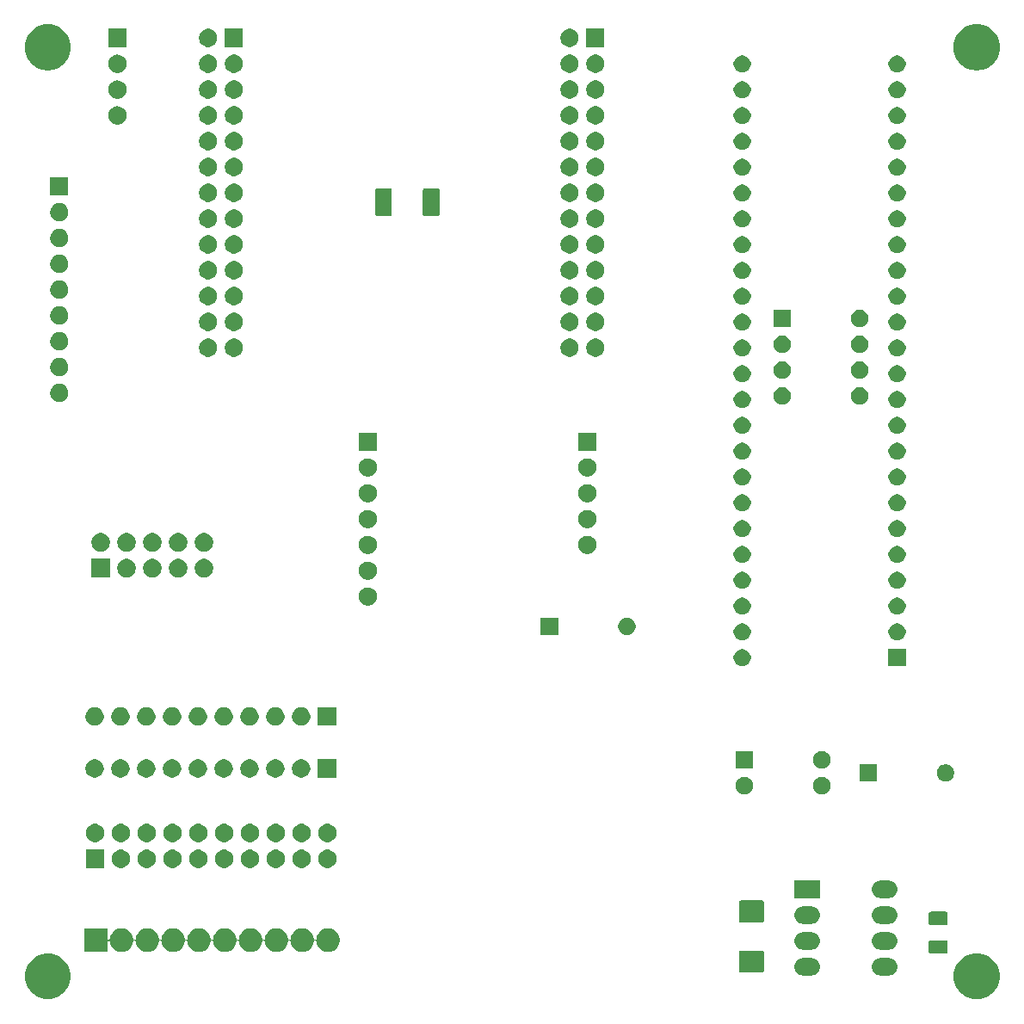
<source format=gbr>
G04 #@! TF.GenerationSoftware,KiCad,Pcbnew,(5.1.5)-3*
G04 #@! TF.CreationDate,2021-05-04T12:01:10+03:00*
G04 #@! TF.ProjectId,NandoBoard,4e616e64-6f42-46f6-9172-642e6b696361,rev?*
G04 #@! TF.SameCoordinates,Original*
G04 #@! TF.FileFunction,Soldermask,Top*
G04 #@! TF.FilePolarity,Negative*
%FSLAX46Y46*%
G04 Gerber Fmt 4.6, Leading zero omitted, Abs format (unit mm)*
G04 Created by KiCad (PCBNEW (5.1.5)-3) date 2021-05-04 12:01:10*
%MOMM*%
%LPD*%
G04 APERTURE LIST*
%ADD10C,0.100000*%
G04 APERTURE END LIST*
D10*
G36*
X134344025Y-128805429D02*
G01*
X134746593Y-128885504D01*
X135156249Y-129055189D01*
X135524929Y-129301534D01*
X135838466Y-129615071D01*
X136084811Y-129983751D01*
X136254496Y-130393407D01*
X136341000Y-130828296D01*
X136341000Y-131271704D01*
X136254496Y-131706593D01*
X136084811Y-132116249D01*
X135838466Y-132484929D01*
X135524929Y-132798466D01*
X135156249Y-133044811D01*
X134746593Y-133214496D01*
X134365880Y-133290224D01*
X134311705Y-133301000D01*
X133868295Y-133301000D01*
X133814120Y-133290224D01*
X133433407Y-133214496D01*
X133023751Y-133044811D01*
X132655071Y-132798466D01*
X132341534Y-132484929D01*
X132095189Y-132116249D01*
X131925504Y-131706593D01*
X131839000Y-131271704D01*
X131839000Y-130828296D01*
X131925504Y-130393407D01*
X132095189Y-129983751D01*
X132341534Y-129615071D01*
X132655071Y-129301534D01*
X133023751Y-129055189D01*
X133433407Y-128885504D01*
X133835975Y-128805429D01*
X133868295Y-128799000D01*
X134311705Y-128799000D01*
X134344025Y-128805429D01*
G37*
G36*
X42944025Y-128805429D02*
G01*
X43346593Y-128885504D01*
X43756249Y-129055189D01*
X44124929Y-129301534D01*
X44438466Y-129615071D01*
X44684811Y-129983751D01*
X44854496Y-130393407D01*
X44941000Y-130828296D01*
X44941000Y-131271704D01*
X44854496Y-131706593D01*
X44684811Y-132116249D01*
X44438466Y-132484929D01*
X44124929Y-132798466D01*
X43756249Y-133044811D01*
X43346593Y-133214496D01*
X42965880Y-133290224D01*
X42911705Y-133301000D01*
X42468295Y-133301000D01*
X42414120Y-133290224D01*
X42033407Y-133214496D01*
X41623751Y-133044811D01*
X41255071Y-132798466D01*
X40941534Y-132484929D01*
X40695189Y-132116249D01*
X40525504Y-131706593D01*
X40439000Y-131271704D01*
X40439000Y-130828296D01*
X40525504Y-130393407D01*
X40695189Y-129983751D01*
X40941534Y-129615071D01*
X41255071Y-129301534D01*
X41623751Y-129055189D01*
X42033407Y-128885504D01*
X42435975Y-128805429D01*
X42468295Y-128799000D01*
X42911705Y-128799000D01*
X42944025Y-128805429D01*
G37*
G36*
X117966823Y-129281313D02*
G01*
X118127242Y-129329976D01*
X118259906Y-129400886D01*
X118275078Y-129408996D01*
X118404659Y-129515341D01*
X118511004Y-129644922D01*
X118511005Y-129644924D01*
X118590024Y-129792758D01*
X118638687Y-129953177D01*
X118655117Y-130120000D01*
X118638687Y-130286823D01*
X118590024Y-130447242D01*
X118567233Y-130489881D01*
X118511004Y-130595078D01*
X118404659Y-130724659D01*
X118275078Y-130831004D01*
X118275076Y-130831005D01*
X118127242Y-130910024D01*
X117966823Y-130958687D01*
X117841804Y-130971000D01*
X116958196Y-130971000D01*
X116833177Y-130958687D01*
X116672758Y-130910024D01*
X116524924Y-130831005D01*
X116524922Y-130831004D01*
X116395341Y-130724659D01*
X116288996Y-130595078D01*
X116232767Y-130489881D01*
X116209976Y-130447242D01*
X116161313Y-130286823D01*
X116144883Y-130120000D01*
X116161313Y-129953177D01*
X116209976Y-129792758D01*
X116288995Y-129644924D01*
X116288996Y-129644922D01*
X116395341Y-129515341D01*
X116524922Y-129408996D01*
X116540094Y-129400886D01*
X116672758Y-129329976D01*
X116833177Y-129281313D01*
X116958196Y-129269000D01*
X117841804Y-129269000D01*
X117966823Y-129281313D01*
G37*
G36*
X125586823Y-129281313D02*
G01*
X125747242Y-129329976D01*
X125879906Y-129400886D01*
X125895078Y-129408996D01*
X126024659Y-129515341D01*
X126131004Y-129644922D01*
X126131005Y-129644924D01*
X126210024Y-129792758D01*
X126258687Y-129953177D01*
X126275117Y-130120000D01*
X126258687Y-130286823D01*
X126210024Y-130447242D01*
X126187233Y-130489881D01*
X126131004Y-130595078D01*
X126024659Y-130724659D01*
X125895078Y-130831004D01*
X125895076Y-130831005D01*
X125747242Y-130910024D01*
X125586823Y-130958687D01*
X125461804Y-130971000D01*
X124578196Y-130971000D01*
X124453177Y-130958687D01*
X124292758Y-130910024D01*
X124144924Y-130831005D01*
X124144922Y-130831004D01*
X124015341Y-130724659D01*
X123908996Y-130595078D01*
X123852767Y-130489881D01*
X123829976Y-130447242D01*
X123781313Y-130286823D01*
X123764883Y-130120000D01*
X123781313Y-129953177D01*
X123829976Y-129792758D01*
X123908995Y-129644924D01*
X123908996Y-129644922D01*
X124015341Y-129515341D01*
X124144922Y-129408996D01*
X124160094Y-129400886D01*
X124292758Y-129329976D01*
X124453177Y-129281313D01*
X124578196Y-129269000D01*
X125461804Y-129269000D01*
X125586823Y-129281313D01*
G37*
G36*
X113016132Y-128527810D02*
G01*
X113047423Y-128537302D01*
X113076263Y-128552717D01*
X113101539Y-128573461D01*
X113122283Y-128598737D01*
X113137698Y-128627577D01*
X113147190Y-128658868D01*
X113151000Y-128697551D01*
X113151000Y-130527449D01*
X113147190Y-130566132D01*
X113137698Y-130597423D01*
X113122283Y-130626263D01*
X113101539Y-130651539D01*
X113076263Y-130672283D01*
X113047423Y-130687698D01*
X113016132Y-130697190D01*
X112977449Y-130701000D01*
X110872551Y-130701000D01*
X110833868Y-130697190D01*
X110802577Y-130687698D01*
X110773737Y-130672283D01*
X110748461Y-130651539D01*
X110727717Y-130626263D01*
X110712302Y-130597423D01*
X110702810Y-130566132D01*
X110699000Y-130527449D01*
X110699000Y-128697551D01*
X110702810Y-128658868D01*
X110712302Y-128627577D01*
X110727717Y-128598737D01*
X110748461Y-128573461D01*
X110773737Y-128552717D01*
X110802577Y-128537302D01*
X110833868Y-128527810D01*
X110872551Y-128524000D01*
X112977449Y-128524000D01*
X113016132Y-128527810D01*
G37*
G36*
X131068604Y-127503347D02*
G01*
X131105144Y-127514432D01*
X131138821Y-127532433D01*
X131168341Y-127556659D01*
X131192567Y-127586179D01*
X131210568Y-127619856D01*
X131221653Y-127656396D01*
X131226000Y-127700538D01*
X131226000Y-128649462D01*
X131221653Y-128693604D01*
X131210568Y-128730144D01*
X131192567Y-128763821D01*
X131168341Y-128793341D01*
X131138821Y-128817567D01*
X131105144Y-128835568D01*
X131068604Y-128846653D01*
X131024462Y-128851000D01*
X129575538Y-128851000D01*
X129531396Y-128846653D01*
X129494856Y-128835568D01*
X129461179Y-128817567D01*
X129431659Y-128793341D01*
X129407433Y-128763821D01*
X129389432Y-128730144D01*
X129378347Y-128693604D01*
X129374000Y-128649462D01*
X129374000Y-127700538D01*
X129378347Y-127656396D01*
X129389432Y-127619856D01*
X129407433Y-127586179D01*
X129431659Y-127556659D01*
X129461179Y-127532433D01*
X129494856Y-127514432D01*
X129531396Y-127503347D01*
X129575538Y-127499000D01*
X131024462Y-127499000D01*
X131068604Y-127503347D01*
G37*
G36*
X48551000Y-127314007D02*
G01*
X48553402Y-127338393D01*
X48560515Y-127361842D01*
X48572066Y-127383453D01*
X48587611Y-127402395D01*
X48606553Y-127417940D01*
X48628164Y-127429491D01*
X48651613Y-127436604D01*
X48675999Y-127439006D01*
X48700385Y-127436604D01*
X48723834Y-127429491D01*
X48745445Y-127417940D01*
X48764387Y-127402395D01*
X48779932Y-127383453D01*
X48791483Y-127361842D01*
X48798596Y-127338393D01*
X48833232Y-127164267D01*
X48857813Y-127104924D01*
X48919997Y-126954797D01*
X49045960Y-126766280D01*
X49206280Y-126605960D01*
X49394797Y-126479997D01*
X49604266Y-126393232D01*
X49715451Y-126371116D01*
X49826635Y-126349000D01*
X50053365Y-126349000D01*
X50164549Y-126371116D01*
X50275734Y-126393232D01*
X50485203Y-126479997D01*
X50673720Y-126605960D01*
X50834040Y-126766280D01*
X50960003Y-126954797D01*
X51022188Y-127104924D01*
X51046768Y-127164267D01*
X51087403Y-127368552D01*
X51094516Y-127392001D01*
X51106067Y-127413612D01*
X51121612Y-127432554D01*
X51140554Y-127448099D01*
X51162165Y-127459650D01*
X51185614Y-127466763D01*
X51210000Y-127469165D01*
X51234386Y-127466763D01*
X51257835Y-127459650D01*
X51279446Y-127448099D01*
X51298388Y-127432554D01*
X51313933Y-127413612D01*
X51325484Y-127392001D01*
X51332597Y-127368552D01*
X51373232Y-127164267D01*
X51397813Y-127104924D01*
X51459997Y-126954797D01*
X51585960Y-126766280D01*
X51746280Y-126605960D01*
X51934797Y-126479997D01*
X52144266Y-126393232D01*
X52255451Y-126371116D01*
X52366635Y-126349000D01*
X52593365Y-126349000D01*
X52704549Y-126371116D01*
X52815734Y-126393232D01*
X53025203Y-126479997D01*
X53213720Y-126605960D01*
X53374040Y-126766280D01*
X53500003Y-126954797D01*
X53562188Y-127104924D01*
X53586768Y-127164267D01*
X53627403Y-127368552D01*
X53634516Y-127392001D01*
X53646067Y-127413612D01*
X53661612Y-127432554D01*
X53680554Y-127448099D01*
X53702165Y-127459650D01*
X53725614Y-127466763D01*
X53750000Y-127469165D01*
X53774386Y-127466763D01*
X53797835Y-127459650D01*
X53819446Y-127448099D01*
X53838388Y-127432554D01*
X53853933Y-127413612D01*
X53865484Y-127392001D01*
X53872597Y-127368552D01*
X53913232Y-127164267D01*
X53937813Y-127104924D01*
X53999997Y-126954797D01*
X54125960Y-126766280D01*
X54286280Y-126605960D01*
X54474797Y-126479997D01*
X54684266Y-126393232D01*
X54795451Y-126371116D01*
X54906635Y-126349000D01*
X55133365Y-126349000D01*
X55244549Y-126371116D01*
X55355734Y-126393232D01*
X55565203Y-126479997D01*
X55753720Y-126605960D01*
X55914040Y-126766280D01*
X56040003Y-126954797D01*
X56102188Y-127104924D01*
X56126768Y-127164267D01*
X56167403Y-127368552D01*
X56174516Y-127392001D01*
X56186067Y-127413612D01*
X56201612Y-127432554D01*
X56220554Y-127448099D01*
X56242165Y-127459650D01*
X56265614Y-127466763D01*
X56290000Y-127469165D01*
X56314386Y-127466763D01*
X56337835Y-127459650D01*
X56359446Y-127448099D01*
X56378388Y-127432554D01*
X56393933Y-127413612D01*
X56405484Y-127392001D01*
X56412597Y-127368552D01*
X56453232Y-127164267D01*
X56477813Y-127104924D01*
X56539997Y-126954797D01*
X56665960Y-126766280D01*
X56826280Y-126605960D01*
X57014797Y-126479997D01*
X57224266Y-126393232D01*
X57335451Y-126371116D01*
X57446635Y-126349000D01*
X57673365Y-126349000D01*
X57784549Y-126371116D01*
X57895734Y-126393232D01*
X58105203Y-126479997D01*
X58293720Y-126605960D01*
X58454040Y-126766280D01*
X58580003Y-126954797D01*
X58642188Y-127104924D01*
X58666768Y-127164267D01*
X58707403Y-127368552D01*
X58714516Y-127392001D01*
X58726067Y-127413612D01*
X58741612Y-127432554D01*
X58760554Y-127448099D01*
X58782165Y-127459650D01*
X58805614Y-127466763D01*
X58830000Y-127469165D01*
X58854386Y-127466763D01*
X58877835Y-127459650D01*
X58899446Y-127448099D01*
X58918388Y-127432554D01*
X58933933Y-127413612D01*
X58945484Y-127392001D01*
X58952597Y-127368552D01*
X58993232Y-127164267D01*
X59017813Y-127104924D01*
X59079997Y-126954797D01*
X59205960Y-126766280D01*
X59366280Y-126605960D01*
X59554797Y-126479997D01*
X59764266Y-126393232D01*
X59875451Y-126371116D01*
X59986635Y-126349000D01*
X60213365Y-126349000D01*
X60324549Y-126371116D01*
X60435734Y-126393232D01*
X60645203Y-126479997D01*
X60833720Y-126605960D01*
X60994040Y-126766280D01*
X61120003Y-126954797D01*
X61182188Y-127104924D01*
X61206768Y-127164267D01*
X61247403Y-127368552D01*
X61254516Y-127392001D01*
X61266067Y-127413612D01*
X61281612Y-127432554D01*
X61300554Y-127448099D01*
X61322165Y-127459650D01*
X61345614Y-127466763D01*
X61370000Y-127469165D01*
X61394386Y-127466763D01*
X61417835Y-127459650D01*
X61439446Y-127448099D01*
X61458388Y-127432554D01*
X61473933Y-127413612D01*
X61485484Y-127392001D01*
X61492597Y-127368552D01*
X61533232Y-127164267D01*
X61557813Y-127104924D01*
X61619997Y-126954797D01*
X61745960Y-126766280D01*
X61906280Y-126605960D01*
X62094797Y-126479997D01*
X62304266Y-126393232D01*
X62415451Y-126371116D01*
X62526635Y-126349000D01*
X62753365Y-126349000D01*
X62864549Y-126371116D01*
X62975734Y-126393232D01*
X63185203Y-126479997D01*
X63373720Y-126605960D01*
X63534040Y-126766280D01*
X63660003Y-126954797D01*
X63722188Y-127104924D01*
X63746768Y-127164267D01*
X63787403Y-127368552D01*
X63794516Y-127392001D01*
X63806067Y-127413612D01*
X63821612Y-127432554D01*
X63840554Y-127448099D01*
X63862165Y-127459650D01*
X63885614Y-127466763D01*
X63910000Y-127469165D01*
X63934386Y-127466763D01*
X63957835Y-127459650D01*
X63979446Y-127448099D01*
X63998388Y-127432554D01*
X64013933Y-127413612D01*
X64025484Y-127392001D01*
X64032597Y-127368552D01*
X64073232Y-127164267D01*
X64097813Y-127104924D01*
X64159997Y-126954797D01*
X64285960Y-126766280D01*
X64446280Y-126605960D01*
X64634797Y-126479997D01*
X64844266Y-126393232D01*
X64955451Y-126371116D01*
X65066635Y-126349000D01*
X65293365Y-126349000D01*
X65404549Y-126371116D01*
X65515734Y-126393232D01*
X65725203Y-126479997D01*
X65913720Y-126605960D01*
X66074040Y-126766280D01*
X66200003Y-126954797D01*
X66262188Y-127104924D01*
X66286768Y-127164267D01*
X66327403Y-127368552D01*
X66334516Y-127392001D01*
X66346067Y-127413612D01*
X66361612Y-127432554D01*
X66380554Y-127448099D01*
X66402165Y-127459650D01*
X66425614Y-127466763D01*
X66450000Y-127469165D01*
X66474386Y-127466763D01*
X66497835Y-127459650D01*
X66519446Y-127448099D01*
X66538388Y-127432554D01*
X66553933Y-127413612D01*
X66565484Y-127392001D01*
X66572597Y-127368552D01*
X66613232Y-127164267D01*
X66637813Y-127104924D01*
X66699997Y-126954797D01*
X66825960Y-126766280D01*
X66986280Y-126605960D01*
X67174797Y-126479997D01*
X67384266Y-126393232D01*
X67495451Y-126371116D01*
X67606635Y-126349000D01*
X67833365Y-126349000D01*
X67944549Y-126371116D01*
X68055734Y-126393232D01*
X68265203Y-126479997D01*
X68453720Y-126605960D01*
X68614040Y-126766280D01*
X68740003Y-126954797D01*
X68802188Y-127104924D01*
X68826768Y-127164267D01*
X68867403Y-127368552D01*
X68874516Y-127392001D01*
X68886067Y-127413612D01*
X68901612Y-127432554D01*
X68920554Y-127448099D01*
X68942165Y-127459650D01*
X68965614Y-127466763D01*
X68990000Y-127469165D01*
X69014386Y-127466763D01*
X69037835Y-127459650D01*
X69059446Y-127448099D01*
X69078388Y-127432554D01*
X69093933Y-127413612D01*
X69105484Y-127392001D01*
X69112597Y-127368552D01*
X69153232Y-127164267D01*
X69177813Y-127104924D01*
X69239997Y-126954797D01*
X69365960Y-126766280D01*
X69526280Y-126605960D01*
X69714797Y-126479997D01*
X69924266Y-126393232D01*
X70035451Y-126371116D01*
X70146635Y-126349000D01*
X70373365Y-126349000D01*
X70484549Y-126371116D01*
X70595734Y-126393232D01*
X70805203Y-126479997D01*
X70993720Y-126605960D01*
X71154040Y-126766280D01*
X71280003Y-126954797D01*
X71342188Y-127104924D01*
X71366768Y-127164267D01*
X71411000Y-127386635D01*
X71411000Y-127613365D01*
X71401404Y-127661607D01*
X71366768Y-127835734D01*
X71280003Y-128045203D01*
X71154040Y-128233720D01*
X70993720Y-128394040D01*
X70805203Y-128520003D01*
X70805202Y-128520004D01*
X70805201Y-128520004D01*
X70783386Y-128529040D01*
X70595734Y-128606768D01*
X70491120Y-128627577D01*
X70373365Y-128651000D01*
X70146635Y-128651000D01*
X70028880Y-128627577D01*
X69924266Y-128606768D01*
X69736614Y-128529040D01*
X69714799Y-128520004D01*
X69714798Y-128520004D01*
X69714797Y-128520003D01*
X69526280Y-128394040D01*
X69365960Y-128233720D01*
X69239997Y-128045203D01*
X69153232Y-127835734D01*
X69118596Y-127661607D01*
X69112597Y-127631448D01*
X69105484Y-127607999D01*
X69093933Y-127586388D01*
X69078388Y-127567446D01*
X69059446Y-127551901D01*
X69037835Y-127540350D01*
X69014386Y-127533237D01*
X68990000Y-127530835D01*
X68965614Y-127533237D01*
X68942165Y-127540350D01*
X68920554Y-127551901D01*
X68901612Y-127567446D01*
X68886067Y-127586388D01*
X68874516Y-127607999D01*
X68867403Y-127631448D01*
X68861404Y-127661607D01*
X68826768Y-127835734D01*
X68740003Y-128045203D01*
X68614040Y-128233720D01*
X68453720Y-128394040D01*
X68265203Y-128520003D01*
X68265202Y-128520004D01*
X68265201Y-128520004D01*
X68243386Y-128529040D01*
X68055734Y-128606768D01*
X67951120Y-128627577D01*
X67833365Y-128651000D01*
X67606635Y-128651000D01*
X67488880Y-128627577D01*
X67384266Y-128606768D01*
X67196614Y-128529040D01*
X67174799Y-128520004D01*
X67174798Y-128520004D01*
X67174797Y-128520003D01*
X66986280Y-128394040D01*
X66825960Y-128233720D01*
X66699997Y-128045203D01*
X66613232Y-127835734D01*
X66578596Y-127661607D01*
X66572597Y-127631448D01*
X66565484Y-127607999D01*
X66553933Y-127586388D01*
X66538388Y-127567446D01*
X66519446Y-127551901D01*
X66497835Y-127540350D01*
X66474386Y-127533237D01*
X66450000Y-127530835D01*
X66425614Y-127533237D01*
X66402165Y-127540350D01*
X66380554Y-127551901D01*
X66361612Y-127567446D01*
X66346067Y-127586388D01*
X66334516Y-127607999D01*
X66327403Y-127631448D01*
X66321404Y-127661607D01*
X66286768Y-127835734D01*
X66200003Y-128045203D01*
X66074040Y-128233720D01*
X65913720Y-128394040D01*
X65725203Y-128520003D01*
X65725202Y-128520004D01*
X65725201Y-128520004D01*
X65703386Y-128529040D01*
X65515734Y-128606768D01*
X65411120Y-128627577D01*
X65293365Y-128651000D01*
X65066635Y-128651000D01*
X64948880Y-128627577D01*
X64844266Y-128606768D01*
X64656614Y-128529040D01*
X64634799Y-128520004D01*
X64634798Y-128520004D01*
X64634797Y-128520003D01*
X64446280Y-128394040D01*
X64285960Y-128233720D01*
X64159997Y-128045203D01*
X64073232Y-127835734D01*
X64038596Y-127661607D01*
X64032597Y-127631448D01*
X64025484Y-127607999D01*
X64013933Y-127586388D01*
X63998388Y-127567446D01*
X63979446Y-127551901D01*
X63957835Y-127540350D01*
X63934386Y-127533237D01*
X63910000Y-127530835D01*
X63885614Y-127533237D01*
X63862165Y-127540350D01*
X63840554Y-127551901D01*
X63821612Y-127567446D01*
X63806067Y-127586388D01*
X63794516Y-127607999D01*
X63787403Y-127631448D01*
X63781404Y-127661607D01*
X63746768Y-127835734D01*
X63660003Y-128045203D01*
X63534040Y-128233720D01*
X63373720Y-128394040D01*
X63185203Y-128520003D01*
X63185202Y-128520004D01*
X63185201Y-128520004D01*
X63163386Y-128529040D01*
X62975734Y-128606768D01*
X62871120Y-128627577D01*
X62753365Y-128651000D01*
X62526635Y-128651000D01*
X62408880Y-128627577D01*
X62304266Y-128606768D01*
X62116614Y-128529040D01*
X62094799Y-128520004D01*
X62094798Y-128520004D01*
X62094797Y-128520003D01*
X61906280Y-128394040D01*
X61745960Y-128233720D01*
X61619997Y-128045203D01*
X61533232Y-127835734D01*
X61498596Y-127661607D01*
X61492597Y-127631448D01*
X61485484Y-127607999D01*
X61473933Y-127586388D01*
X61458388Y-127567446D01*
X61439446Y-127551901D01*
X61417835Y-127540350D01*
X61394386Y-127533237D01*
X61370000Y-127530835D01*
X61345614Y-127533237D01*
X61322165Y-127540350D01*
X61300554Y-127551901D01*
X61281612Y-127567446D01*
X61266067Y-127586388D01*
X61254516Y-127607999D01*
X61247403Y-127631448D01*
X61241404Y-127661607D01*
X61206768Y-127835734D01*
X61120003Y-128045203D01*
X60994040Y-128233720D01*
X60833720Y-128394040D01*
X60645203Y-128520003D01*
X60645202Y-128520004D01*
X60645201Y-128520004D01*
X60623386Y-128529040D01*
X60435734Y-128606768D01*
X60331120Y-128627577D01*
X60213365Y-128651000D01*
X59986635Y-128651000D01*
X59868880Y-128627577D01*
X59764266Y-128606768D01*
X59576614Y-128529040D01*
X59554799Y-128520004D01*
X59554798Y-128520004D01*
X59554797Y-128520003D01*
X59366280Y-128394040D01*
X59205960Y-128233720D01*
X59079997Y-128045203D01*
X58993232Y-127835734D01*
X58958596Y-127661607D01*
X58952597Y-127631448D01*
X58945484Y-127607999D01*
X58933933Y-127586388D01*
X58918388Y-127567446D01*
X58899446Y-127551901D01*
X58877835Y-127540350D01*
X58854386Y-127533237D01*
X58830000Y-127530835D01*
X58805614Y-127533237D01*
X58782165Y-127540350D01*
X58760554Y-127551901D01*
X58741612Y-127567446D01*
X58726067Y-127586388D01*
X58714516Y-127607999D01*
X58707403Y-127631448D01*
X58701404Y-127661607D01*
X58666768Y-127835734D01*
X58580003Y-128045203D01*
X58454040Y-128233720D01*
X58293720Y-128394040D01*
X58105203Y-128520003D01*
X58105202Y-128520004D01*
X58105201Y-128520004D01*
X58083386Y-128529040D01*
X57895734Y-128606768D01*
X57791120Y-128627577D01*
X57673365Y-128651000D01*
X57446635Y-128651000D01*
X57328880Y-128627577D01*
X57224266Y-128606768D01*
X57036614Y-128529040D01*
X57014799Y-128520004D01*
X57014798Y-128520004D01*
X57014797Y-128520003D01*
X56826280Y-128394040D01*
X56665960Y-128233720D01*
X56539997Y-128045203D01*
X56453232Y-127835734D01*
X56418596Y-127661607D01*
X56412597Y-127631448D01*
X56405484Y-127607999D01*
X56393933Y-127586388D01*
X56378388Y-127567446D01*
X56359446Y-127551901D01*
X56337835Y-127540350D01*
X56314386Y-127533237D01*
X56290000Y-127530835D01*
X56265614Y-127533237D01*
X56242165Y-127540350D01*
X56220554Y-127551901D01*
X56201612Y-127567446D01*
X56186067Y-127586388D01*
X56174516Y-127607999D01*
X56167403Y-127631448D01*
X56161404Y-127661607D01*
X56126768Y-127835734D01*
X56040003Y-128045203D01*
X55914040Y-128233720D01*
X55753720Y-128394040D01*
X55565203Y-128520003D01*
X55565202Y-128520004D01*
X55565201Y-128520004D01*
X55543386Y-128529040D01*
X55355734Y-128606768D01*
X55251120Y-128627577D01*
X55133365Y-128651000D01*
X54906635Y-128651000D01*
X54788880Y-128627577D01*
X54684266Y-128606768D01*
X54496614Y-128529040D01*
X54474799Y-128520004D01*
X54474798Y-128520004D01*
X54474797Y-128520003D01*
X54286280Y-128394040D01*
X54125960Y-128233720D01*
X53999997Y-128045203D01*
X53913232Y-127835734D01*
X53878596Y-127661607D01*
X53872597Y-127631448D01*
X53865484Y-127607999D01*
X53853933Y-127586388D01*
X53838388Y-127567446D01*
X53819446Y-127551901D01*
X53797835Y-127540350D01*
X53774386Y-127533237D01*
X53750000Y-127530835D01*
X53725614Y-127533237D01*
X53702165Y-127540350D01*
X53680554Y-127551901D01*
X53661612Y-127567446D01*
X53646067Y-127586388D01*
X53634516Y-127607999D01*
X53627403Y-127631448D01*
X53621404Y-127661607D01*
X53586768Y-127835734D01*
X53500003Y-128045203D01*
X53374040Y-128233720D01*
X53213720Y-128394040D01*
X53025203Y-128520003D01*
X53025202Y-128520004D01*
X53025201Y-128520004D01*
X53003386Y-128529040D01*
X52815734Y-128606768D01*
X52711120Y-128627577D01*
X52593365Y-128651000D01*
X52366635Y-128651000D01*
X52248880Y-128627577D01*
X52144266Y-128606768D01*
X51956614Y-128529040D01*
X51934799Y-128520004D01*
X51934798Y-128520004D01*
X51934797Y-128520003D01*
X51746280Y-128394040D01*
X51585960Y-128233720D01*
X51459997Y-128045203D01*
X51373232Y-127835734D01*
X51338596Y-127661607D01*
X51332597Y-127631448D01*
X51325484Y-127607999D01*
X51313933Y-127586388D01*
X51298388Y-127567446D01*
X51279446Y-127551901D01*
X51257835Y-127540350D01*
X51234386Y-127533237D01*
X51210000Y-127530835D01*
X51185614Y-127533237D01*
X51162165Y-127540350D01*
X51140554Y-127551901D01*
X51121612Y-127567446D01*
X51106067Y-127586388D01*
X51094516Y-127607999D01*
X51087403Y-127631448D01*
X51081404Y-127661607D01*
X51046768Y-127835734D01*
X50960003Y-128045203D01*
X50834040Y-128233720D01*
X50673720Y-128394040D01*
X50485203Y-128520003D01*
X50485202Y-128520004D01*
X50485201Y-128520004D01*
X50463386Y-128529040D01*
X50275734Y-128606768D01*
X50171120Y-128627577D01*
X50053365Y-128651000D01*
X49826635Y-128651000D01*
X49708880Y-128627577D01*
X49604266Y-128606768D01*
X49416614Y-128529040D01*
X49394799Y-128520004D01*
X49394798Y-128520004D01*
X49394797Y-128520003D01*
X49206280Y-128394040D01*
X49045960Y-128233720D01*
X48919997Y-128045203D01*
X48833232Y-127835734D01*
X48798596Y-127661607D01*
X48791483Y-127638158D01*
X48779932Y-127616547D01*
X48764387Y-127597605D01*
X48745445Y-127582060D01*
X48723834Y-127570509D01*
X48700385Y-127563396D01*
X48675999Y-127560994D01*
X48651613Y-127563396D01*
X48628164Y-127570509D01*
X48606553Y-127582060D01*
X48587611Y-127597605D01*
X48572066Y-127616547D01*
X48560515Y-127638158D01*
X48553402Y-127661607D01*
X48551000Y-127685993D01*
X48551000Y-128651000D01*
X46249000Y-128651000D01*
X46249000Y-126349000D01*
X48551000Y-126349000D01*
X48551000Y-127314007D01*
G37*
G36*
X117966823Y-126741313D02*
G01*
X118127242Y-126789976D01*
X118259906Y-126860886D01*
X118275078Y-126868996D01*
X118404659Y-126975341D01*
X118511004Y-127104922D01*
X118511005Y-127104924D01*
X118590024Y-127252758D01*
X118638687Y-127413177D01*
X118655117Y-127580000D01*
X118638687Y-127746823D01*
X118590024Y-127907242D01*
X118519114Y-128039906D01*
X118511004Y-128055078D01*
X118404659Y-128184659D01*
X118275078Y-128291004D01*
X118275076Y-128291005D01*
X118127242Y-128370024D01*
X117966823Y-128418687D01*
X117841804Y-128431000D01*
X116958196Y-128431000D01*
X116833177Y-128418687D01*
X116672758Y-128370024D01*
X116524924Y-128291005D01*
X116524922Y-128291004D01*
X116395341Y-128184659D01*
X116288996Y-128055078D01*
X116280886Y-128039906D01*
X116209976Y-127907242D01*
X116161313Y-127746823D01*
X116144883Y-127580000D01*
X116161313Y-127413177D01*
X116209976Y-127252758D01*
X116288995Y-127104924D01*
X116288996Y-127104922D01*
X116395341Y-126975341D01*
X116524922Y-126868996D01*
X116540094Y-126860886D01*
X116672758Y-126789976D01*
X116833177Y-126741313D01*
X116958196Y-126729000D01*
X117841804Y-126729000D01*
X117966823Y-126741313D01*
G37*
G36*
X125586823Y-126741313D02*
G01*
X125747242Y-126789976D01*
X125879906Y-126860886D01*
X125895078Y-126868996D01*
X126024659Y-126975341D01*
X126131004Y-127104922D01*
X126131005Y-127104924D01*
X126210024Y-127252758D01*
X126258687Y-127413177D01*
X126275117Y-127580000D01*
X126258687Y-127746823D01*
X126210024Y-127907242D01*
X126139114Y-128039906D01*
X126131004Y-128055078D01*
X126024659Y-128184659D01*
X125895078Y-128291004D01*
X125895076Y-128291005D01*
X125747242Y-128370024D01*
X125586823Y-128418687D01*
X125461804Y-128431000D01*
X124578196Y-128431000D01*
X124453177Y-128418687D01*
X124292758Y-128370024D01*
X124144924Y-128291005D01*
X124144922Y-128291004D01*
X124015341Y-128184659D01*
X123908996Y-128055078D01*
X123900886Y-128039906D01*
X123829976Y-127907242D01*
X123781313Y-127746823D01*
X123764883Y-127580000D01*
X123781313Y-127413177D01*
X123829976Y-127252758D01*
X123908995Y-127104924D01*
X123908996Y-127104922D01*
X124015341Y-126975341D01*
X124144922Y-126868996D01*
X124160094Y-126860886D01*
X124292758Y-126789976D01*
X124453177Y-126741313D01*
X124578196Y-126729000D01*
X125461804Y-126729000D01*
X125586823Y-126741313D01*
G37*
G36*
X131068604Y-124703347D02*
G01*
X131105144Y-124714432D01*
X131138821Y-124732433D01*
X131168341Y-124756659D01*
X131192567Y-124786179D01*
X131210568Y-124819856D01*
X131221653Y-124856396D01*
X131226000Y-124900538D01*
X131226000Y-125849462D01*
X131221653Y-125893604D01*
X131210568Y-125930144D01*
X131192567Y-125963821D01*
X131168341Y-125993341D01*
X131138821Y-126017567D01*
X131105144Y-126035568D01*
X131068604Y-126046653D01*
X131024462Y-126051000D01*
X129575538Y-126051000D01*
X129531396Y-126046653D01*
X129494856Y-126035568D01*
X129461179Y-126017567D01*
X129431659Y-125993341D01*
X129407433Y-125963821D01*
X129389432Y-125930144D01*
X129378347Y-125893604D01*
X129374000Y-125849462D01*
X129374000Y-124900538D01*
X129378347Y-124856396D01*
X129389432Y-124819856D01*
X129407433Y-124786179D01*
X129431659Y-124756659D01*
X129461179Y-124732433D01*
X129494856Y-124714432D01*
X129531396Y-124703347D01*
X129575538Y-124699000D01*
X131024462Y-124699000D01*
X131068604Y-124703347D01*
G37*
G36*
X125586823Y-124201313D02*
G01*
X125747242Y-124249976D01*
X125879906Y-124320886D01*
X125895078Y-124328996D01*
X126024659Y-124435341D01*
X126131004Y-124564922D01*
X126131005Y-124564924D01*
X126210024Y-124712758D01*
X126258687Y-124873177D01*
X126275117Y-125040000D01*
X126258687Y-125206823D01*
X126210024Y-125367242D01*
X126139114Y-125499906D01*
X126131004Y-125515078D01*
X126024659Y-125644659D01*
X125895078Y-125751004D01*
X125895076Y-125751005D01*
X125747242Y-125830024D01*
X125586823Y-125878687D01*
X125461804Y-125891000D01*
X124578196Y-125891000D01*
X124453177Y-125878687D01*
X124292758Y-125830024D01*
X124144924Y-125751005D01*
X124144922Y-125751004D01*
X124015341Y-125644659D01*
X123908996Y-125515078D01*
X123900886Y-125499906D01*
X123829976Y-125367242D01*
X123781313Y-125206823D01*
X123764883Y-125040000D01*
X123781313Y-124873177D01*
X123829976Y-124712758D01*
X123908995Y-124564924D01*
X123908996Y-124564922D01*
X124015341Y-124435341D01*
X124144922Y-124328996D01*
X124160094Y-124320886D01*
X124292758Y-124249976D01*
X124453177Y-124201313D01*
X124578196Y-124189000D01*
X125461804Y-124189000D01*
X125586823Y-124201313D01*
G37*
G36*
X117966823Y-124201313D02*
G01*
X118127242Y-124249976D01*
X118259906Y-124320886D01*
X118275078Y-124328996D01*
X118404659Y-124435341D01*
X118511004Y-124564922D01*
X118511005Y-124564924D01*
X118590024Y-124712758D01*
X118638687Y-124873177D01*
X118655117Y-125040000D01*
X118638687Y-125206823D01*
X118590024Y-125367242D01*
X118519114Y-125499906D01*
X118511004Y-125515078D01*
X118404659Y-125644659D01*
X118275078Y-125751004D01*
X118275076Y-125751005D01*
X118127242Y-125830024D01*
X117966823Y-125878687D01*
X117841804Y-125891000D01*
X116958196Y-125891000D01*
X116833177Y-125878687D01*
X116672758Y-125830024D01*
X116524924Y-125751005D01*
X116524922Y-125751004D01*
X116395341Y-125644659D01*
X116288996Y-125515078D01*
X116280886Y-125499906D01*
X116209976Y-125367242D01*
X116161313Y-125206823D01*
X116144883Y-125040000D01*
X116161313Y-124873177D01*
X116209976Y-124712758D01*
X116288995Y-124564924D01*
X116288996Y-124564922D01*
X116395341Y-124435341D01*
X116524922Y-124328996D01*
X116540094Y-124320886D01*
X116672758Y-124249976D01*
X116833177Y-124201313D01*
X116958196Y-124189000D01*
X117841804Y-124189000D01*
X117966823Y-124201313D01*
G37*
G36*
X113016132Y-123602810D02*
G01*
X113047423Y-123612302D01*
X113076263Y-123627717D01*
X113101539Y-123648461D01*
X113122283Y-123673737D01*
X113137698Y-123702577D01*
X113147190Y-123733868D01*
X113151000Y-123772551D01*
X113151000Y-125602449D01*
X113147190Y-125641132D01*
X113137698Y-125672423D01*
X113122283Y-125701263D01*
X113101539Y-125726539D01*
X113076263Y-125747283D01*
X113047423Y-125762698D01*
X113016132Y-125772190D01*
X112977449Y-125776000D01*
X110872551Y-125776000D01*
X110833868Y-125772190D01*
X110802577Y-125762698D01*
X110773737Y-125747283D01*
X110748461Y-125726539D01*
X110727717Y-125701263D01*
X110712302Y-125672423D01*
X110702810Y-125641132D01*
X110699000Y-125602449D01*
X110699000Y-123772551D01*
X110702810Y-123733868D01*
X110712302Y-123702577D01*
X110727717Y-123673737D01*
X110748461Y-123648461D01*
X110773737Y-123627717D01*
X110802577Y-123612302D01*
X110833868Y-123602810D01*
X110872551Y-123599000D01*
X112977449Y-123599000D01*
X113016132Y-123602810D01*
G37*
G36*
X118651000Y-123351000D02*
G01*
X116149000Y-123351000D01*
X116149000Y-121649000D01*
X118651000Y-121649000D01*
X118651000Y-123351000D01*
G37*
G36*
X125586823Y-121661313D02*
G01*
X125747242Y-121709976D01*
X125879906Y-121780886D01*
X125895078Y-121788996D01*
X126024659Y-121895341D01*
X126131004Y-122024922D01*
X126131005Y-122024924D01*
X126210024Y-122172758D01*
X126258687Y-122333177D01*
X126275117Y-122500000D01*
X126258687Y-122666823D01*
X126210024Y-122827242D01*
X126139114Y-122959906D01*
X126131004Y-122975078D01*
X126024659Y-123104659D01*
X125895078Y-123211004D01*
X125895076Y-123211005D01*
X125747242Y-123290024D01*
X125586823Y-123338687D01*
X125461804Y-123351000D01*
X124578196Y-123351000D01*
X124453177Y-123338687D01*
X124292758Y-123290024D01*
X124144924Y-123211005D01*
X124144922Y-123211004D01*
X124015341Y-123104659D01*
X123908996Y-122975078D01*
X123900886Y-122959906D01*
X123829976Y-122827242D01*
X123781313Y-122666823D01*
X123764883Y-122500000D01*
X123781313Y-122333177D01*
X123829976Y-122172758D01*
X123908995Y-122024924D01*
X123908996Y-122024922D01*
X124015341Y-121895341D01*
X124144922Y-121788996D01*
X124160094Y-121780886D01*
X124292758Y-121709976D01*
X124453177Y-121661313D01*
X124578196Y-121649000D01*
X125461804Y-121649000D01*
X125586823Y-121661313D01*
G37*
G36*
X48241000Y-120401000D02*
G01*
X46439000Y-120401000D01*
X46439000Y-118599000D01*
X48241000Y-118599000D01*
X48241000Y-120401000D01*
G37*
G36*
X60153512Y-118603927D02*
G01*
X60302812Y-118633624D01*
X60466784Y-118701544D01*
X60614354Y-118800147D01*
X60739853Y-118925646D01*
X60838456Y-119073216D01*
X60906376Y-119237188D01*
X60941000Y-119411259D01*
X60941000Y-119588741D01*
X60906376Y-119762812D01*
X60838456Y-119926784D01*
X60739853Y-120074354D01*
X60614354Y-120199853D01*
X60466784Y-120298456D01*
X60302812Y-120366376D01*
X60153512Y-120396073D01*
X60128742Y-120401000D01*
X59951258Y-120401000D01*
X59926488Y-120396073D01*
X59777188Y-120366376D01*
X59613216Y-120298456D01*
X59465646Y-120199853D01*
X59340147Y-120074354D01*
X59241544Y-119926784D01*
X59173624Y-119762812D01*
X59139000Y-119588741D01*
X59139000Y-119411259D01*
X59173624Y-119237188D01*
X59241544Y-119073216D01*
X59340147Y-118925646D01*
X59465646Y-118800147D01*
X59613216Y-118701544D01*
X59777188Y-118633624D01*
X59926488Y-118603927D01*
X59951258Y-118599000D01*
X60128742Y-118599000D01*
X60153512Y-118603927D01*
G37*
G36*
X49993512Y-118603927D02*
G01*
X50142812Y-118633624D01*
X50306784Y-118701544D01*
X50454354Y-118800147D01*
X50579853Y-118925646D01*
X50678456Y-119073216D01*
X50746376Y-119237188D01*
X50781000Y-119411259D01*
X50781000Y-119588741D01*
X50746376Y-119762812D01*
X50678456Y-119926784D01*
X50579853Y-120074354D01*
X50454354Y-120199853D01*
X50306784Y-120298456D01*
X50142812Y-120366376D01*
X49993512Y-120396073D01*
X49968742Y-120401000D01*
X49791258Y-120401000D01*
X49766488Y-120396073D01*
X49617188Y-120366376D01*
X49453216Y-120298456D01*
X49305646Y-120199853D01*
X49180147Y-120074354D01*
X49081544Y-119926784D01*
X49013624Y-119762812D01*
X48979000Y-119588741D01*
X48979000Y-119411259D01*
X49013624Y-119237188D01*
X49081544Y-119073216D01*
X49180147Y-118925646D01*
X49305646Y-118800147D01*
X49453216Y-118701544D01*
X49617188Y-118633624D01*
X49766488Y-118603927D01*
X49791258Y-118599000D01*
X49968742Y-118599000D01*
X49993512Y-118603927D01*
G37*
G36*
X52533512Y-118603927D02*
G01*
X52682812Y-118633624D01*
X52846784Y-118701544D01*
X52994354Y-118800147D01*
X53119853Y-118925646D01*
X53218456Y-119073216D01*
X53286376Y-119237188D01*
X53321000Y-119411259D01*
X53321000Y-119588741D01*
X53286376Y-119762812D01*
X53218456Y-119926784D01*
X53119853Y-120074354D01*
X52994354Y-120199853D01*
X52846784Y-120298456D01*
X52682812Y-120366376D01*
X52533512Y-120396073D01*
X52508742Y-120401000D01*
X52331258Y-120401000D01*
X52306488Y-120396073D01*
X52157188Y-120366376D01*
X51993216Y-120298456D01*
X51845646Y-120199853D01*
X51720147Y-120074354D01*
X51621544Y-119926784D01*
X51553624Y-119762812D01*
X51519000Y-119588741D01*
X51519000Y-119411259D01*
X51553624Y-119237188D01*
X51621544Y-119073216D01*
X51720147Y-118925646D01*
X51845646Y-118800147D01*
X51993216Y-118701544D01*
X52157188Y-118633624D01*
X52306488Y-118603927D01*
X52331258Y-118599000D01*
X52508742Y-118599000D01*
X52533512Y-118603927D01*
G37*
G36*
X55073512Y-118603927D02*
G01*
X55222812Y-118633624D01*
X55386784Y-118701544D01*
X55534354Y-118800147D01*
X55659853Y-118925646D01*
X55758456Y-119073216D01*
X55826376Y-119237188D01*
X55861000Y-119411259D01*
X55861000Y-119588741D01*
X55826376Y-119762812D01*
X55758456Y-119926784D01*
X55659853Y-120074354D01*
X55534354Y-120199853D01*
X55386784Y-120298456D01*
X55222812Y-120366376D01*
X55073512Y-120396073D01*
X55048742Y-120401000D01*
X54871258Y-120401000D01*
X54846488Y-120396073D01*
X54697188Y-120366376D01*
X54533216Y-120298456D01*
X54385646Y-120199853D01*
X54260147Y-120074354D01*
X54161544Y-119926784D01*
X54093624Y-119762812D01*
X54059000Y-119588741D01*
X54059000Y-119411259D01*
X54093624Y-119237188D01*
X54161544Y-119073216D01*
X54260147Y-118925646D01*
X54385646Y-118800147D01*
X54533216Y-118701544D01*
X54697188Y-118633624D01*
X54846488Y-118603927D01*
X54871258Y-118599000D01*
X55048742Y-118599000D01*
X55073512Y-118603927D01*
G37*
G36*
X57613512Y-118603927D02*
G01*
X57762812Y-118633624D01*
X57926784Y-118701544D01*
X58074354Y-118800147D01*
X58199853Y-118925646D01*
X58298456Y-119073216D01*
X58366376Y-119237188D01*
X58401000Y-119411259D01*
X58401000Y-119588741D01*
X58366376Y-119762812D01*
X58298456Y-119926784D01*
X58199853Y-120074354D01*
X58074354Y-120199853D01*
X57926784Y-120298456D01*
X57762812Y-120366376D01*
X57613512Y-120396073D01*
X57588742Y-120401000D01*
X57411258Y-120401000D01*
X57386488Y-120396073D01*
X57237188Y-120366376D01*
X57073216Y-120298456D01*
X56925646Y-120199853D01*
X56800147Y-120074354D01*
X56701544Y-119926784D01*
X56633624Y-119762812D01*
X56599000Y-119588741D01*
X56599000Y-119411259D01*
X56633624Y-119237188D01*
X56701544Y-119073216D01*
X56800147Y-118925646D01*
X56925646Y-118800147D01*
X57073216Y-118701544D01*
X57237188Y-118633624D01*
X57386488Y-118603927D01*
X57411258Y-118599000D01*
X57588742Y-118599000D01*
X57613512Y-118603927D01*
G37*
G36*
X70313512Y-118603927D02*
G01*
X70462812Y-118633624D01*
X70626784Y-118701544D01*
X70774354Y-118800147D01*
X70899853Y-118925646D01*
X70998456Y-119073216D01*
X71066376Y-119237188D01*
X71101000Y-119411259D01*
X71101000Y-119588741D01*
X71066376Y-119762812D01*
X70998456Y-119926784D01*
X70899853Y-120074354D01*
X70774354Y-120199853D01*
X70626784Y-120298456D01*
X70462812Y-120366376D01*
X70313512Y-120396073D01*
X70288742Y-120401000D01*
X70111258Y-120401000D01*
X70086488Y-120396073D01*
X69937188Y-120366376D01*
X69773216Y-120298456D01*
X69625646Y-120199853D01*
X69500147Y-120074354D01*
X69401544Y-119926784D01*
X69333624Y-119762812D01*
X69299000Y-119588741D01*
X69299000Y-119411259D01*
X69333624Y-119237188D01*
X69401544Y-119073216D01*
X69500147Y-118925646D01*
X69625646Y-118800147D01*
X69773216Y-118701544D01*
X69937188Y-118633624D01*
X70086488Y-118603927D01*
X70111258Y-118599000D01*
X70288742Y-118599000D01*
X70313512Y-118603927D01*
G37*
G36*
X67773512Y-118603927D02*
G01*
X67922812Y-118633624D01*
X68086784Y-118701544D01*
X68234354Y-118800147D01*
X68359853Y-118925646D01*
X68458456Y-119073216D01*
X68526376Y-119237188D01*
X68561000Y-119411259D01*
X68561000Y-119588741D01*
X68526376Y-119762812D01*
X68458456Y-119926784D01*
X68359853Y-120074354D01*
X68234354Y-120199853D01*
X68086784Y-120298456D01*
X67922812Y-120366376D01*
X67773512Y-120396073D01*
X67748742Y-120401000D01*
X67571258Y-120401000D01*
X67546488Y-120396073D01*
X67397188Y-120366376D01*
X67233216Y-120298456D01*
X67085646Y-120199853D01*
X66960147Y-120074354D01*
X66861544Y-119926784D01*
X66793624Y-119762812D01*
X66759000Y-119588741D01*
X66759000Y-119411259D01*
X66793624Y-119237188D01*
X66861544Y-119073216D01*
X66960147Y-118925646D01*
X67085646Y-118800147D01*
X67233216Y-118701544D01*
X67397188Y-118633624D01*
X67546488Y-118603927D01*
X67571258Y-118599000D01*
X67748742Y-118599000D01*
X67773512Y-118603927D01*
G37*
G36*
X65233512Y-118603927D02*
G01*
X65382812Y-118633624D01*
X65546784Y-118701544D01*
X65694354Y-118800147D01*
X65819853Y-118925646D01*
X65918456Y-119073216D01*
X65986376Y-119237188D01*
X66021000Y-119411259D01*
X66021000Y-119588741D01*
X65986376Y-119762812D01*
X65918456Y-119926784D01*
X65819853Y-120074354D01*
X65694354Y-120199853D01*
X65546784Y-120298456D01*
X65382812Y-120366376D01*
X65233512Y-120396073D01*
X65208742Y-120401000D01*
X65031258Y-120401000D01*
X65006488Y-120396073D01*
X64857188Y-120366376D01*
X64693216Y-120298456D01*
X64545646Y-120199853D01*
X64420147Y-120074354D01*
X64321544Y-119926784D01*
X64253624Y-119762812D01*
X64219000Y-119588741D01*
X64219000Y-119411259D01*
X64253624Y-119237188D01*
X64321544Y-119073216D01*
X64420147Y-118925646D01*
X64545646Y-118800147D01*
X64693216Y-118701544D01*
X64857188Y-118633624D01*
X65006488Y-118603927D01*
X65031258Y-118599000D01*
X65208742Y-118599000D01*
X65233512Y-118603927D01*
G37*
G36*
X62693512Y-118603927D02*
G01*
X62842812Y-118633624D01*
X63006784Y-118701544D01*
X63154354Y-118800147D01*
X63279853Y-118925646D01*
X63378456Y-119073216D01*
X63446376Y-119237188D01*
X63481000Y-119411259D01*
X63481000Y-119588741D01*
X63446376Y-119762812D01*
X63378456Y-119926784D01*
X63279853Y-120074354D01*
X63154354Y-120199853D01*
X63006784Y-120298456D01*
X62842812Y-120366376D01*
X62693512Y-120396073D01*
X62668742Y-120401000D01*
X62491258Y-120401000D01*
X62466488Y-120396073D01*
X62317188Y-120366376D01*
X62153216Y-120298456D01*
X62005646Y-120199853D01*
X61880147Y-120074354D01*
X61781544Y-119926784D01*
X61713624Y-119762812D01*
X61679000Y-119588741D01*
X61679000Y-119411259D01*
X61713624Y-119237188D01*
X61781544Y-119073216D01*
X61880147Y-118925646D01*
X62005646Y-118800147D01*
X62153216Y-118701544D01*
X62317188Y-118633624D01*
X62466488Y-118603927D01*
X62491258Y-118599000D01*
X62668742Y-118599000D01*
X62693512Y-118603927D01*
G37*
G36*
X55073512Y-116063927D02*
G01*
X55222812Y-116093624D01*
X55386784Y-116161544D01*
X55534354Y-116260147D01*
X55659853Y-116385646D01*
X55758456Y-116533216D01*
X55826376Y-116697188D01*
X55861000Y-116871259D01*
X55861000Y-117048741D01*
X55826376Y-117222812D01*
X55758456Y-117386784D01*
X55659853Y-117534354D01*
X55534354Y-117659853D01*
X55386784Y-117758456D01*
X55222812Y-117826376D01*
X55073512Y-117856073D01*
X55048742Y-117861000D01*
X54871258Y-117861000D01*
X54846488Y-117856073D01*
X54697188Y-117826376D01*
X54533216Y-117758456D01*
X54385646Y-117659853D01*
X54260147Y-117534354D01*
X54161544Y-117386784D01*
X54093624Y-117222812D01*
X54059000Y-117048741D01*
X54059000Y-116871259D01*
X54093624Y-116697188D01*
X54161544Y-116533216D01*
X54260147Y-116385646D01*
X54385646Y-116260147D01*
X54533216Y-116161544D01*
X54697188Y-116093624D01*
X54846488Y-116063927D01*
X54871258Y-116059000D01*
X55048742Y-116059000D01*
X55073512Y-116063927D01*
G37*
G36*
X67773512Y-116063927D02*
G01*
X67922812Y-116093624D01*
X68086784Y-116161544D01*
X68234354Y-116260147D01*
X68359853Y-116385646D01*
X68458456Y-116533216D01*
X68526376Y-116697188D01*
X68561000Y-116871259D01*
X68561000Y-117048741D01*
X68526376Y-117222812D01*
X68458456Y-117386784D01*
X68359853Y-117534354D01*
X68234354Y-117659853D01*
X68086784Y-117758456D01*
X67922812Y-117826376D01*
X67773512Y-117856073D01*
X67748742Y-117861000D01*
X67571258Y-117861000D01*
X67546488Y-117856073D01*
X67397188Y-117826376D01*
X67233216Y-117758456D01*
X67085646Y-117659853D01*
X66960147Y-117534354D01*
X66861544Y-117386784D01*
X66793624Y-117222812D01*
X66759000Y-117048741D01*
X66759000Y-116871259D01*
X66793624Y-116697188D01*
X66861544Y-116533216D01*
X66960147Y-116385646D01*
X67085646Y-116260147D01*
X67233216Y-116161544D01*
X67397188Y-116093624D01*
X67546488Y-116063927D01*
X67571258Y-116059000D01*
X67748742Y-116059000D01*
X67773512Y-116063927D01*
G37*
G36*
X65233512Y-116063927D02*
G01*
X65382812Y-116093624D01*
X65546784Y-116161544D01*
X65694354Y-116260147D01*
X65819853Y-116385646D01*
X65918456Y-116533216D01*
X65986376Y-116697188D01*
X66021000Y-116871259D01*
X66021000Y-117048741D01*
X65986376Y-117222812D01*
X65918456Y-117386784D01*
X65819853Y-117534354D01*
X65694354Y-117659853D01*
X65546784Y-117758456D01*
X65382812Y-117826376D01*
X65233512Y-117856073D01*
X65208742Y-117861000D01*
X65031258Y-117861000D01*
X65006488Y-117856073D01*
X64857188Y-117826376D01*
X64693216Y-117758456D01*
X64545646Y-117659853D01*
X64420147Y-117534354D01*
X64321544Y-117386784D01*
X64253624Y-117222812D01*
X64219000Y-117048741D01*
X64219000Y-116871259D01*
X64253624Y-116697188D01*
X64321544Y-116533216D01*
X64420147Y-116385646D01*
X64545646Y-116260147D01*
X64693216Y-116161544D01*
X64857188Y-116093624D01*
X65006488Y-116063927D01*
X65031258Y-116059000D01*
X65208742Y-116059000D01*
X65233512Y-116063927D01*
G37*
G36*
X62693512Y-116063927D02*
G01*
X62842812Y-116093624D01*
X63006784Y-116161544D01*
X63154354Y-116260147D01*
X63279853Y-116385646D01*
X63378456Y-116533216D01*
X63446376Y-116697188D01*
X63481000Y-116871259D01*
X63481000Y-117048741D01*
X63446376Y-117222812D01*
X63378456Y-117386784D01*
X63279853Y-117534354D01*
X63154354Y-117659853D01*
X63006784Y-117758456D01*
X62842812Y-117826376D01*
X62693512Y-117856073D01*
X62668742Y-117861000D01*
X62491258Y-117861000D01*
X62466488Y-117856073D01*
X62317188Y-117826376D01*
X62153216Y-117758456D01*
X62005646Y-117659853D01*
X61880147Y-117534354D01*
X61781544Y-117386784D01*
X61713624Y-117222812D01*
X61679000Y-117048741D01*
X61679000Y-116871259D01*
X61713624Y-116697188D01*
X61781544Y-116533216D01*
X61880147Y-116385646D01*
X62005646Y-116260147D01*
X62153216Y-116161544D01*
X62317188Y-116093624D01*
X62466488Y-116063927D01*
X62491258Y-116059000D01*
X62668742Y-116059000D01*
X62693512Y-116063927D01*
G37*
G36*
X47453512Y-116063927D02*
G01*
X47602812Y-116093624D01*
X47766784Y-116161544D01*
X47914354Y-116260147D01*
X48039853Y-116385646D01*
X48138456Y-116533216D01*
X48206376Y-116697188D01*
X48241000Y-116871259D01*
X48241000Y-117048741D01*
X48206376Y-117222812D01*
X48138456Y-117386784D01*
X48039853Y-117534354D01*
X47914354Y-117659853D01*
X47766784Y-117758456D01*
X47602812Y-117826376D01*
X47453512Y-117856073D01*
X47428742Y-117861000D01*
X47251258Y-117861000D01*
X47226488Y-117856073D01*
X47077188Y-117826376D01*
X46913216Y-117758456D01*
X46765646Y-117659853D01*
X46640147Y-117534354D01*
X46541544Y-117386784D01*
X46473624Y-117222812D01*
X46439000Y-117048741D01*
X46439000Y-116871259D01*
X46473624Y-116697188D01*
X46541544Y-116533216D01*
X46640147Y-116385646D01*
X46765646Y-116260147D01*
X46913216Y-116161544D01*
X47077188Y-116093624D01*
X47226488Y-116063927D01*
X47251258Y-116059000D01*
X47428742Y-116059000D01*
X47453512Y-116063927D01*
G37*
G36*
X52533512Y-116063927D02*
G01*
X52682812Y-116093624D01*
X52846784Y-116161544D01*
X52994354Y-116260147D01*
X53119853Y-116385646D01*
X53218456Y-116533216D01*
X53286376Y-116697188D01*
X53321000Y-116871259D01*
X53321000Y-117048741D01*
X53286376Y-117222812D01*
X53218456Y-117386784D01*
X53119853Y-117534354D01*
X52994354Y-117659853D01*
X52846784Y-117758456D01*
X52682812Y-117826376D01*
X52533512Y-117856073D01*
X52508742Y-117861000D01*
X52331258Y-117861000D01*
X52306488Y-117856073D01*
X52157188Y-117826376D01*
X51993216Y-117758456D01*
X51845646Y-117659853D01*
X51720147Y-117534354D01*
X51621544Y-117386784D01*
X51553624Y-117222812D01*
X51519000Y-117048741D01*
X51519000Y-116871259D01*
X51553624Y-116697188D01*
X51621544Y-116533216D01*
X51720147Y-116385646D01*
X51845646Y-116260147D01*
X51993216Y-116161544D01*
X52157188Y-116093624D01*
X52306488Y-116063927D01*
X52331258Y-116059000D01*
X52508742Y-116059000D01*
X52533512Y-116063927D01*
G37*
G36*
X57613512Y-116063927D02*
G01*
X57762812Y-116093624D01*
X57926784Y-116161544D01*
X58074354Y-116260147D01*
X58199853Y-116385646D01*
X58298456Y-116533216D01*
X58366376Y-116697188D01*
X58401000Y-116871259D01*
X58401000Y-117048741D01*
X58366376Y-117222812D01*
X58298456Y-117386784D01*
X58199853Y-117534354D01*
X58074354Y-117659853D01*
X57926784Y-117758456D01*
X57762812Y-117826376D01*
X57613512Y-117856073D01*
X57588742Y-117861000D01*
X57411258Y-117861000D01*
X57386488Y-117856073D01*
X57237188Y-117826376D01*
X57073216Y-117758456D01*
X56925646Y-117659853D01*
X56800147Y-117534354D01*
X56701544Y-117386784D01*
X56633624Y-117222812D01*
X56599000Y-117048741D01*
X56599000Y-116871259D01*
X56633624Y-116697188D01*
X56701544Y-116533216D01*
X56800147Y-116385646D01*
X56925646Y-116260147D01*
X57073216Y-116161544D01*
X57237188Y-116093624D01*
X57386488Y-116063927D01*
X57411258Y-116059000D01*
X57588742Y-116059000D01*
X57613512Y-116063927D01*
G37*
G36*
X60153512Y-116063927D02*
G01*
X60302812Y-116093624D01*
X60466784Y-116161544D01*
X60614354Y-116260147D01*
X60739853Y-116385646D01*
X60838456Y-116533216D01*
X60906376Y-116697188D01*
X60941000Y-116871259D01*
X60941000Y-117048741D01*
X60906376Y-117222812D01*
X60838456Y-117386784D01*
X60739853Y-117534354D01*
X60614354Y-117659853D01*
X60466784Y-117758456D01*
X60302812Y-117826376D01*
X60153512Y-117856073D01*
X60128742Y-117861000D01*
X59951258Y-117861000D01*
X59926488Y-117856073D01*
X59777188Y-117826376D01*
X59613216Y-117758456D01*
X59465646Y-117659853D01*
X59340147Y-117534354D01*
X59241544Y-117386784D01*
X59173624Y-117222812D01*
X59139000Y-117048741D01*
X59139000Y-116871259D01*
X59173624Y-116697188D01*
X59241544Y-116533216D01*
X59340147Y-116385646D01*
X59465646Y-116260147D01*
X59613216Y-116161544D01*
X59777188Y-116093624D01*
X59926488Y-116063927D01*
X59951258Y-116059000D01*
X60128742Y-116059000D01*
X60153512Y-116063927D01*
G37*
G36*
X70313512Y-116063927D02*
G01*
X70462812Y-116093624D01*
X70626784Y-116161544D01*
X70774354Y-116260147D01*
X70899853Y-116385646D01*
X70998456Y-116533216D01*
X71066376Y-116697188D01*
X71101000Y-116871259D01*
X71101000Y-117048741D01*
X71066376Y-117222812D01*
X70998456Y-117386784D01*
X70899853Y-117534354D01*
X70774354Y-117659853D01*
X70626784Y-117758456D01*
X70462812Y-117826376D01*
X70313512Y-117856073D01*
X70288742Y-117861000D01*
X70111258Y-117861000D01*
X70086488Y-117856073D01*
X69937188Y-117826376D01*
X69773216Y-117758456D01*
X69625646Y-117659853D01*
X69500147Y-117534354D01*
X69401544Y-117386784D01*
X69333624Y-117222812D01*
X69299000Y-117048741D01*
X69299000Y-116871259D01*
X69333624Y-116697188D01*
X69401544Y-116533216D01*
X69500147Y-116385646D01*
X69625646Y-116260147D01*
X69773216Y-116161544D01*
X69937188Y-116093624D01*
X70086488Y-116063927D01*
X70111258Y-116059000D01*
X70288742Y-116059000D01*
X70313512Y-116063927D01*
G37*
G36*
X49993512Y-116063927D02*
G01*
X50142812Y-116093624D01*
X50306784Y-116161544D01*
X50454354Y-116260147D01*
X50579853Y-116385646D01*
X50678456Y-116533216D01*
X50746376Y-116697188D01*
X50781000Y-116871259D01*
X50781000Y-117048741D01*
X50746376Y-117222812D01*
X50678456Y-117386784D01*
X50579853Y-117534354D01*
X50454354Y-117659853D01*
X50306784Y-117758456D01*
X50142812Y-117826376D01*
X49993512Y-117856073D01*
X49968742Y-117861000D01*
X49791258Y-117861000D01*
X49766488Y-117856073D01*
X49617188Y-117826376D01*
X49453216Y-117758456D01*
X49305646Y-117659853D01*
X49180147Y-117534354D01*
X49081544Y-117386784D01*
X49013624Y-117222812D01*
X48979000Y-117048741D01*
X48979000Y-116871259D01*
X49013624Y-116697188D01*
X49081544Y-116533216D01*
X49180147Y-116385646D01*
X49305646Y-116260147D01*
X49453216Y-116161544D01*
X49617188Y-116093624D01*
X49766488Y-116063927D01*
X49791258Y-116059000D01*
X49968742Y-116059000D01*
X49993512Y-116063927D01*
G37*
G36*
X119093228Y-111471703D02*
G01*
X119248100Y-111535853D01*
X119387481Y-111628985D01*
X119506015Y-111747519D01*
X119599147Y-111886900D01*
X119663297Y-112041772D01*
X119696000Y-112206184D01*
X119696000Y-112373816D01*
X119663297Y-112538228D01*
X119599147Y-112693100D01*
X119506015Y-112832481D01*
X119387481Y-112951015D01*
X119248100Y-113044147D01*
X119093228Y-113108297D01*
X118928816Y-113141000D01*
X118761184Y-113141000D01*
X118596772Y-113108297D01*
X118441900Y-113044147D01*
X118302519Y-112951015D01*
X118183985Y-112832481D01*
X118090853Y-112693100D01*
X118026703Y-112538228D01*
X117994000Y-112373816D01*
X117994000Y-112206184D01*
X118026703Y-112041772D01*
X118090853Y-111886900D01*
X118183985Y-111747519D01*
X118302519Y-111628985D01*
X118441900Y-111535853D01*
X118596772Y-111471703D01*
X118761184Y-111439000D01*
X118928816Y-111439000D01*
X119093228Y-111471703D01*
G37*
G36*
X111473228Y-111471703D02*
G01*
X111628100Y-111535853D01*
X111767481Y-111628985D01*
X111886015Y-111747519D01*
X111979147Y-111886900D01*
X112043297Y-112041772D01*
X112076000Y-112206184D01*
X112076000Y-112373816D01*
X112043297Y-112538228D01*
X111979147Y-112693100D01*
X111886015Y-112832481D01*
X111767481Y-112951015D01*
X111628100Y-113044147D01*
X111473228Y-113108297D01*
X111308816Y-113141000D01*
X111141184Y-113141000D01*
X110976772Y-113108297D01*
X110821900Y-113044147D01*
X110682519Y-112951015D01*
X110563985Y-112832481D01*
X110470853Y-112693100D01*
X110406703Y-112538228D01*
X110374000Y-112373816D01*
X110374000Y-112206184D01*
X110406703Y-112041772D01*
X110470853Y-111886900D01*
X110563985Y-111747519D01*
X110682519Y-111628985D01*
X110821900Y-111535853D01*
X110976772Y-111471703D01*
X111141184Y-111439000D01*
X111308816Y-111439000D01*
X111473228Y-111471703D01*
G37*
G36*
X124251000Y-111901000D02*
G01*
X122549000Y-111901000D01*
X122549000Y-110199000D01*
X124251000Y-110199000D01*
X124251000Y-111901000D01*
G37*
G36*
X131268228Y-110231703D02*
G01*
X131423100Y-110295853D01*
X131562481Y-110388985D01*
X131681015Y-110507519D01*
X131774147Y-110646900D01*
X131838297Y-110801772D01*
X131871000Y-110966184D01*
X131871000Y-111133816D01*
X131838297Y-111298228D01*
X131774147Y-111453100D01*
X131681015Y-111592481D01*
X131562481Y-111711015D01*
X131423100Y-111804147D01*
X131268228Y-111868297D01*
X131103816Y-111901000D01*
X130936184Y-111901000D01*
X130771772Y-111868297D01*
X130616900Y-111804147D01*
X130477519Y-111711015D01*
X130358985Y-111592481D01*
X130265853Y-111453100D01*
X130201703Y-111298228D01*
X130169000Y-111133816D01*
X130169000Y-110966184D01*
X130201703Y-110801772D01*
X130265853Y-110646900D01*
X130358985Y-110507519D01*
X130477519Y-110388985D01*
X130616900Y-110295853D01*
X130771772Y-110231703D01*
X130936184Y-110199000D01*
X131103816Y-110199000D01*
X131268228Y-110231703D01*
G37*
G36*
X62643512Y-109703927D02*
G01*
X62792812Y-109733624D01*
X62956784Y-109801544D01*
X63104354Y-109900147D01*
X63229853Y-110025646D01*
X63328456Y-110173216D01*
X63396376Y-110337188D01*
X63426073Y-110486488D01*
X63429586Y-110504147D01*
X63431000Y-110511259D01*
X63431000Y-110688741D01*
X63396376Y-110862812D01*
X63328456Y-111026784D01*
X63229853Y-111174354D01*
X63104354Y-111299853D01*
X62956784Y-111398456D01*
X62792812Y-111466376D01*
X62643512Y-111496073D01*
X62618742Y-111501000D01*
X62441258Y-111501000D01*
X62416488Y-111496073D01*
X62267188Y-111466376D01*
X62103216Y-111398456D01*
X61955646Y-111299853D01*
X61830147Y-111174354D01*
X61731544Y-111026784D01*
X61663624Y-110862812D01*
X61629000Y-110688741D01*
X61629000Y-110511259D01*
X61630415Y-110504147D01*
X61633927Y-110486488D01*
X61663624Y-110337188D01*
X61731544Y-110173216D01*
X61830147Y-110025646D01*
X61955646Y-109900147D01*
X62103216Y-109801544D01*
X62267188Y-109733624D01*
X62416488Y-109703927D01*
X62441258Y-109699000D01*
X62618742Y-109699000D01*
X62643512Y-109703927D01*
G37*
G36*
X55023512Y-109703927D02*
G01*
X55172812Y-109733624D01*
X55336784Y-109801544D01*
X55484354Y-109900147D01*
X55609853Y-110025646D01*
X55708456Y-110173216D01*
X55776376Y-110337188D01*
X55806073Y-110486488D01*
X55809586Y-110504147D01*
X55811000Y-110511259D01*
X55811000Y-110688741D01*
X55776376Y-110862812D01*
X55708456Y-111026784D01*
X55609853Y-111174354D01*
X55484354Y-111299853D01*
X55336784Y-111398456D01*
X55172812Y-111466376D01*
X55023512Y-111496073D01*
X54998742Y-111501000D01*
X54821258Y-111501000D01*
X54796488Y-111496073D01*
X54647188Y-111466376D01*
X54483216Y-111398456D01*
X54335646Y-111299853D01*
X54210147Y-111174354D01*
X54111544Y-111026784D01*
X54043624Y-110862812D01*
X54009000Y-110688741D01*
X54009000Y-110511259D01*
X54010415Y-110504147D01*
X54013927Y-110486488D01*
X54043624Y-110337188D01*
X54111544Y-110173216D01*
X54210147Y-110025646D01*
X54335646Y-109900147D01*
X54483216Y-109801544D01*
X54647188Y-109733624D01*
X54796488Y-109703927D01*
X54821258Y-109699000D01*
X54998742Y-109699000D01*
X55023512Y-109703927D01*
G37*
G36*
X57563512Y-109703927D02*
G01*
X57712812Y-109733624D01*
X57876784Y-109801544D01*
X58024354Y-109900147D01*
X58149853Y-110025646D01*
X58248456Y-110173216D01*
X58316376Y-110337188D01*
X58346073Y-110486488D01*
X58349586Y-110504147D01*
X58351000Y-110511259D01*
X58351000Y-110688741D01*
X58316376Y-110862812D01*
X58248456Y-111026784D01*
X58149853Y-111174354D01*
X58024354Y-111299853D01*
X57876784Y-111398456D01*
X57712812Y-111466376D01*
X57563512Y-111496073D01*
X57538742Y-111501000D01*
X57361258Y-111501000D01*
X57336488Y-111496073D01*
X57187188Y-111466376D01*
X57023216Y-111398456D01*
X56875646Y-111299853D01*
X56750147Y-111174354D01*
X56651544Y-111026784D01*
X56583624Y-110862812D01*
X56549000Y-110688741D01*
X56549000Y-110511259D01*
X56550415Y-110504147D01*
X56553927Y-110486488D01*
X56583624Y-110337188D01*
X56651544Y-110173216D01*
X56750147Y-110025646D01*
X56875646Y-109900147D01*
X57023216Y-109801544D01*
X57187188Y-109733624D01*
X57336488Y-109703927D01*
X57361258Y-109699000D01*
X57538742Y-109699000D01*
X57563512Y-109703927D01*
G37*
G36*
X52483512Y-109703927D02*
G01*
X52632812Y-109733624D01*
X52796784Y-109801544D01*
X52944354Y-109900147D01*
X53069853Y-110025646D01*
X53168456Y-110173216D01*
X53236376Y-110337188D01*
X53266073Y-110486488D01*
X53269586Y-110504147D01*
X53271000Y-110511259D01*
X53271000Y-110688741D01*
X53236376Y-110862812D01*
X53168456Y-111026784D01*
X53069853Y-111174354D01*
X52944354Y-111299853D01*
X52796784Y-111398456D01*
X52632812Y-111466376D01*
X52483512Y-111496073D01*
X52458742Y-111501000D01*
X52281258Y-111501000D01*
X52256488Y-111496073D01*
X52107188Y-111466376D01*
X51943216Y-111398456D01*
X51795646Y-111299853D01*
X51670147Y-111174354D01*
X51571544Y-111026784D01*
X51503624Y-110862812D01*
X51469000Y-110688741D01*
X51469000Y-110511259D01*
X51470415Y-110504147D01*
X51473927Y-110486488D01*
X51503624Y-110337188D01*
X51571544Y-110173216D01*
X51670147Y-110025646D01*
X51795646Y-109900147D01*
X51943216Y-109801544D01*
X52107188Y-109733624D01*
X52256488Y-109703927D01*
X52281258Y-109699000D01*
X52458742Y-109699000D01*
X52483512Y-109703927D01*
G37*
G36*
X49943512Y-109703927D02*
G01*
X50092812Y-109733624D01*
X50256784Y-109801544D01*
X50404354Y-109900147D01*
X50529853Y-110025646D01*
X50628456Y-110173216D01*
X50696376Y-110337188D01*
X50726073Y-110486488D01*
X50729586Y-110504147D01*
X50731000Y-110511259D01*
X50731000Y-110688741D01*
X50696376Y-110862812D01*
X50628456Y-111026784D01*
X50529853Y-111174354D01*
X50404354Y-111299853D01*
X50256784Y-111398456D01*
X50092812Y-111466376D01*
X49943512Y-111496073D01*
X49918742Y-111501000D01*
X49741258Y-111501000D01*
X49716488Y-111496073D01*
X49567188Y-111466376D01*
X49403216Y-111398456D01*
X49255646Y-111299853D01*
X49130147Y-111174354D01*
X49031544Y-111026784D01*
X48963624Y-110862812D01*
X48929000Y-110688741D01*
X48929000Y-110511259D01*
X48930415Y-110504147D01*
X48933927Y-110486488D01*
X48963624Y-110337188D01*
X49031544Y-110173216D01*
X49130147Y-110025646D01*
X49255646Y-109900147D01*
X49403216Y-109801544D01*
X49567188Y-109733624D01*
X49716488Y-109703927D01*
X49741258Y-109699000D01*
X49918742Y-109699000D01*
X49943512Y-109703927D01*
G37*
G36*
X71051000Y-111501000D02*
G01*
X69249000Y-111501000D01*
X69249000Y-109699000D01*
X71051000Y-109699000D01*
X71051000Y-111501000D01*
G37*
G36*
X47403512Y-109703927D02*
G01*
X47552812Y-109733624D01*
X47716784Y-109801544D01*
X47864354Y-109900147D01*
X47989853Y-110025646D01*
X48088456Y-110173216D01*
X48156376Y-110337188D01*
X48186073Y-110486488D01*
X48189586Y-110504147D01*
X48191000Y-110511259D01*
X48191000Y-110688741D01*
X48156376Y-110862812D01*
X48088456Y-111026784D01*
X47989853Y-111174354D01*
X47864354Y-111299853D01*
X47716784Y-111398456D01*
X47552812Y-111466376D01*
X47403512Y-111496073D01*
X47378742Y-111501000D01*
X47201258Y-111501000D01*
X47176488Y-111496073D01*
X47027188Y-111466376D01*
X46863216Y-111398456D01*
X46715646Y-111299853D01*
X46590147Y-111174354D01*
X46491544Y-111026784D01*
X46423624Y-110862812D01*
X46389000Y-110688741D01*
X46389000Y-110511259D01*
X46390415Y-110504147D01*
X46393927Y-110486488D01*
X46423624Y-110337188D01*
X46491544Y-110173216D01*
X46590147Y-110025646D01*
X46715646Y-109900147D01*
X46863216Y-109801544D01*
X47027188Y-109733624D01*
X47176488Y-109703927D01*
X47201258Y-109699000D01*
X47378742Y-109699000D01*
X47403512Y-109703927D01*
G37*
G36*
X60103512Y-109703927D02*
G01*
X60252812Y-109733624D01*
X60416784Y-109801544D01*
X60564354Y-109900147D01*
X60689853Y-110025646D01*
X60788456Y-110173216D01*
X60856376Y-110337188D01*
X60886073Y-110486488D01*
X60889586Y-110504147D01*
X60891000Y-110511259D01*
X60891000Y-110688741D01*
X60856376Y-110862812D01*
X60788456Y-111026784D01*
X60689853Y-111174354D01*
X60564354Y-111299853D01*
X60416784Y-111398456D01*
X60252812Y-111466376D01*
X60103512Y-111496073D01*
X60078742Y-111501000D01*
X59901258Y-111501000D01*
X59876488Y-111496073D01*
X59727188Y-111466376D01*
X59563216Y-111398456D01*
X59415646Y-111299853D01*
X59290147Y-111174354D01*
X59191544Y-111026784D01*
X59123624Y-110862812D01*
X59089000Y-110688741D01*
X59089000Y-110511259D01*
X59090415Y-110504147D01*
X59093927Y-110486488D01*
X59123624Y-110337188D01*
X59191544Y-110173216D01*
X59290147Y-110025646D01*
X59415646Y-109900147D01*
X59563216Y-109801544D01*
X59727188Y-109733624D01*
X59876488Y-109703927D01*
X59901258Y-109699000D01*
X60078742Y-109699000D01*
X60103512Y-109703927D01*
G37*
G36*
X67723512Y-109703927D02*
G01*
X67872812Y-109733624D01*
X68036784Y-109801544D01*
X68184354Y-109900147D01*
X68309853Y-110025646D01*
X68408456Y-110173216D01*
X68476376Y-110337188D01*
X68506073Y-110486488D01*
X68509586Y-110504147D01*
X68511000Y-110511259D01*
X68511000Y-110688741D01*
X68476376Y-110862812D01*
X68408456Y-111026784D01*
X68309853Y-111174354D01*
X68184354Y-111299853D01*
X68036784Y-111398456D01*
X67872812Y-111466376D01*
X67723512Y-111496073D01*
X67698742Y-111501000D01*
X67521258Y-111501000D01*
X67496488Y-111496073D01*
X67347188Y-111466376D01*
X67183216Y-111398456D01*
X67035646Y-111299853D01*
X66910147Y-111174354D01*
X66811544Y-111026784D01*
X66743624Y-110862812D01*
X66709000Y-110688741D01*
X66709000Y-110511259D01*
X66710415Y-110504147D01*
X66713927Y-110486488D01*
X66743624Y-110337188D01*
X66811544Y-110173216D01*
X66910147Y-110025646D01*
X67035646Y-109900147D01*
X67183216Y-109801544D01*
X67347188Y-109733624D01*
X67496488Y-109703927D01*
X67521258Y-109699000D01*
X67698742Y-109699000D01*
X67723512Y-109703927D01*
G37*
G36*
X65183512Y-109703927D02*
G01*
X65332812Y-109733624D01*
X65496784Y-109801544D01*
X65644354Y-109900147D01*
X65769853Y-110025646D01*
X65868456Y-110173216D01*
X65936376Y-110337188D01*
X65966073Y-110486488D01*
X65969586Y-110504147D01*
X65971000Y-110511259D01*
X65971000Y-110688741D01*
X65936376Y-110862812D01*
X65868456Y-111026784D01*
X65769853Y-111174354D01*
X65644354Y-111299853D01*
X65496784Y-111398456D01*
X65332812Y-111466376D01*
X65183512Y-111496073D01*
X65158742Y-111501000D01*
X64981258Y-111501000D01*
X64956488Y-111496073D01*
X64807188Y-111466376D01*
X64643216Y-111398456D01*
X64495646Y-111299853D01*
X64370147Y-111174354D01*
X64271544Y-111026784D01*
X64203624Y-110862812D01*
X64169000Y-110688741D01*
X64169000Y-110511259D01*
X64170415Y-110504147D01*
X64173927Y-110486488D01*
X64203624Y-110337188D01*
X64271544Y-110173216D01*
X64370147Y-110025646D01*
X64495646Y-109900147D01*
X64643216Y-109801544D01*
X64807188Y-109733624D01*
X64956488Y-109703927D01*
X64981258Y-109699000D01*
X65158742Y-109699000D01*
X65183512Y-109703927D01*
G37*
G36*
X119093228Y-108931703D02*
G01*
X119248100Y-108995853D01*
X119387481Y-109088985D01*
X119506015Y-109207519D01*
X119599147Y-109346900D01*
X119663297Y-109501772D01*
X119696000Y-109666184D01*
X119696000Y-109833816D01*
X119663297Y-109998228D01*
X119599147Y-110153100D01*
X119506015Y-110292481D01*
X119387481Y-110411015D01*
X119248100Y-110504147D01*
X119093228Y-110568297D01*
X118928816Y-110601000D01*
X118761184Y-110601000D01*
X118596772Y-110568297D01*
X118441900Y-110504147D01*
X118302519Y-110411015D01*
X118183985Y-110292481D01*
X118090853Y-110153100D01*
X118026703Y-109998228D01*
X117994000Y-109833816D01*
X117994000Y-109666184D01*
X118026703Y-109501772D01*
X118090853Y-109346900D01*
X118183985Y-109207519D01*
X118302519Y-109088985D01*
X118441900Y-108995853D01*
X118596772Y-108931703D01*
X118761184Y-108899000D01*
X118928816Y-108899000D01*
X119093228Y-108931703D01*
G37*
G36*
X112076000Y-110601000D02*
G01*
X110374000Y-110601000D01*
X110374000Y-108899000D01*
X112076000Y-108899000D01*
X112076000Y-110601000D01*
G37*
G36*
X49943512Y-104603927D02*
G01*
X50092812Y-104633624D01*
X50256784Y-104701544D01*
X50404354Y-104800147D01*
X50529853Y-104925646D01*
X50628456Y-105073216D01*
X50696376Y-105237188D01*
X50731000Y-105411259D01*
X50731000Y-105588741D01*
X50696376Y-105762812D01*
X50628456Y-105926784D01*
X50529853Y-106074354D01*
X50404354Y-106199853D01*
X50256784Y-106298456D01*
X50092812Y-106366376D01*
X49943512Y-106396073D01*
X49918742Y-106401000D01*
X49741258Y-106401000D01*
X49716488Y-106396073D01*
X49567188Y-106366376D01*
X49403216Y-106298456D01*
X49255646Y-106199853D01*
X49130147Y-106074354D01*
X49031544Y-105926784D01*
X48963624Y-105762812D01*
X48929000Y-105588741D01*
X48929000Y-105411259D01*
X48963624Y-105237188D01*
X49031544Y-105073216D01*
X49130147Y-104925646D01*
X49255646Y-104800147D01*
X49403216Y-104701544D01*
X49567188Y-104633624D01*
X49716488Y-104603927D01*
X49741258Y-104599000D01*
X49918742Y-104599000D01*
X49943512Y-104603927D01*
G37*
G36*
X47403512Y-104603927D02*
G01*
X47552812Y-104633624D01*
X47716784Y-104701544D01*
X47864354Y-104800147D01*
X47989853Y-104925646D01*
X48088456Y-105073216D01*
X48156376Y-105237188D01*
X48191000Y-105411259D01*
X48191000Y-105588741D01*
X48156376Y-105762812D01*
X48088456Y-105926784D01*
X47989853Y-106074354D01*
X47864354Y-106199853D01*
X47716784Y-106298456D01*
X47552812Y-106366376D01*
X47403512Y-106396073D01*
X47378742Y-106401000D01*
X47201258Y-106401000D01*
X47176488Y-106396073D01*
X47027188Y-106366376D01*
X46863216Y-106298456D01*
X46715646Y-106199853D01*
X46590147Y-106074354D01*
X46491544Y-105926784D01*
X46423624Y-105762812D01*
X46389000Y-105588741D01*
X46389000Y-105411259D01*
X46423624Y-105237188D01*
X46491544Y-105073216D01*
X46590147Y-104925646D01*
X46715646Y-104800147D01*
X46863216Y-104701544D01*
X47027188Y-104633624D01*
X47176488Y-104603927D01*
X47201258Y-104599000D01*
X47378742Y-104599000D01*
X47403512Y-104603927D01*
G37*
G36*
X52483512Y-104603927D02*
G01*
X52632812Y-104633624D01*
X52796784Y-104701544D01*
X52944354Y-104800147D01*
X53069853Y-104925646D01*
X53168456Y-105073216D01*
X53236376Y-105237188D01*
X53271000Y-105411259D01*
X53271000Y-105588741D01*
X53236376Y-105762812D01*
X53168456Y-105926784D01*
X53069853Y-106074354D01*
X52944354Y-106199853D01*
X52796784Y-106298456D01*
X52632812Y-106366376D01*
X52483512Y-106396073D01*
X52458742Y-106401000D01*
X52281258Y-106401000D01*
X52256488Y-106396073D01*
X52107188Y-106366376D01*
X51943216Y-106298456D01*
X51795646Y-106199853D01*
X51670147Y-106074354D01*
X51571544Y-105926784D01*
X51503624Y-105762812D01*
X51469000Y-105588741D01*
X51469000Y-105411259D01*
X51503624Y-105237188D01*
X51571544Y-105073216D01*
X51670147Y-104925646D01*
X51795646Y-104800147D01*
X51943216Y-104701544D01*
X52107188Y-104633624D01*
X52256488Y-104603927D01*
X52281258Y-104599000D01*
X52458742Y-104599000D01*
X52483512Y-104603927D01*
G37*
G36*
X55023512Y-104603927D02*
G01*
X55172812Y-104633624D01*
X55336784Y-104701544D01*
X55484354Y-104800147D01*
X55609853Y-104925646D01*
X55708456Y-105073216D01*
X55776376Y-105237188D01*
X55811000Y-105411259D01*
X55811000Y-105588741D01*
X55776376Y-105762812D01*
X55708456Y-105926784D01*
X55609853Y-106074354D01*
X55484354Y-106199853D01*
X55336784Y-106298456D01*
X55172812Y-106366376D01*
X55023512Y-106396073D01*
X54998742Y-106401000D01*
X54821258Y-106401000D01*
X54796488Y-106396073D01*
X54647188Y-106366376D01*
X54483216Y-106298456D01*
X54335646Y-106199853D01*
X54210147Y-106074354D01*
X54111544Y-105926784D01*
X54043624Y-105762812D01*
X54009000Y-105588741D01*
X54009000Y-105411259D01*
X54043624Y-105237188D01*
X54111544Y-105073216D01*
X54210147Y-104925646D01*
X54335646Y-104800147D01*
X54483216Y-104701544D01*
X54647188Y-104633624D01*
X54796488Y-104603927D01*
X54821258Y-104599000D01*
X54998742Y-104599000D01*
X55023512Y-104603927D01*
G37*
G36*
X57563512Y-104603927D02*
G01*
X57712812Y-104633624D01*
X57876784Y-104701544D01*
X58024354Y-104800147D01*
X58149853Y-104925646D01*
X58248456Y-105073216D01*
X58316376Y-105237188D01*
X58351000Y-105411259D01*
X58351000Y-105588741D01*
X58316376Y-105762812D01*
X58248456Y-105926784D01*
X58149853Y-106074354D01*
X58024354Y-106199853D01*
X57876784Y-106298456D01*
X57712812Y-106366376D01*
X57563512Y-106396073D01*
X57538742Y-106401000D01*
X57361258Y-106401000D01*
X57336488Y-106396073D01*
X57187188Y-106366376D01*
X57023216Y-106298456D01*
X56875646Y-106199853D01*
X56750147Y-106074354D01*
X56651544Y-105926784D01*
X56583624Y-105762812D01*
X56549000Y-105588741D01*
X56549000Y-105411259D01*
X56583624Y-105237188D01*
X56651544Y-105073216D01*
X56750147Y-104925646D01*
X56875646Y-104800147D01*
X57023216Y-104701544D01*
X57187188Y-104633624D01*
X57336488Y-104603927D01*
X57361258Y-104599000D01*
X57538742Y-104599000D01*
X57563512Y-104603927D01*
G37*
G36*
X60103512Y-104603927D02*
G01*
X60252812Y-104633624D01*
X60416784Y-104701544D01*
X60564354Y-104800147D01*
X60689853Y-104925646D01*
X60788456Y-105073216D01*
X60856376Y-105237188D01*
X60891000Y-105411259D01*
X60891000Y-105588741D01*
X60856376Y-105762812D01*
X60788456Y-105926784D01*
X60689853Y-106074354D01*
X60564354Y-106199853D01*
X60416784Y-106298456D01*
X60252812Y-106366376D01*
X60103512Y-106396073D01*
X60078742Y-106401000D01*
X59901258Y-106401000D01*
X59876488Y-106396073D01*
X59727188Y-106366376D01*
X59563216Y-106298456D01*
X59415646Y-106199853D01*
X59290147Y-106074354D01*
X59191544Y-105926784D01*
X59123624Y-105762812D01*
X59089000Y-105588741D01*
X59089000Y-105411259D01*
X59123624Y-105237188D01*
X59191544Y-105073216D01*
X59290147Y-104925646D01*
X59415646Y-104800147D01*
X59563216Y-104701544D01*
X59727188Y-104633624D01*
X59876488Y-104603927D01*
X59901258Y-104599000D01*
X60078742Y-104599000D01*
X60103512Y-104603927D01*
G37*
G36*
X62643512Y-104603927D02*
G01*
X62792812Y-104633624D01*
X62956784Y-104701544D01*
X63104354Y-104800147D01*
X63229853Y-104925646D01*
X63328456Y-105073216D01*
X63396376Y-105237188D01*
X63431000Y-105411259D01*
X63431000Y-105588741D01*
X63396376Y-105762812D01*
X63328456Y-105926784D01*
X63229853Y-106074354D01*
X63104354Y-106199853D01*
X62956784Y-106298456D01*
X62792812Y-106366376D01*
X62643512Y-106396073D01*
X62618742Y-106401000D01*
X62441258Y-106401000D01*
X62416488Y-106396073D01*
X62267188Y-106366376D01*
X62103216Y-106298456D01*
X61955646Y-106199853D01*
X61830147Y-106074354D01*
X61731544Y-105926784D01*
X61663624Y-105762812D01*
X61629000Y-105588741D01*
X61629000Y-105411259D01*
X61663624Y-105237188D01*
X61731544Y-105073216D01*
X61830147Y-104925646D01*
X61955646Y-104800147D01*
X62103216Y-104701544D01*
X62267188Y-104633624D01*
X62416488Y-104603927D01*
X62441258Y-104599000D01*
X62618742Y-104599000D01*
X62643512Y-104603927D01*
G37*
G36*
X71051000Y-106401000D02*
G01*
X69249000Y-106401000D01*
X69249000Y-104599000D01*
X71051000Y-104599000D01*
X71051000Y-106401000D01*
G37*
G36*
X65183512Y-104603927D02*
G01*
X65332812Y-104633624D01*
X65496784Y-104701544D01*
X65644354Y-104800147D01*
X65769853Y-104925646D01*
X65868456Y-105073216D01*
X65936376Y-105237188D01*
X65971000Y-105411259D01*
X65971000Y-105588741D01*
X65936376Y-105762812D01*
X65868456Y-105926784D01*
X65769853Y-106074354D01*
X65644354Y-106199853D01*
X65496784Y-106298456D01*
X65332812Y-106366376D01*
X65183512Y-106396073D01*
X65158742Y-106401000D01*
X64981258Y-106401000D01*
X64956488Y-106396073D01*
X64807188Y-106366376D01*
X64643216Y-106298456D01*
X64495646Y-106199853D01*
X64370147Y-106074354D01*
X64271544Y-105926784D01*
X64203624Y-105762812D01*
X64169000Y-105588741D01*
X64169000Y-105411259D01*
X64203624Y-105237188D01*
X64271544Y-105073216D01*
X64370147Y-104925646D01*
X64495646Y-104800147D01*
X64643216Y-104701544D01*
X64807188Y-104633624D01*
X64956488Y-104603927D01*
X64981258Y-104599000D01*
X65158742Y-104599000D01*
X65183512Y-104603927D01*
G37*
G36*
X67723512Y-104603927D02*
G01*
X67872812Y-104633624D01*
X68036784Y-104701544D01*
X68184354Y-104800147D01*
X68309853Y-104925646D01*
X68408456Y-105073216D01*
X68476376Y-105237188D01*
X68511000Y-105411259D01*
X68511000Y-105588741D01*
X68476376Y-105762812D01*
X68408456Y-105926784D01*
X68309853Y-106074354D01*
X68184354Y-106199853D01*
X68036784Y-106298456D01*
X67872812Y-106366376D01*
X67723512Y-106396073D01*
X67698742Y-106401000D01*
X67521258Y-106401000D01*
X67496488Y-106396073D01*
X67347188Y-106366376D01*
X67183216Y-106298456D01*
X67035646Y-106199853D01*
X66910147Y-106074354D01*
X66811544Y-105926784D01*
X66743624Y-105762812D01*
X66709000Y-105588741D01*
X66709000Y-105411259D01*
X66743624Y-105237188D01*
X66811544Y-105073216D01*
X66910147Y-104925646D01*
X67035646Y-104800147D01*
X67183216Y-104701544D01*
X67347188Y-104633624D01*
X67496488Y-104603927D01*
X67521258Y-104599000D01*
X67698742Y-104599000D01*
X67723512Y-104603927D01*
G37*
G36*
X127106000Y-100571000D02*
G01*
X125404000Y-100571000D01*
X125404000Y-98869000D01*
X127106000Y-98869000D01*
X127106000Y-100571000D01*
G37*
G36*
X111263228Y-98901703D02*
G01*
X111418100Y-98965853D01*
X111557481Y-99058985D01*
X111676015Y-99177519D01*
X111769147Y-99316900D01*
X111833297Y-99471772D01*
X111866000Y-99636184D01*
X111866000Y-99803816D01*
X111833297Y-99968228D01*
X111769147Y-100123100D01*
X111676015Y-100262481D01*
X111557481Y-100381015D01*
X111418100Y-100474147D01*
X111263228Y-100538297D01*
X111098816Y-100571000D01*
X110931184Y-100571000D01*
X110766772Y-100538297D01*
X110611900Y-100474147D01*
X110472519Y-100381015D01*
X110353985Y-100262481D01*
X110260853Y-100123100D01*
X110196703Y-99968228D01*
X110164000Y-99803816D01*
X110164000Y-99636184D01*
X110196703Y-99471772D01*
X110260853Y-99316900D01*
X110353985Y-99177519D01*
X110472519Y-99058985D01*
X110611900Y-98965853D01*
X110766772Y-98901703D01*
X110931184Y-98869000D01*
X111098816Y-98869000D01*
X111263228Y-98901703D01*
G37*
G36*
X126503228Y-96361703D02*
G01*
X126658100Y-96425853D01*
X126797481Y-96518985D01*
X126916015Y-96637519D01*
X127009147Y-96776900D01*
X127073297Y-96931772D01*
X127106000Y-97096184D01*
X127106000Y-97263816D01*
X127073297Y-97428228D01*
X127009147Y-97583100D01*
X126916015Y-97722481D01*
X126797481Y-97841015D01*
X126658100Y-97934147D01*
X126503228Y-97998297D01*
X126338816Y-98031000D01*
X126171184Y-98031000D01*
X126006772Y-97998297D01*
X125851900Y-97934147D01*
X125712519Y-97841015D01*
X125593985Y-97722481D01*
X125500853Y-97583100D01*
X125436703Y-97428228D01*
X125404000Y-97263816D01*
X125404000Y-97096184D01*
X125436703Y-96931772D01*
X125500853Y-96776900D01*
X125593985Y-96637519D01*
X125712519Y-96518985D01*
X125851900Y-96425853D01*
X126006772Y-96361703D01*
X126171184Y-96329000D01*
X126338816Y-96329000D01*
X126503228Y-96361703D01*
G37*
G36*
X111263228Y-96361703D02*
G01*
X111418100Y-96425853D01*
X111557481Y-96518985D01*
X111676015Y-96637519D01*
X111769147Y-96776900D01*
X111833297Y-96931772D01*
X111866000Y-97096184D01*
X111866000Y-97263816D01*
X111833297Y-97428228D01*
X111769147Y-97583100D01*
X111676015Y-97722481D01*
X111557481Y-97841015D01*
X111418100Y-97934147D01*
X111263228Y-97998297D01*
X111098816Y-98031000D01*
X110931184Y-98031000D01*
X110766772Y-97998297D01*
X110611900Y-97934147D01*
X110472519Y-97841015D01*
X110353985Y-97722481D01*
X110260853Y-97583100D01*
X110196703Y-97428228D01*
X110164000Y-97263816D01*
X110164000Y-97096184D01*
X110196703Y-96931772D01*
X110260853Y-96776900D01*
X110353985Y-96637519D01*
X110472519Y-96518985D01*
X110611900Y-96425853D01*
X110766772Y-96361703D01*
X110931184Y-96329000D01*
X111098816Y-96329000D01*
X111263228Y-96361703D01*
G37*
G36*
X99918228Y-95806703D02*
G01*
X100073100Y-95870853D01*
X100212481Y-95963985D01*
X100331015Y-96082519D01*
X100424147Y-96221900D01*
X100488297Y-96376772D01*
X100521000Y-96541184D01*
X100521000Y-96708816D01*
X100488297Y-96873228D01*
X100424147Y-97028100D01*
X100331015Y-97167481D01*
X100212481Y-97286015D01*
X100073100Y-97379147D01*
X99918228Y-97443297D01*
X99753816Y-97476000D01*
X99586184Y-97476000D01*
X99421772Y-97443297D01*
X99266900Y-97379147D01*
X99127519Y-97286015D01*
X99008985Y-97167481D01*
X98915853Y-97028100D01*
X98851703Y-96873228D01*
X98819000Y-96708816D01*
X98819000Y-96541184D01*
X98851703Y-96376772D01*
X98915853Y-96221900D01*
X99008985Y-96082519D01*
X99127519Y-95963985D01*
X99266900Y-95870853D01*
X99421772Y-95806703D01*
X99586184Y-95774000D01*
X99753816Y-95774000D01*
X99918228Y-95806703D01*
G37*
G36*
X92901000Y-97476000D02*
G01*
X91199000Y-97476000D01*
X91199000Y-95774000D01*
X92901000Y-95774000D01*
X92901000Y-97476000D01*
G37*
G36*
X126503228Y-93821703D02*
G01*
X126658100Y-93885853D01*
X126797481Y-93978985D01*
X126916015Y-94097519D01*
X127009147Y-94236900D01*
X127073297Y-94391772D01*
X127106000Y-94556184D01*
X127106000Y-94723816D01*
X127073297Y-94888228D01*
X127009147Y-95043100D01*
X126916015Y-95182481D01*
X126797481Y-95301015D01*
X126658100Y-95394147D01*
X126503228Y-95458297D01*
X126338816Y-95491000D01*
X126171184Y-95491000D01*
X126006772Y-95458297D01*
X125851900Y-95394147D01*
X125712519Y-95301015D01*
X125593985Y-95182481D01*
X125500853Y-95043100D01*
X125436703Y-94888228D01*
X125404000Y-94723816D01*
X125404000Y-94556184D01*
X125436703Y-94391772D01*
X125500853Y-94236900D01*
X125593985Y-94097519D01*
X125712519Y-93978985D01*
X125851900Y-93885853D01*
X126006772Y-93821703D01*
X126171184Y-93789000D01*
X126338816Y-93789000D01*
X126503228Y-93821703D01*
G37*
G36*
X111263228Y-93821703D02*
G01*
X111418100Y-93885853D01*
X111557481Y-93978985D01*
X111676015Y-94097519D01*
X111769147Y-94236900D01*
X111833297Y-94391772D01*
X111866000Y-94556184D01*
X111866000Y-94723816D01*
X111833297Y-94888228D01*
X111769147Y-95043100D01*
X111676015Y-95182481D01*
X111557481Y-95301015D01*
X111418100Y-95394147D01*
X111263228Y-95458297D01*
X111098816Y-95491000D01*
X110931184Y-95491000D01*
X110766772Y-95458297D01*
X110611900Y-95394147D01*
X110472519Y-95301015D01*
X110353985Y-95182481D01*
X110260853Y-95043100D01*
X110196703Y-94888228D01*
X110164000Y-94723816D01*
X110164000Y-94556184D01*
X110196703Y-94391772D01*
X110260853Y-94236900D01*
X110353985Y-94097519D01*
X110472519Y-93978985D01*
X110611900Y-93885853D01*
X110766772Y-93821703D01*
X110931184Y-93789000D01*
X111098816Y-93789000D01*
X111263228Y-93821703D01*
G37*
G36*
X74288512Y-92793927D02*
G01*
X74437812Y-92823624D01*
X74601784Y-92891544D01*
X74749354Y-92990147D01*
X74874853Y-93115646D01*
X74973456Y-93263216D01*
X75041376Y-93427188D01*
X75071073Y-93576488D01*
X75076000Y-93601258D01*
X75076000Y-93778742D01*
X75071073Y-93803512D01*
X75041376Y-93952812D01*
X74973456Y-94116784D01*
X74874853Y-94264354D01*
X74749354Y-94389853D01*
X74601784Y-94488456D01*
X74437812Y-94556376D01*
X74288512Y-94586073D01*
X74263742Y-94591000D01*
X74086258Y-94591000D01*
X74061488Y-94586073D01*
X73912188Y-94556376D01*
X73748216Y-94488456D01*
X73600646Y-94389853D01*
X73475147Y-94264354D01*
X73376544Y-94116784D01*
X73308624Y-93952812D01*
X73278927Y-93803512D01*
X73274000Y-93778742D01*
X73274000Y-93601258D01*
X73278927Y-93576488D01*
X73308624Y-93427188D01*
X73376544Y-93263216D01*
X73475147Y-93115646D01*
X73600646Y-92990147D01*
X73748216Y-92891544D01*
X73912188Y-92823624D01*
X74061488Y-92793927D01*
X74086258Y-92789000D01*
X74263742Y-92789000D01*
X74288512Y-92793927D01*
G37*
G36*
X126503228Y-91281703D02*
G01*
X126658100Y-91345853D01*
X126797481Y-91438985D01*
X126916015Y-91557519D01*
X127009147Y-91696900D01*
X127073297Y-91851772D01*
X127106000Y-92016184D01*
X127106000Y-92183816D01*
X127073297Y-92348228D01*
X127009147Y-92503100D01*
X126916015Y-92642481D01*
X126797481Y-92761015D01*
X126658100Y-92854147D01*
X126503228Y-92918297D01*
X126338816Y-92951000D01*
X126171184Y-92951000D01*
X126006772Y-92918297D01*
X125851900Y-92854147D01*
X125712519Y-92761015D01*
X125593985Y-92642481D01*
X125500853Y-92503100D01*
X125436703Y-92348228D01*
X125404000Y-92183816D01*
X125404000Y-92016184D01*
X125436703Y-91851772D01*
X125500853Y-91696900D01*
X125593985Y-91557519D01*
X125712519Y-91438985D01*
X125851900Y-91345853D01*
X126006772Y-91281703D01*
X126171184Y-91249000D01*
X126338816Y-91249000D01*
X126503228Y-91281703D01*
G37*
G36*
X111263228Y-91281703D02*
G01*
X111418100Y-91345853D01*
X111557481Y-91438985D01*
X111676015Y-91557519D01*
X111769147Y-91696900D01*
X111833297Y-91851772D01*
X111866000Y-92016184D01*
X111866000Y-92183816D01*
X111833297Y-92348228D01*
X111769147Y-92503100D01*
X111676015Y-92642481D01*
X111557481Y-92761015D01*
X111418100Y-92854147D01*
X111263228Y-92918297D01*
X111098816Y-92951000D01*
X110931184Y-92951000D01*
X110766772Y-92918297D01*
X110611900Y-92854147D01*
X110472519Y-92761015D01*
X110353985Y-92642481D01*
X110260853Y-92503100D01*
X110196703Y-92348228D01*
X110164000Y-92183816D01*
X110164000Y-92016184D01*
X110196703Y-91851772D01*
X110260853Y-91696900D01*
X110353985Y-91557519D01*
X110472519Y-91438985D01*
X110611900Y-91345853D01*
X110766772Y-91281703D01*
X110931184Y-91249000D01*
X111098816Y-91249000D01*
X111263228Y-91281703D01*
G37*
G36*
X74288512Y-90253927D02*
G01*
X74437812Y-90283624D01*
X74601784Y-90351544D01*
X74749354Y-90450147D01*
X74874853Y-90575646D01*
X74973456Y-90723216D01*
X75041376Y-90887188D01*
X75061842Y-90990080D01*
X75076000Y-91061258D01*
X75076000Y-91238742D01*
X75071073Y-91263512D01*
X75041376Y-91412812D01*
X74973456Y-91576784D01*
X74874853Y-91724354D01*
X74749354Y-91849853D01*
X74601784Y-91948456D01*
X74437812Y-92016376D01*
X74288512Y-92046073D01*
X74263742Y-92051000D01*
X74086258Y-92051000D01*
X74061488Y-92046073D01*
X73912188Y-92016376D01*
X73748216Y-91948456D01*
X73600646Y-91849853D01*
X73475147Y-91724354D01*
X73376544Y-91576784D01*
X73308624Y-91412812D01*
X73278927Y-91263512D01*
X73274000Y-91238742D01*
X73274000Y-91061258D01*
X73288158Y-90990080D01*
X73308624Y-90887188D01*
X73376544Y-90723216D01*
X73475147Y-90575646D01*
X73600646Y-90450147D01*
X73748216Y-90351544D01*
X73912188Y-90283624D01*
X74061488Y-90253927D01*
X74086258Y-90249000D01*
X74263742Y-90249000D01*
X74288512Y-90253927D01*
G37*
G36*
X58326778Y-90020547D02*
G01*
X58493224Y-90089491D01*
X58643022Y-90189583D01*
X58770417Y-90316978D01*
X58870509Y-90466776D01*
X58939453Y-90633222D01*
X58974600Y-90809918D01*
X58974600Y-90990082D01*
X58939453Y-91166778D01*
X58870509Y-91333224D01*
X58770417Y-91483022D01*
X58643022Y-91610417D01*
X58493224Y-91710509D01*
X58326778Y-91779453D01*
X58150082Y-91814600D01*
X57969918Y-91814600D01*
X57793222Y-91779453D01*
X57626776Y-91710509D01*
X57476978Y-91610417D01*
X57349583Y-91483022D01*
X57249491Y-91333224D01*
X57180547Y-91166778D01*
X57145400Y-90990082D01*
X57145400Y-90809918D01*
X57180547Y-90633222D01*
X57249491Y-90466776D01*
X57349583Y-90316978D01*
X57476978Y-90189583D01*
X57626776Y-90089491D01*
X57793222Y-90020547D01*
X57969918Y-89985400D01*
X58150082Y-89985400D01*
X58326778Y-90020547D01*
G37*
G36*
X48814600Y-91814600D02*
G01*
X46985400Y-91814600D01*
X46985400Y-89985400D01*
X48814600Y-89985400D01*
X48814600Y-91814600D01*
G37*
G36*
X50706778Y-90020547D02*
G01*
X50873224Y-90089491D01*
X51023022Y-90189583D01*
X51150417Y-90316978D01*
X51250509Y-90466776D01*
X51319453Y-90633222D01*
X51354600Y-90809918D01*
X51354600Y-90990082D01*
X51319453Y-91166778D01*
X51250509Y-91333224D01*
X51150417Y-91483022D01*
X51023022Y-91610417D01*
X50873224Y-91710509D01*
X50706778Y-91779453D01*
X50530082Y-91814600D01*
X50349918Y-91814600D01*
X50173222Y-91779453D01*
X50006776Y-91710509D01*
X49856978Y-91610417D01*
X49729583Y-91483022D01*
X49629491Y-91333224D01*
X49560547Y-91166778D01*
X49525400Y-90990082D01*
X49525400Y-90809918D01*
X49560547Y-90633222D01*
X49629491Y-90466776D01*
X49729583Y-90316978D01*
X49856978Y-90189583D01*
X50006776Y-90089491D01*
X50173222Y-90020547D01*
X50349918Y-89985400D01*
X50530082Y-89985400D01*
X50706778Y-90020547D01*
G37*
G36*
X53246778Y-90020547D02*
G01*
X53413224Y-90089491D01*
X53563022Y-90189583D01*
X53690417Y-90316978D01*
X53790509Y-90466776D01*
X53859453Y-90633222D01*
X53894600Y-90809918D01*
X53894600Y-90990082D01*
X53859453Y-91166778D01*
X53790509Y-91333224D01*
X53690417Y-91483022D01*
X53563022Y-91610417D01*
X53413224Y-91710509D01*
X53246778Y-91779453D01*
X53070082Y-91814600D01*
X52889918Y-91814600D01*
X52713222Y-91779453D01*
X52546776Y-91710509D01*
X52396978Y-91610417D01*
X52269583Y-91483022D01*
X52169491Y-91333224D01*
X52100547Y-91166778D01*
X52065400Y-90990082D01*
X52065400Y-90809918D01*
X52100547Y-90633222D01*
X52169491Y-90466776D01*
X52269583Y-90316978D01*
X52396978Y-90189583D01*
X52546776Y-90089491D01*
X52713222Y-90020547D01*
X52889918Y-89985400D01*
X53070082Y-89985400D01*
X53246778Y-90020547D01*
G37*
G36*
X55786778Y-90020547D02*
G01*
X55953224Y-90089491D01*
X56103022Y-90189583D01*
X56230417Y-90316978D01*
X56330509Y-90466776D01*
X56399453Y-90633222D01*
X56434600Y-90809918D01*
X56434600Y-90990082D01*
X56399453Y-91166778D01*
X56330509Y-91333224D01*
X56230417Y-91483022D01*
X56103022Y-91610417D01*
X55953224Y-91710509D01*
X55786778Y-91779453D01*
X55610082Y-91814600D01*
X55429918Y-91814600D01*
X55253222Y-91779453D01*
X55086776Y-91710509D01*
X54936978Y-91610417D01*
X54809583Y-91483022D01*
X54709491Y-91333224D01*
X54640547Y-91166778D01*
X54605400Y-90990082D01*
X54605400Y-90809918D01*
X54640547Y-90633222D01*
X54709491Y-90466776D01*
X54809583Y-90316978D01*
X54936978Y-90189583D01*
X55086776Y-90089491D01*
X55253222Y-90020547D01*
X55429918Y-89985400D01*
X55610082Y-89985400D01*
X55786778Y-90020547D01*
G37*
G36*
X126503228Y-88741703D02*
G01*
X126658100Y-88805853D01*
X126797481Y-88898985D01*
X126916015Y-89017519D01*
X127009147Y-89156900D01*
X127073297Y-89311772D01*
X127106000Y-89476184D01*
X127106000Y-89643816D01*
X127073297Y-89808228D01*
X127009147Y-89963100D01*
X126916015Y-90102481D01*
X126797481Y-90221015D01*
X126658100Y-90314147D01*
X126503228Y-90378297D01*
X126338816Y-90411000D01*
X126171184Y-90411000D01*
X126006772Y-90378297D01*
X125851900Y-90314147D01*
X125712519Y-90221015D01*
X125593985Y-90102481D01*
X125500853Y-89963100D01*
X125436703Y-89808228D01*
X125404000Y-89643816D01*
X125404000Y-89476184D01*
X125436703Y-89311772D01*
X125500853Y-89156900D01*
X125593985Y-89017519D01*
X125712519Y-88898985D01*
X125851900Y-88805853D01*
X126006772Y-88741703D01*
X126171184Y-88709000D01*
X126338816Y-88709000D01*
X126503228Y-88741703D01*
G37*
G36*
X111263228Y-88741703D02*
G01*
X111418100Y-88805853D01*
X111557481Y-88898985D01*
X111676015Y-89017519D01*
X111769147Y-89156900D01*
X111833297Y-89311772D01*
X111866000Y-89476184D01*
X111866000Y-89643816D01*
X111833297Y-89808228D01*
X111769147Y-89963100D01*
X111676015Y-90102481D01*
X111557481Y-90221015D01*
X111418100Y-90314147D01*
X111263228Y-90378297D01*
X111098816Y-90411000D01*
X110931184Y-90411000D01*
X110766772Y-90378297D01*
X110611900Y-90314147D01*
X110472519Y-90221015D01*
X110353985Y-90102481D01*
X110260853Y-89963100D01*
X110196703Y-89808228D01*
X110164000Y-89643816D01*
X110164000Y-89476184D01*
X110196703Y-89311772D01*
X110260853Y-89156900D01*
X110353985Y-89017519D01*
X110472519Y-88898985D01*
X110611900Y-88805853D01*
X110766772Y-88741703D01*
X110931184Y-88709000D01*
X111098816Y-88709000D01*
X111263228Y-88741703D01*
G37*
G36*
X95888512Y-87713927D02*
G01*
X96037812Y-87743624D01*
X96201784Y-87811544D01*
X96349354Y-87910147D01*
X96474853Y-88035646D01*
X96573456Y-88183216D01*
X96641376Y-88347188D01*
X96661842Y-88450080D01*
X96676000Y-88521258D01*
X96676000Y-88698742D01*
X96671073Y-88723512D01*
X96641376Y-88872812D01*
X96573456Y-89036784D01*
X96474853Y-89184354D01*
X96349354Y-89309853D01*
X96201784Y-89408456D01*
X96037812Y-89476376D01*
X95888512Y-89506073D01*
X95863742Y-89511000D01*
X95686258Y-89511000D01*
X95661488Y-89506073D01*
X95512188Y-89476376D01*
X95348216Y-89408456D01*
X95200646Y-89309853D01*
X95075147Y-89184354D01*
X94976544Y-89036784D01*
X94908624Y-88872812D01*
X94878927Y-88723512D01*
X94874000Y-88698742D01*
X94874000Y-88521258D01*
X94888158Y-88450080D01*
X94908624Y-88347188D01*
X94976544Y-88183216D01*
X95075147Y-88035646D01*
X95200646Y-87910147D01*
X95348216Y-87811544D01*
X95512188Y-87743624D01*
X95661488Y-87713927D01*
X95686258Y-87709000D01*
X95863742Y-87709000D01*
X95888512Y-87713927D01*
G37*
G36*
X74288512Y-87713927D02*
G01*
X74437812Y-87743624D01*
X74601784Y-87811544D01*
X74749354Y-87910147D01*
X74874853Y-88035646D01*
X74973456Y-88183216D01*
X75041376Y-88347188D01*
X75061842Y-88450080D01*
X75076000Y-88521258D01*
X75076000Y-88698742D01*
X75071073Y-88723512D01*
X75041376Y-88872812D01*
X74973456Y-89036784D01*
X74874853Y-89184354D01*
X74749354Y-89309853D01*
X74601784Y-89408456D01*
X74437812Y-89476376D01*
X74288512Y-89506073D01*
X74263742Y-89511000D01*
X74086258Y-89511000D01*
X74061488Y-89506073D01*
X73912188Y-89476376D01*
X73748216Y-89408456D01*
X73600646Y-89309853D01*
X73475147Y-89184354D01*
X73376544Y-89036784D01*
X73308624Y-88872812D01*
X73278927Y-88723512D01*
X73274000Y-88698742D01*
X73274000Y-88521258D01*
X73288158Y-88450080D01*
X73308624Y-88347188D01*
X73376544Y-88183216D01*
X73475147Y-88035646D01*
X73600646Y-87910147D01*
X73748216Y-87811544D01*
X73912188Y-87743624D01*
X74061488Y-87713927D01*
X74086258Y-87709000D01*
X74263742Y-87709000D01*
X74288512Y-87713927D01*
G37*
G36*
X48166778Y-87480547D02*
G01*
X48333224Y-87549491D01*
X48483022Y-87649583D01*
X48610417Y-87776978D01*
X48710509Y-87926776D01*
X48779453Y-88093222D01*
X48814600Y-88269918D01*
X48814600Y-88450082D01*
X48779453Y-88626778D01*
X48710509Y-88793224D01*
X48610417Y-88943022D01*
X48483022Y-89070417D01*
X48333224Y-89170509D01*
X48166778Y-89239453D01*
X47990082Y-89274600D01*
X47809918Y-89274600D01*
X47633222Y-89239453D01*
X47466776Y-89170509D01*
X47316978Y-89070417D01*
X47189583Y-88943022D01*
X47089491Y-88793224D01*
X47020547Y-88626778D01*
X46985400Y-88450082D01*
X46985400Y-88269918D01*
X47020547Y-88093222D01*
X47089491Y-87926776D01*
X47189583Y-87776978D01*
X47316978Y-87649583D01*
X47466776Y-87549491D01*
X47633222Y-87480547D01*
X47809918Y-87445400D01*
X47990082Y-87445400D01*
X48166778Y-87480547D01*
G37*
G36*
X58326778Y-87480547D02*
G01*
X58493224Y-87549491D01*
X58643022Y-87649583D01*
X58770417Y-87776978D01*
X58870509Y-87926776D01*
X58939453Y-88093222D01*
X58974600Y-88269918D01*
X58974600Y-88450082D01*
X58939453Y-88626778D01*
X58870509Y-88793224D01*
X58770417Y-88943022D01*
X58643022Y-89070417D01*
X58493224Y-89170509D01*
X58326778Y-89239453D01*
X58150082Y-89274600D01*
X57969918Y-89274600D01*
X57793222Y-89239453D01*
X57626776Y-89170509D01*
X57476978Y-89070417D01*
X57349583Y-88943022D01*
X57249491Y-88793224D01*
X57180547Y-88626778D01*
X57145400Y-88450082D01*
X57145400Y-88269918D01*
X57180547Y-88093222D01*
X57249491Y-87926776D01*
X57349583Y-87776978D01*
X57476978Y-87649583D01*
X57626776Y-87549491D01*
X57793222Y-87480547D01*
X57969918Y-87445400D01*
X58150082Y-87445400D01*
X58326778Y-87480547D01*
G37*
G36*
X55786778Y-87480547D02*
G01*
X55953224Y-87549491D01*
X56103022Y-87649583D01*
X56230417Y-87776978D01*
X56330509Y-87926776D01*
X56399453Y-88093222D01*
X56434600Y-88269918D01*
X56434600Y-88450082D01*
X56399453Y-88626778D01*
X56330509Y-88793224D01*
X56230417Y-88943022D01*
X56103022Y-89070417D01*
X55953224Y-89170509D01*
X55786778Y-89239453D01*
X55610082Y-89274600D01*
X55429918Y-89274600D01*
X55253222Y-89239453D01*
X55086776Y-89170509D01*
X54936978Y-89070417D01*
X54809583Y-88943022D01*
X54709491Y-88793224D01*
X54640547Y-88626778D01*
X54605400Y-88450082D01*
X54605400Y-88269918D01*
X54640547Y-88093222D01*
X54709491Y-87926776D01*
X54809583Y-87776978D01*
X54936978Y-87649583D01*
X55086776Y-87549491D01*
X55253222Y-87480547D01*
X55429918Y-87445400D01*
X55610082Y-87445400D01*
X55786778Y-87480547D01*
G37*
G36*
X53246778Y-87480547D02*
G01*
X53413224Y-87549491D01*
X53563022Y-87649583D01*
X53690417Y-87776978D01*
X53790509Y-87926776D01*
X53859453Y-88093222D01*
X53894600Y-88269918D01*
X53894600Y-88450082D01*
X53859453Y-88626778D01*
X53790509Y-88793224D01*
X53690417Y-88943022D01*
X53563022Y-89070417D01*
X53413224Y-89170509D01*
X53246778Y-89239453D01*
X53070082Y-89274600D01*
X52889918Y-89274600D01*
X52713222Y-89239453D01*
X52546776Y-89170509D01*
X52396978Y-89070417D01*
X52269583Y-88943022D01*
X52169491Y-88793224D01*
X52100547Y-88626778D01*
X52065400Y-88450082D01*
X52065400Y-88269918D01*
X52100547Y-88093222D01*
X52169491Y-87926776D01*
X52269583Y-87776978D01*
X52396978Y-87649583D01*
X52546776Y-87549491D01*
X52713222Y-87480547D01*
X52889918Y-87445400D01*
X53070082Y-87445400D01*
X53246778Y-87480547D01*
G37*
G36*
X50706778Y-87480547D02*
G01*
X50873224Y-87549491D01*
X51023022Y-87649583D01*
X51150417Y-87776978D01*
X51250509Y-87926776D01*
X51319453Y-88093222D01*
X51354600Y-88269918D01*
X51354600Y-88450082D01*
X51319453Y-88626778D01*
X51250509Y-88793224D01*
X51150417Y-88943022D01*
X51023022Y-89070417D01*
X50873224Y-89170509D01*
X50706778Y-89239453D01*
X50530082Y-89274600D01*
X50349918Y-89274600D01*
X50173222Y-89239453D01*
X50006776Y-89170509D01*
X49856978Y-89070417D01*
X49729583Y-88943022D01*
X49629491Y-88793224D01*
X49560547Y-88626778D01*
X49525400Y-88450082D01*
X49525400Y-88269918D01*
X49560547Y-88093222D01*
X49629491Y-87926776D01*
X49729583Y-87776978D01*
X49856978Y-87649583D01*
X50006776Y-87549491D01*
X50173222Y-87480547D01*
X50349918Y-87445400D01*
X50530082Y-87445400D01*
X50706778Y-87480547D01*
G37*
G36*
X126503228Y-86201703D02*
G01*
X126658100Y-86265853D01*
X126797481Y-86358985D01*
X126916015Y-86477519D01*
X127009147Y-86616900D01*
X127073297Y-86771772D01*
X127106000Y-86936184D01*
X127106000Y-87103816D01*
X127073297Y-87268228D01*
X127009147Y-87423100D01*
X126916015Y-87562481D01*
X126797481Y-87681015D01*
X126658100Y-87774147D01*
X126503228Y-87838297D01*
X126338816Y-87871000D01*
X126171184Y-87871000D01*
X126006772Y-87838297D01*
X125851900Y-87774147D01*
X125712519Y-87681015D01*
X125593985Y-87562481D01*
X125500853Y-87423100D01*
X125436703Y-87268228D01*
X125404000Y-87103816D01*
X125404000Y-86936184D01*
X125436703Y-86771772D01*
X125500853Y-86616900D01*
X125593985Y-86477519D01*
X125712519Y-86358985D01*
X125851900Y-86265853D01*
X126006772Y-86201703D01*
X126171184Y-86169000D01*
X126338816Y-86169000D01*
X126503228Y-86201703D01*
G37*
G36*
X111263228Y-86201703D02*
G01*
X111418100Y-86265853D01*
X111557481Y-86358985D01*
X111676015Y-86477519D01*
X111769147Y-86616900D01*
X111833297Y-86771772D01*
X111866000Y-86936184D01*
X111866000Y-87103816D01*
X111833297Y-87268228D01*
X111769147Y-87423100D01*
X111676015Y-87562481D01*
X111557481Y-87681015D01*
X111418100Y-87774147D01*
X111263228Y-87838297D01*
X111098816Y-87871000D01*
X110931184Y-87871000D01*
X110766772Y-87838297D01*
X110611900Y-87774147D01*
X110472519Y-87681015D01*
X110353985Y-87562481D01*
X110260853Y-87423100D01*
X110196703Y-87268228D01*
X110164000Y-87103816D01*
X110164000Y-86936184D01*
X110196703Y-86771772D01*
X110260853Y-86616900D01*
X110353985Y-86477519D01*
X110472519Y-86358985D01*
X110611900Y-86265853D01*
X110766772Y-86201703D01*
X110931184Y-86169000D01*
X111098816Y-86169000D01*
X111263228Y-86201703D01*
G37*
G36*
X95888512Y-85173927D02*
G01*
X96037812Y-85203624D01*
X96201784Y-85271544D01*
X96349354Y-85370147D01*
X96474853Y-85495646D01*
X96573456Y-85643216D01*
X96641376Y-85807188D01*
X96671073Y-85956488D01*
X96676000Y-85981258D01*
X96676000Y-86158742D01*
X96671073Y-86183512D01*
X96641376Y-86332812D01*
X96573456Y-86496784D01*
X96474853Y-86644354D01*
X96349354Y-86769853D01*
X96201784Y-86868456D01*
X96037812Y-86936376D01*
X95888512Y-86966073D01*
X95863742Y-86971000D01*
X95686258Y-86971000D01*
X95661488Y-86966073D01*
X95512188Y-86936376D01*
X95348216Y-86868456D01*
X95200646Y-86769853D01*
X95075147Y-86644354D01*
X94976544Y-86496784D01*
X94908624Y-86332812D01*
X94878927Y-86183512D01*
X94874000Y-86158742D01*
X94874000Y-85981258D01*
X94878927Y-85956488D01*
X94908624Y-85807188D01*
X94976544Y-85643216D01*
X95075147Y-85495646D01*
X95200646Y-85370147D01*
X95348216Y-85271544D01*
X95512188Y-85203624D01*
X95661488Y-85173927D01*
X95686258Y-85169000D01*
X95863742Y-85169000D01*
X95888512Y-85173927D01*
G37*
G36*
X74288512Y-85173927D02*
G01*
X74437812Y-85203624D01*
X74601784Y-85271544D01*
X74749354Y-85370147D01*
X74874853Y-85495646D01*
X74973456Y-85643216D01*
X75041376Y-85807188D01*
X75071073Y-85956488D01*
X75076000Y-85981258D01*
X75076000Y-86158742D01*
X75071073Y-86183512D01*
X75041376Y-86332812D01*
X74973456Y-86496784D01*
X74874853Y-86644354D01*
X74749354Y-86769853D01*
X74601784Y-86868456D01*
X74437812Y-86936376D01*
X74288512Y-86966073D01*
X74263742Y-86971000D01*
X74086258Y-86971000D01*
X74061488Y-86966073D01*
X73912188Y-86936376D01*
X73748216Y-86868456D01*
X73600646Y-86769853D01*
X73475147Y-86644354D01*
X73376544Y-86496784D01*
X73308624Y-86332812D01*
X73278927Y-86183512D01*
X73274000Y-86158742D01*
X73274000Y-85981258D01*
X73278927Y-85956488D01*
X73308624Y-85807188D01*
X73376544Y-85643216D01*
X73475147Y-85495646D01*
X73600646Y-85370147D01*
X73748216Y-85271544D01*
X73912188Y-85203624D01*
X74061488Y-85173927D01*
X74086258Y-85169000D01*
X74263742Y-85169000D01*
X74288512Y-85173927D01*
G37*
G36*
X126503228Y-83661703D02*
G01*
X126658100Y-83725853D01*
X126797481Y-83818985D01*
X126916015Y-83937519D01*
X127009147Y-84076900D01*
X127073297Y-84231772D01*
X127106000Y-84396184D01*
X127106000Y-84563816D01*
X127073297Y-84728228D01*
X127009147Y-84883100D01*
X126916015Y-85022481D01*
X126797481Y-85141015D01*
X126658100Y-85234147D01*
X126503228Y-85298297D01*
X126338816Y-85331000D01*
X126171184Y-85331000D01*
X126006772Y-85298297D01*
X125851900Y-85234147D01*
X125712519Y-85141015D01*
X125593985Y-85022481D01*
X125500853Y-84883100D01*
X125436703Y-84728228D01*
X125404000Y-84563816D01*
X125404000Y-84396184D01*
X125436703Y-84231772D01*
X125500853Y-84076900D01*
X125593985Y-83937519D01*
X125712519Y-83818985D01*
X125851900Y-83725853D01*
X126006772Y-83661703D01*
X126171184Y-83629000D01*
X126338816Y-83629000D01*
X126503228Y-83661703D01*
G37*
G36*
X111263228Y-83661703D02*
G01*
X111418100Y-83725853D01*
X111557481Y-83818985D01*
X111676015Y-83937519D01*
X111769147Y-84076900D01*
X111833297Y-84231772D01*
X111866000Y-84396184D01*
X111866000Y-84563816D01*
X111833297Y-84728228D01*
X111769147Y-84883100D01*
X111676015Y-85022481D01*
X111557481Y-85141015D01*
X111418100Y-85234147D01*
X111263228Y-85298297D01*
X111098816Y-85331000D01*
X110931184Y-85331000D01*
X110766772Y-85298297D01*
X110611900Y-85234147D01*
X110472519Y-85141015D01*
X110353985Y-85022481D01*
X110260853Y-84883100D01*
X110196703Y-84728228D01*
X110164000Y-84563816D01*
X110164000Y-84396184D01*
X110196703Y-84231772D01*
X110260853Y-84076900D01*
X110353985Y-83937519D01*
X110472519Y-83818985D01*
X110611900Y-83725853D01*
X110766772Y-83661703D01*
X110931184Y-83629000D01*
X111098816Y-83629000D01*
X111263228Y-83661703D01*
G37*
G36*
X95888512Y-82633927D02*
G01*
X96037812Y-82663624D01*
X96201784Y-82731544D01*
X96349354Y-82830147D01*
X96474853Y-82955646D01*
X96573456Y-83103216D01*
X96641376Y-83267188D01*
X96671073Y-83416488D01*
X96676000Y-83441258D01*
X96676000Y-83618742D01*
X96671073Y-83643512D01*
X96641376Y-83792812D01*
X96573456Y-83956784D01*
X96474853Y-84104354D01*
X96349354Y-84229853D01*
X96201784Y-84328456D01*
X96037812Y-84396376D01*
X95888512Y-84426073D01*
X95863742Y-84431000D01*
X95686258Y-84431000D01*
X95661488Y-84426073D01*
X95512188Y-84396376D01*
X95348216Y-84328456D01*
X95200646Y-84229853D01*
X95075147Y-84104354D01*
X94976544Y-83956784D01*
X94908624Y-83792812D01*
X94878927Y-83643512D01*
X94874000Y-83618742D01*
X94874000Y-83441258D01*
X94878927Y-83416488D01*
X94908624Y-83267188D01*
X94976544Y-83103216D01*
X95075147Y-82955646D01*
X95200646Y-82830147D01*
X95348216Y-82731544D01*
X95512188Y-82663624D01*
X95661488Y-82633927D01*
X95686258Y-82629000D01*
X95863742Y-82629000D01*
X95888512Y-82633927D01*
G37*
G36*
X74288512Y-82633927D02*
G01*
X74437812Y-82663624D01*
X74601784Y-82731544D01*
X74749354Y-82830147D01*
X74874853Y-82955646D01*
X74973456Y-83103216D01*
X75041376Y-83267188D01*
X75071073Y-83416488D01*
X75076000Y-83441258D01*
X75076000Y-83618742D01*
X75071073Y-83643512D01*
X75041376Y-83792812D01*
X74973456Y-83956784D01*
X74874853Y-84104354D01*
X74749354Y-84229853D01*
X74601784Y-84328456D01*
X74437812Y-84396376D01*
X74288512Y-84426073D01*
X74263742Y-84431000D01*
X74086258Y-84431000D01*
X74061488Y-84426073D01*
X73912188Y-84396376D01*
X73748216Y-84328456D01*
X73600646Y-84229853D01*
X73475147Y-84104354D01*
X73376544Y-83956784D01*
X73308624Y-83792812D01*
X73278927Y-83643512D01*
X73274000Y-83618742D01*
X73274000Y-83441258D01*
X73278927Y-83416488D01*
X73308624Y-83267188D01*
X73376544Y-83103216D01*
X73475147Y-82955646D01*
X73600646Y-82830147D01*
X73748216Y-82731544D01*
X73912188Y-82663624D01*
X74061488Y-82633927D01*
X74086258Y-82629000D01*
X74263742Y-82629000D01*
X74288512Y-82633927D01*
G37*
G36*
X126503228Y-81121703D02*
G01*
X126658100Y-81185853D01*
X126797481Y-81278985D01*
X126916015Y-81397519D01*
X127009147Y-81536900D01*
X127073297Y-81691772D01*
X127106000Y-81856184D01*
X127106000Y-82023816D01*
X127073297Y-82188228D01*
X127009147Y-82343100D01*
X126916015Y-82482481D01*
X126797481Y-82601015D01*
X126658100Y-82694147D01*
X126503228Y-82758297D01*
X126338816Y-82791000D01*
X126171184Y-82791000D01*
X126006772Y-82758297D01*
X125851900Y-82694147D01*
X125712519Y-82601015D01*
X125593985Y-82482481D01*
X125500853Y-82343100D01*
X125436703Y-82188228D01*
X125404000Y-82023816D01*
X125404000Y-81856184D01*
X125436703Y-81691772D01*
X125500853Y-81536900D01*
X125593985Y-81397519D01*
X125712519Y-81278985D01*
X125851900Y-81185853D01*
X126006772Y-81121703D01*
X126171184Y-81089000D01*
X126338816Y-81089000D01*
X126503228Y-81121703D01*
G37*
G36*
X111263228Y-81121703D02*
G01*
X111418100Y-81185853D01*
X111557481Y-81278985D01*
X111676015Y-81397519D01*
X111769147Y-81536900D01*
X111833297Y-81691772D01*
X111866000Y-81856184D01*
X111866000Y-82023816D01*
X111833297Y-82188228D01*
X111769147Y-82343100D01*
X111676015Y-82482481D01*
X111557481Y-82601015D01*
X111418100Y-82694147D01*
X111263228Y-82758297D01*
X111098816Y-82791000D01*
X110931184Y-82791000D01*
X110766772Y-82758297D01*
X110611900Y-82694147D01*
X110472519Y-82601015D01*
X110353985Y-82482481D01*
X110260853Y-82343100D01*
X110196703Y-82188228D01*
X110164000Y-82023816D01*
X110164000Y-81856184D01*
X110196703Y-81691772D01*
X110260853Y-81536900D01*
X110353985Y-81397519D01*
X110472519Y-81278985D01*
X110611900Y-81185853D01*
X110766772Y-81121703D01*
X110931184Y-81089000D01*
X111098816Y-81089000D01*
X111263228Y-81121703D01*
G37*
G36*
X74288512Y-80093927D02*
G01*
X74437812Y-80123624D01*
X74601784Y-80191544D01*
X74749354Y-80290147D01*
X74874853Y-80415646D01*
X74973456Y-80563216D01*
X75041376Y-80727188D01*
X75071073Y-80876488D01*
X75076000Y-80901258D01*
X75076000Y-81078742D01*
X75071073Y-81103512D01*
X75041376Y-81252812D01*
X74973456Y-81416784D01*
X74874853Y-81564354D01*
X74749354Y-81689853D01*
X74601784Y-81788456D01*
X74437812Y-81856376D01*
X74288512Y-81886073D01*
X74263742Y-81891000D01*
X74086258Y-81891000D01*
X74061488Y-81886073D01*
X73912188Y-81856376D01*
X73748216Y-81788456D01*
X73600646Y-81689853D01*
X73475147Y-81564354D01*
X73376544Y-81416784D01*
X73308624Y-81252812D01*
X73278927Y-81103512D01*
X73274000Y-81078742D01*
X73274000Y-80901258D01*
X73278927Y-80876488D01*
X73308624Y-80727188D01*
X73376544Y-80563216D01*
X73475147Y-80415646D01*
X73600646Y-80290147D01*
X73748216Y-80191544D01*
X73912188Y-80123624D01*
X74061488Y-80093927D01*
X74086258Y-80089000D01*
X74263742Y-80089000D01*
X74288512Y-80093927D01*
G37*
G36*
X95888512Y-80093927D02*
G01*
X96037812Y-80123624D01*
X96201784Y-80191544D01*
X96349354Y-80290147D01*
X96474853Y-80415646D01*
X96573456Y-80563216D01*
X96641376Y-80727188D01*
X96671073Y-80876488D01*
X96676000Y-80901258D01*
X96676000Y-81078742D01*
X96671073Y-81103512D01*
X96641376Y-81252812D01*
X96573456Y-81416784D01*
X96474853Y-81564354D01*
X96349354Y-81689853D01*
X96201784Y-81788456D01*
X96037812Y-81856376D01*
X95888512Y-81886073D01*
X95863742Y-81891000D01*
X95686258Y-81891000D01*
X95661488Y-81886073D01*
X95512188Y-81856376D01*
X95348216Y-81788456D01*
X95200646Y-81689853D01*
X95075147Y-81564354D01*
X94976544Y-81416784D01*
X94908624Y-81252812D01*
X94878927Y-81103512D01*
X94874000Y-81078742D01*
X94874000Y-80901258D01*
X94878927Y-80876488D01*
X94908624Y-80727188D01*
X94976544Y-80563216D01*
X95075147Y-80415646D01*
X95200646Y-80290147D01*
X95348216Y-80191544D01*
X95512188Y-80123624D01*
X95661488Y-80093927D01*
X95686258Y-80089000D01*
X95863742Y-80089000D01*
X95888512Y-80093927D01*
G37*
G36*
X111263228Y-78581703D02*
G01*
X111418100Y-78645853D01*
X111557481Y-78738985D01*
X111676015Y-78857519D01*
X111769147Y-78996900D01*
X111833297Y-79151772D01*
X111866000Y-79316184D01*
X111866000Y-79483816D01*
X111833297Y-79648228D01*
X111769147Y-79803100D01*
X111676015Y-79942481D01*
X111557481Y-80061015D01*
X111418100Y-80154147D01*
X111263228Y-80218297D01*
X111098816Y-80251000D01*
X110931184Y-80251000D01*
X110766772Y-80218297D01*
X110611900Y-80154147D01*
X110472519Y-80061015D01*
X110353985Y-79942481D01*
X110260853Y-79803100D01*
X110196703Y-79648228D01*
X110164000Y-79483816D01*
X110164000Y-79316184D01*
X110196703Y-79151772D01*
X110260853Y-78996900D01*
X110353985Y-78857519D01*
X110472519Y-78738985D01*
X110611900Y-78645853D01*
X110766772Y-78581703D01*
X110931184Y-78549000D01*
X111098816Y-78549000D01*
X111263228Y-78581703D01*
G37*
G36*
X126503228Y-78581703D02*
G01*
X126658100Y-78645853D01*
X126797481Y-78738985D01*
X126916015Y-78857519D01*
X127009147Y-78996900D01*
X127073297Y-79151772D01*
X127106000Y-79316184D01*
X127106000Y-79483816D01*
X127073297Y-79648228D01*
X127009147Y-79803100D01*
X126916015Y-79942481D01*
X126797481Y-80061015D01*
X126658100Y-80154147D01*
X126503228Y-80218297D01*
X126338816Y-80251000D01*
X126171184Y-80251000D01*
X126006772Y-80218297D01*
X125851900Y-80154147D01*
X125712519Y-80061015D01*
X125593985Y-79942481D01*
X125500853Y-79803100D01*
X125436703Y-79648228D01*
X125404000Y-79483816D01*
X125404000Y-79316184D01*
X125436703Y-79151772D01*
X125500853Y-78996900D01*
X125593985Y-78857519D01*
X125712519Y-78738985D01*
X125851900Y-78645853D01*
X126006772Y-78581703D01*
X126171184Y-78549000D01*
X126338816Y-78549000D01*
X126503228Y-78581703D01*
G37*
G36*
X75076000Y-79351000D02*
G01*
X73274000Y-79351000D01*
X73274000Y-77549000D01*
X75076000Y-77549000D01*
X75076000Y-79351000D01*
G37*
G36*
X96676000Y-79351000D02*
G01*
X94874000Y-79351000D01*
X94874000Y-77549000D01*
X96676000Y-77549000D01*
X96676000Y-79351000D01*
G37*
G36*
X111263228Y-76041703D02*
G01*
X111418100Y-76105853D01*
X111557481Y-76198985D01*
X111676015Y-76317519D01*
X111769147Y-76456900D01*
X111833297Y-76611772D01*
X111866000Y-76776184D01*
X111866000Y-76943816D01*
X111833297Y-77108228D01*
X111769147Y-77263100D01*
X111676015Y-77402481D01*
X111557481Y-77521015D01*
X111418100Y-77614147D01*
X111263228Y-77678297D01*
X111098816Y-77711000D01*
X110931184Y-77711000D01*
X110766772Y-77678297D01*
X110611900Y-77614147D01*
X110472519Y-77521015D01*
X110353985Y-77402481D01*
X110260853Y-77263100D01*
X110196703Y-77108228D01*
X110164000Y-76943816D01*
X110164000Y-76776184D01*
X110196703Y-76611772D01*
X110260853Y-76456900D01*
X110353985Y-76317519D01*
X110472519Y-76198985D01*
X110611900Y-76105853D01*
X110766772Y-76041703D01*
X110931184Y-76009000D01*
X111098816Y-76009000D01*
X111263228Y-76041703D01*
G37*
G36*
X126503228Y-76041703D02*
G01*
X126658100Y-76105853D01*
X126797481Y-76198985D01*
X126916015Y-76317519D01*
X127009147Y-76456900D01*
X127073297Y-76611772D01*
X127106000Y-76776184D01*
X127106000Y-76943816D01*
X127073297Y-77108228D01*
X127009147Y-77263100D01*
X126916015Y-77402481D01*
X126797481Y-77521015D01*
X126658100Y-77614147D01*
X126503228Y-77678297D01*
X126338816Y-77711000D01*
X126171184Y-77711000D01*
X126006772Y-77678297D01*
X125851900Y-77614147D01*
X125712519Y-77521015D01*
X125593985Y-77402481D01*
X125500853Y-77263100D01*
X125436703Y-77108228D01*
X125404000Y-76943816D01*
X125404000Y-76776184D01*
X125436703Y-76611772D01*
X125500853Y-76456900D01*
X125593985Y-76317519D01*
X125712519Y-76198985D01*
X125851900Y-76105853D01*
X126006772Y-76041703D01*
X126171184Y-76009000D01*
X126338816Y-76009000D01*
X126503228Y-76041703D01*
G37*
G36*
X111263228Y-73501703D02*
G01*
X111418100Y-73565853D01*
X111557481Y-73658985D01*
X111676015Y-73777519D01*
X111769147Y-73916900D01*
X111833297Y-74071772D01*
X111866000Y-74236184D01*
X111866000Y-74403816D01*
X111833297Y-74568228D01*
X111769147Y-74723100D01*
X111676015Y-74862481D01*
X111557481Y-74981015D01*
X111418100Y-75074147D01*
X111263228Y-75138297D01*
X111098816Y-75171000D01*
X110931184Y-75171000D01*
X110766772Y-75138297D01*
X110611900Y-75074147D01*
X110472519Y-74981015D01*
X110353985Y-74862481D01*
X110260853Y-74723100D01*
X110196703Y-74568228D01*
X110164000Y-74403816D01*
X110164000Y-74236184D01*
X110196703Y-74071772D01*
X110260853Y-73916900D01*
X110353985Y-73777519D01*
X110472519Y-73658985D01*
X110611900Y-73565853D01*
X110766772Y-73501703D01*
X110931184Y-73469000D01*
X111098816Y-73469000D01*
X111263228Y-73501703D01*
G37*
G36*
X126503228Y-73501703D02*
G01*
X126658100Y-73565853D01*
X126797481Y-73658985D01*
X126916015Y-73777519D01*
X127009147Y-73916900D01*
X127073297Y-74071772D01*
X127106000Y-74236184D01*
X127106000Y-74403816D01*
X127073297Y-74568228D01*
X127009147Y-74723100D01*
X126916015Y-74862481D01*
X126797481Y-74981015D01*
X126658100Y-75074147D01*
X126503228Y-75138297D01*
X126338816Y-75171000D01*
X126171184Y-75171000D01*
X126006772Y-75138297D01*
X125851900Y-75074147D01*
X125712519Y-74981015D01*
X125593985Y-74862481D01*
X125500853Y-74723100D01*
X125436703Y-74568228D01*
X125404000Y-74403816D01*
X125404000Y-74236184D01*
X125436703Y-74071772D01*
X125500853Y-73916900D01*
X125593985Y-73777519D01*
X125712519Y-73658985D01*
X125851900Y-73565853D01*
X126006772Y-73501703D01*
X126171184Y-73469000D01*
X126338816Y-73469000D01*
X126503228Y-73501703D01*
G37*
G36*
X122818228Y-73126703D02*
G01*
X122973100Y-73190853D01*
X123112481Y-73283985D01*
X123231015Y-73402519D01*
X123324147Y-73541900D01*
X123388297Y-73696772D01*
X123421000Y-73861184D01*
X123421000Y-74028816D01*
X123388297Y-74193228D01*
X123324147Y-74348100D01*
X123231015Y-74487481D01*
X123112481Y-74606015D01*
X122973100Y-74699147D01*
X122818228Y-74763297D01*
X122653816Y-74796000D01*
X122486184Y-74796000D01*
X122321772Y-74763297D01*
X122166900Y-74699147D01*
X122027519Y-74606015D01*
X121908985Y-74487481D01*
X121815853Y-74348100D01*
X121751703Y-74193228D01*
X121719000Y-74028816D01*
X121719000Y-73861184D01*
X121751703Y-73696772D01*
X121815853Y-73541900D01*
X121908985Y-73402519D01*
X122027519Y-73283985D01*
X122166900Y-73190853D01*
X122321772Y-73126703D01*
X122486184Y-73094000D01*
X122653816Y-73094000D01*
X122818228Y-73126703D01*
G37*
G36*
X115198228Y-73126703D02*
G01*
X115353100Y-73190853D01*
X115492481Y-73283985D01*
X115611015Y-73402519D01*
X115704147Y-73541900D01*
X115768297Y-73696772D01*
X115801000Y-73861184D01*
X115801000Y-74028816D01*
X115768297Y-74193228D01*
X115704147Y-74348100D01*
X115611015Y-74487481D01*
X115492481Y-74606015D01*
X115353100Y-74699147D01*
X115198228Y-74763297D01*
X115033816Y-74796000D01*
X114866184Y-74796000D01*
X114701772Y-74763297D01*
X114546900Y-74699147D01*
X114407519Y-74606015D01*
X114288985Y-74487481D01*
X114195853Y-74348100D01*
X114131703Y-74193228D01*
X114099000Y-74028816D01*
X114099000Y-73861184D01*
X114131703Y-73696772D01*
X114195853Y-73541900D01*
X114288985Y-73402519D01*
X114407519Y-73283985D01*
X114546900Y-73190853D01*
X114701772Y-73126703D01*
X114866184Y-73094000D01*
X115033816Y-73094000D01*
X115198228Y-73126703D01*
G37*
G36*
X43928512Y-72763927D02*
G01*
X44077812Y-72793624D01*
X44241784Y-72861544D01*
X44389354Y-72960147D01*
X44514853Y-73085646D01*
X44613456Y-73233216D01*
X44681376Y-73397188D01*
X44716000Y-73571259D01*
X44716000Y-73748741D01*
X44681376Y-73922812D01*
X44613456Y-74086784D01*
X44514853Y-74234354D01*
X44389354Y-74359853D01*
X44241784Y-74458456D01*
X44077812Y-74526376D01*
X43928512Y-74556073D01*
X43903742Y-74561000D01*
X43726258Y-74561000D01*
X43701488Y-74556073D01*
X43552188Y-74526376D01*
X43388216Y-74458456D01*
X43240646Y-74359853D01*
X43115147Y-74234354D01*
X43016544Y-74086784D01*
X42948624Y-73922812D01*
X42914000Y-73748741D01*
X42914000Y-73571259D01*
X42948624Y-73397188D01*
X43016544Y-73233216D01*
X43115147Y-73085646D01*
X43240646Y-72960147D01*
X43388216Y-72861544D01*
X43552188Y-72793624D01*
X43701488Y-72763927D01*
X43726258Y-72759000D01*
X43903742Y-72759000D01*
X43928512Y-72763927D01*
G37*
G36*
X126503228Y-70961703D02*
G01*
X126658100Y-71025853D01*
X126797481Y-71118985D01*
X126916015Y-71237519D01*
X127009147Y-71376900D01*
X127073297Y-71531772D01*
X127106000Y-71696184D01*
X127106000Y-71863816D01*
X127073297Y-72028228D01*
X127009147Y-72183100D01*
X126916015Y-72322481D01*
X126797481Y-72441015D01*
X126658100Y-72534147D01*
X126503228Y-72598297D01*
X126338816Y-72631000D01*
X126171184Y-72631000D01*
X126006772Y-72598297D01*
X125851900Y-72534147D01*
X125712519Y-72441015D01*
X125593985Y-72322481D01*
X125500853Y-72183100D01*
X125436703Y-72028228D01*
X125404000Y-71863816D01*
X125404000Y-71696184D01*
X125436703Y-71531772D01*
X125500853Y-71376900D01*
X125593985Y-71237519D01*
X125712519Y-71118985D01*
X125851900Y-71025853D01*
X126006772Y-70961703D01*
X126171184Y-70929000D01*
X126338816Y-70929000D01*
X126503228Y-70961703D01*
G37*
G36*
X111263228Y-70961703D02*
G01*
X111418100Y-71025853D01*
X111557481Y-71118985D01*
X111676015Y-71237519D01*
X111769147Y-71376900D01*
X111833297Y-71531772D01*
X111866000Y-71696184D01*
X111866000Y-71863816D01*
X111833297Y-72028228D01*
X111769147Y-72183100D01*
X111676015Y-72322481D01*
X111557481Y-72441015D01*
X111418100Y-72534147D01*
X111263228Y-72598297D01*
X111098816Y-72631000D01*
X110931184Y-72631000D01*
X110766772Y-72598297D01*
X110611900Y-72534147D01*
X110472519Y-72441015D01*
X110353985Y-72322481D01*
X110260853Y-72183100D01*
X110196703Y-72028228D01*
X110164000Y-71863816D01*
X110164000Y-71696184D01*
X110196703Y-71531772D01*
X110260853Y-71376900D01*
X110353985Y-71237519D01*
X110472519Y-71118985D01*
X110611900Y-71025853D01*
X110766772Y-70961703D01*
X110931184Y-70929000D01*
X111098816Y-70929000D01*
X111263228Y-70961703D01*
G37*
G36*
X115198228Y-70586703D02*
G01*
X115353100Y-70650853D01*
X115492481Y-70743985D01*
X115611015Y-70862519D01*
X115704147Y-71001900D01*
X115768297Y-71156772D01*
X115801000Y-71321184D01*
X115801000Y-71488816D01*
X115768297Y-71653228D01*
X115704147Y-71808100D01*
X115611015Y-71947481D01*
X115492481Y-72066015D01*
X115353100Y-72159147D01*
X115198228Y-72223297D01*
X115033816Y-72256000D01*
X114866184Y-72256000D01*
X114701772Y-72223297D01*
X114546900Y-72159147D01*
X114407519Y-72066015D01*
X114288985Y-71947481D01*
X114195853Y-71808100D01*
X114131703Y-71653228D01*
X114099000Y-71488816D01*
X114099000Y-71321184D01*
X114131703Y-71156772D01*
X114195853Y-71001900D01*
X114288985Y-70862519D01*
X114407519Y-70743985D01*
X114546900Y-70650853D01*
X114701772Y-70586703D01*
X114866184Y-70554000D01*
X115033816Y-70554000D01*
X115198228Y-70586703D01*
G37*
G36*
X122818228Y-70586703D02*
G01*
X122973100Y-70650853D01*
X123112481Y-70743985D01*
X123231015Y-70862519D01*
X123324147Y-71001900D01*
X123388297Y-71156772D01*
X123421000Y-71321184D01*
X123421000Y-71488816D01*
X123388297Y-71653228D01*
X123324147Y-71808100D01*
X123231015Y-71947481D01*
X123112481Y-72066015D01*
X122973100Y-72159147D01*
X122818228Y-72223297D01*
X122653816Y-72256000D01*
X122486184Y-72256000D01*
X122321772Y-72223297D01*
X122166900Y-72159147D01*
X122027519Y-72066015D01*
X121908985Y-71947481D01*
X121815853Y-71808100D01*
X121751703Y-71653228D01*
X121719000Y-71488816D01*
X121719000Y-71321184D01*
X121751703Y-71156772D01*
X121815853Y-71001900D01*
X121908985Y-70862519D01*
X122027519Y-70743985D01*
X122166900Y-70650853D01*
X122321772Y-70586703D01*
X122486184Y-70554000D01*
X122653816Y-70554000D01*
X122818228Y-70586703D01*
G37*
G36*
X43928512Y-70223927D02*
G01*
X44077812Y-70253624D01*
X44241784Y-70321544D01*
X44389354Y-70420147D01*
X44514853Y-70545646D01*
X44613456Y-70693216D01*
X44681376Y-70857188D01*
X44716000Y-71031259D01*
X44716000Y-71208741D01*
X44681376Y-71382812D01*
X44613456Y-71546784D01*
X44514853Y-71694354D01*
X44389354Y-71819853D01*
X44241784Y-71918456D01*
X44077812Y-71986376D01*
X43928512Y-72016073D01*
X43903742Y-72021000D01*
X43726258Y-72021000D01*
X43701488Y-72016073D01*
X43552188Y-71986376D01*
X43388216Y-71918456D01*
X43240646Y-71819853D01*
X43115147Y-71694354D01*
X43016544Y-71546784D01*
X42948624Y-71382812D01*
X42914000Y-71208741D01*
X42914000Y-71031259D01*
X42948624Y-70857188D01*
X43016544Y-70693216D01*
X43115147Y-70545646D01*
X43240646Y-70420147D01*
X43388216Y-70321544D01*
X43552188Y-70253624D01*
X43701488Y-70223927D01*
X43726258Y-70219000D01*
X43903742Y-70219000D01*
X43928512Y-70223927D01*
G37*
G36*
X96678512Y-68308927D02*
G01*
X96827812Y-68338624D01*
X96991784Y-68406544D01*
X97139354Y-68505147D01*
X97264853Y-68630646D01*
X97363456Y-68778216D01*
X97431376Y-68942188D01*
X97466000Y-69116259D01*
X97466000Y-69293741D01*
X97431376Y-69467812D01*
X97363456Y-69631784D01*
X97264853Y-69779354D01*
X97139354Y-69904853D01*
X96991784Y-70003456D01*
X96827812Y-70071376D01*
X96678512Y-70101073D01*
X96653742Y-70106000D01*
X96476258Y-70106000D01*
X96451488Y-70101073D01*
X96302188Y-70071376D01*
X96138216Y-70003456D01*
X95990646Y-69904853D01*
X95865147Y-69779354D01*
X95766544Y-69631784D01*
X95698624Y-69467812D01*
X95664000Y-69293741D01*
X95664000Y-69116259D01*
X95698624Y-68942188D01*
X95766544Y-68778216D01*
X95865147Y-68630646D01*
X95990646Y-68505147D01*
X96138216Y-68406544D01*
X96302188Y-68338624D01*
X96451488Y-68308927D01*
X96476258Y-68304000D01*
X96653742Y-68304000D01*
X96678512Y-68308927D01*
G37*
G36*
X94138512Y-68308927D02*
G01*
X94287812Y-68338624D01*
X94451784Y-68406544D01*
X94599354Y-68505147D01*
X94724853Y-68630646D01*
X94823456Y-68778216D01*
X94891376Y-68942188D01*
X94926000Y-69116259D01*
X94926000Y-69293741D01*
X94891376Y-69467812D01*
X94823456Y-69631784D01*
X94724853Y-69779354D01*
X94599354Y-69904853D01*
X94451784Y-70003456D01*
X94287812Y-70071376D01*
X94138512Y-70101073D01*
X94113742Y-70106000D01*
X93936258Y-70106000D01*
X93911488Y-70101073D01*
X93762188Y-70071376D01*
X93598216Y-70003456D01*
X93450646Y-69904853D01*
X93325147Y-69779354D01*
X93226544Y-69631784D01*
X93158624Y-69467812D01*
X93124000Y-69293741D01*
X93124000Y-69116259D01*
X93158624Y-68942188D01*
X93226544Y-68778216D01*
X93325147Y-68630646D01*
X93450646Y-68505147D01*
X93598216Y-68406544D01*
X93762188Y-68338624D01*
X93911488Y-68308927D01*
X93936258Y-68304000D01*
X94113742Y-68304000D01*
X94138512Y-68308927D01*
G37*
G36*
X61113512Y-68308927D02*
G01*
X61262812Y-68338624D01*
X61426784Y-68406544D01*
X61574354Y-68505147D01*
X61699853Y-68630646D01*
X61798456Y-68778216D01*
X61866376Y-68942188D01*
X61901000Y-69116259D01*
X61901000Y-69293741D01*
X61866376Y-69467812D01*
X61798456Y-69631784D01*
X61699853Y-69779354D01*
X61574354Y-69904853D01*
X61426784Y-70003456D01*
X61262812Y-70071376D01*
X61113512Y-70101073D01*
X61088742Y-70106000D01*
X60911258Y-70106000D01*
X60886488Y-70101073D01*
X60737188Y-70071376D01*
X60573216Y-70003456D01*
X60425646Y-69904853D01*
X60300147Y-69779354D01*
X60201544Y-69631784D01*
X60133624Y-69467812D01*
X60099000Y-69293741D01*
X60099000Y-69116259D01*
X60133624Y-68942188D01*
X60201544Y-68778216D01*
X60300147Y-68630646D01*
X60425646Y-68505147D01*
X60573216Y-68406544D01*
X60737188Y-68338624D01*
X60886488Y-68308927D01*
X60911258Y-68304000D01*
X61088742Y-68304000D01*
X61113512Y-68308927D01*
G37*
G36*
X58573512Y-68308927D02*
G01*
X58722812Y-68338624D01*
X58886784Y-68406544D01*
X59034354Y-68505147D01*
X59159853Y-68630646D01*
X59258456Y-68778216D01*
X59326376Y-68942188D01*
X59361000Y-69116259D01*
X59361000Y-69293741D01*
X59326376Y-69467812D01*
X59258456Y-69631784D01*
X59159853Y-69779354D01*
X59034354Y-69904853D01*
X58886784Y-70003456D01*
X58722812Y-70071376D01*
X58573512Y-70101073D01*
X58548742Y-70106000D01*
X58371258Y-70106000D01*
X58346488Y-70101073D01*
X58197188Y-70071376D01*
X58033216Y-70003456D01*
X57885646Y-69904853D01*
X57760147Y-69779354D01*
X57661544Y-69631784D01*
X57593624Y-69467812D01*
X57559000Y-69293741D01*
X57559000Y-69116259D01*
X57593624Y-68942188D01*
X57661544Y-68778216D01*
X57760147Y-68630646D01*
X57885646Y-68505147D01*
X58033216Y-68406544D01*
X58197188Y-68338624D01*
X58346488Y-68308927D01*
X58371258Y-68304000D01*
X58548742Y-68304000D01*
X58573512Y-68308927D01*
G37*
G36*
X111263228Y-68421703D02*
G01*
X111418100Y-68485853D01*
X111557481Y-68578985D01*
X111676015Y-68697519D01*
X111769147Y-68836900D01*
X111833297Y-68991772D01*
X111866000Y-69156184D01*
X111866000Y-69323816D01*
X111833297Y-69488228D01*
X111769147Y-69643100D01*
X111676015Y-69782481D01*
X111557481Y-69901015D01*
X111418100Y-69994147D01*
X111263228Y-70058297D01*
X111098816Y-70091000D01*
X110931184Y-70091000D01*
X110766772Y-70058297D01*
X110611900Y-69994147D01*
X110472519Y-69901015D01*
X110353985Y-69782481D01*
X110260853Y-69643100D01*
X110196703Y-69488228D01*
X110164000Y-69323816D01*
X110164000Y-69156184D01*
X110196703Y-68991772D01*
X110260853Y-68836900D01*
X110353985Y-68697519D01*
X110472519Y-68578985D01*
X110611900Y-68485853D01*
X110766772Y-68421703D01*
X110931184Y-68389000D01*
X111098816Y-68389000D01*
X111263228Y-68421703D01*
G37*
G36*
X126503228Y-68421703D02*
G01*
X126658100Y-68485853D01*
X126797481Y-68578985D01*
X126916015Y-68697519D01*
X127009147Y-68836900D01*
X127073297Y-68991772D01*
X127106000Y-69156184D01*
X127106000Y-69323816D01*
X127073297Y-69488228D01*
X127009147Y-69643100D01*
X126916015Y-69782481D01*
X126797481Y-69901015D01*
X126658100Y-69994147D01*
X126503228Y-70058297D01*
X126338816Y-70091000D01*
X126171184Y-70091000D01*
X126006772Y-70058297D01*
X125851900Y-69994147D01*
X125712519Y-69901015D01*
X125593985Y-69782481D01*
X125500853Y-69643100D01*
X125436703Y-69488228D01*
X125404000Y-69323816D01*
X125404000Y-69156184D01*
X125436703Y-68991772D01*
X125500853Y-68836900D01*
X125593985Y-68697519D01*
X125712519Y-68578985D01*
X125851900Y-68485853D01*
X126006772Y-68421703D01*
X126171184Y-68389000D01*
X126338816Y-68389000D01*
X126503228Y-68421703D01*
G37*
G36*
X122818228Y-68046703D02*
G01*
X122973100Y-68110853D01*
X123112481Y-68203985D01*
X123231015Y-68322519D01*
X123324147Y-68461900D01*
X123388297Y-68616772D01*
X123421000Y-68781184D01*
X123421000Y-68948816D01*
X123388297Y-69113228D01*
X123324147Y-69268100D01*
X123231015Y-69407481D01*
X123112481Y-69526015D01*
X122973100Y-69619147D01*
X122818228Y-69683297D01*
X122653816Y-69716000D01*
X122486184Y-69716000D01*
X122321772Y-69683297D01*
X122166900Y-69619147D01*
X122027519Y-69526015D01*
X121908985Y-69407481D01*
X121815853Y-69268100D01*
X121751703Y-69113228D01*
X121719000Y-68948816D01*
X121719000Y-68781184D01*
X121751703Y-68616772D01*
X121815853Y-68461900D01*
X121908985Y-68322519D01*
X122027519Y-68203985D01*
X122166900Y-68110853D01*
X122321772Y-68046703D01*
X122486184Y-68014000D01*
X122653816Y-68014000D01*
X122818228Y-68046703D01*
G37*
G36*
X115198228Y-68046703D02*
G01*
X115353100Y-68110853D01*
X115492481Y-68203985D01*
X115611015Y-68322519D01*
X115704147Y-68461900D01*
X115768297Y-68616772D01*
X115801000Y-68781184D01*
X115801000Y-68948816D01*
X115768297Y-69113228D01*
X115704147Y-69268100D01*
X115611015Y-69407481D01*
X115492481Y-69526015D01*
X115353100Y-69619147D01*
X115198228Y-69683297D01*
X115033816Y-69716000D01*
X114866184Y-69716000D01*
X114701772Y-69683297D01*
X114546900Y-69619147D01*
X114407519Y-69526015D01*
X114288985Y-69407481D01*
X114195853Y-69268100D01*
X114131703Y-69113228D01*
X114099000Y-68948816D01*
X114099000Y-68781184D01*
X114131703Y-68616772D01*
X114195853Y-68461900D01*
X114288985Y-68322519D01*
X114407519Y-68203985D01*
X114546900Y-68110853D01*
X114701772Y-68046703D01*
X114866184Y-68014000D01*
X115033816Y-68014000D01*
X115198228Y-68046703D01*
G37*
G36*
X43928512Y-67683927D02*
G01*
X44077812Y-67713624D01*
X44241784Y-67781544D01*
X44389354Y-67880147D01*
X44514853Y-68005646D01*
X44613456Y-68153216D01*
X44681376Y-68317188D01*
X44716000Y-68491259D01*
X44716000Y-68668741D01*
X44681376Y-68842812D01*
X44613456Y-69006784D01*
X44514853Y-69154354D01*
X44389354Y-69279853D01*
X44241784Y-69378456D01*
X44077812Y-69446376D01*
X43928512Y-69476073D01*
X43903742Y-69481000D01*
X43726258Y-69481000D01*
X43701488Y-69476073D01*
X43552188Y-69446376D01*
X43388216Y-69378456D01*
X43240646Y-69279853D01*
X43115147Y-69154354D01*
X43016544Y-69006784D01*
X42948624Y-68842812D01*
X42914000Y-68668741D01*
X42914000Y-68491259D01*
X42948624Y-68317188D01*
X43016544Y-68153216D01*
X43115147Y-68005646D01*
X43240646Y-67880147D01*
X43388216Y-67781544D01*
X43552188Y-67713624D01*
X43701488Y-67683927D01*
X43726258Y-67679000D01*
X43903742Y-67679000D01*
X43928512Y-67683927D01*
G37*
G36*
X58573512Y-65768927D02*
G01*
X58722812Y-65798624D01*
X58886784Y-65866544D01*
X59034354Y-65965147D01*
X59159853Y-66090646D01*
X59258456Y-66238216D01*
X59326376Y-66402188D01*
X59361000Y-66576259D01*
X59361000Y-66753741D01*
X59326376Y-66927812D01*
X59258456Y-67091784D01*
X59159853Y-67239354D01*
X59034354Y-67364853D01*
X58886784Y-67463456D01*
X58722812Y-67531376D01*
X58573512Y-67561073D01*
X58548742Y-67566000D01*
X58371258Y-67566000D01*
X58346488Y-67561073D01*
X58197188Y-67531376D01*
X58033216Y-67463456D01*
X57885646Y-67364853D01*
X57760147Y-67239354D01*
X57661544Y-67091784D01*
X57593624Y-66927812D01*
X57559000Y-66753741D01*
X57559000Y-66576259D01*
X57593624Y-66402188D01*
X57661544Y-66238216D01*
X57760147Y-66090646D01*
X57885646Y-65965147D01*
X58033216Y-65866544D01*
X58197188Y-65798624D01*
X58346488Y-65768927D01*
X58371258Y-65764000D01*
X58548742Y-65764000D01*
X58573512Y-65768927D01*
G37*
G36*
X61113512Y-65768927D02*
G01*
X61262812Y-65798624D01*
X61426784Y-65866544D01*
X61574354Y-65965147D01*
X61699853Y-66090646D01*
X61798456Y-66238216D01*
X61866376Y-66402188D01*
X61901000Y-66576259D01*
X61901000Y-66753741D01*
X61866376Y-66927812D01*
X61798456Y-67091784D01*
X61699853Y-67239354D01*
X61574354Y-67364853D01*
X61426784Y-67463456D01*
X61262812Y-67531376D01*
X61113512Y-67561073D01*
X61088742Y-67566000D01*
X60911258Y-67566000D01*
X60886488Y-67561073D01*
X60737188Y-67531376D01*
X60573216Y-67463456D01*
X60425646Y-67364853D01*
X60300147Y-67239354D01*
X60201544Y-67091784D01*
X60133624Y-66927812D01*
X60099000Y-66753741D01*
X60099000Y-66576259D01*
X60133624Y-66402188D01*
X60201544Y-66238216D01*
X60300147Y-66090646D01*
X60425646Y-65965147D01*
X60573216Y-65866544D01*
X60737188Y-65798624D01*
X60886488Y-65768927D01*
X60911258Y-65764000D01*
X61088742Y-65764000D01*
X61113512Y-65768927D01*
G37*
G36*
X94138512Y-65768927D02*
G01*
X94287812Y-65798624D01*
X94451784Y-65866544D01*
X94599354Y-65965147D01*
X94724853Y-66090646D01*
X94823456Y-66238216D01*
X94891376Y-66402188D01*
X94926000Y-66576259D01*
X94926000Y-66753741D01*
X94891376Y-66927812D01*
X94823456Y-67091784D01*
X94724853Y-67239354D01*
X94599354Y-67364853D01*
X94451784Y-67463456D01*
X94287812Y-67531376D01*
X94138512Y-67561073D01*
X94113742Y-67566000D01*
X93936258Y-67566000D01*
X93911488Y-67561073D01*
X93762188Y-67531376D01*
X93598216Y-67463456D01*
X93450646Y-67364853D01*
X93325147Y-67239354D01*
X93226544Y-67091784D01*
X93158624Y-66927812D01*
X93124000Y-66753741D01*
X93124000Y-66576259D01*
X93158624Y-66402188D01*
X93226544Y-66238216D01*
X93325147Y-66090646D01*
X93450646Y-65965147D01*
X93598216Y-65866544D01*
X93762188Y-65798624D01*
X93911488Y-65768927D01*
X93936258Y-65764000D01*
X94113742Y-65764000D01*
X94138512Y-65768927D01*
G37*
G36*
X96678512Y-65768927D02*
G01*
X96827812Y-65798624D01*
X96991784Y-65866544D01*
X97139354Y-65965147D01*
X97264853Y-66090646D01*
X97363456Y-66238216D01*
X97431376Y-66402188D01*
X97466000Y-66576259D01*
X97466000Y-66753741D01*
X97431376Y-66927812D01*
X97363456Y-67091784D01*
X97264853Y-67239354D01*
X97139354Y-67364853D01*
X96991784Y-67463456D01*
X96827812Y-67531376D01*
X96678512Y-67561073D01*
X96653742Y-67566000D01*
X96476258Y-67566000D01*
X96451488Y-67561073D01*
X96302188Y-67531376D01*
X96138216Y-67463456D01*
X95990646Y-67364853D01*
X95865147Y-67239354D01*
X95766544Y-67091784D01*
X95698624Y-66927812D01*
X95664000Y-66753741D01*
X95664000Y-66576259D01*
X95698624Y-66402188D01*
X95766544Y-66238216D01*
X95865147Y-66090646D01*
X95990646Y-65965147D01*
X96138216Y-65866544D01*
X96302188Y-65798624D01*
X96451488Y-65768927D01*
X96476258Y-65764000D01*
X96653742Y-65764000D01*
X96678512Y-65768927D01*
G37*
G36*
X126503228Y-65881703D02*
G01*
X126658100Y-65945853D01*
X126797481Y-66038985D01*
X126916015Y-66157519D01*
X127009147Y-66296900D01*
X127073297Y-66451772D01*
X127106000Y-66616184D01*
X127106000Y-66783816D01*
X127073297Y-66948228D01*
X127009147Y-67103100D01*
X126916015Y-67242481D01*
X126797481Y-67361015D01*
X126658100Y-67454147D01*
X126503228Y-67518297D01*
X126338816Y-67551000D01*
X126171184Y-67551000D01*
X126006772Y-67518297D01*
X125851900Y-67454147D01*
X125712519Y-67361015D01*
X125593985Y-67242481D01*
X125500853Y-67103100D01*
X125436703Y-66948228D01*
X125404000Y-66783816D01*
X125404000Y-66616184D01*
X125436703Y-66451772D01*
X125500853Y-66296900D01*
X125593985Y-66157519D01*
X125712519Y-66038985D01*
X125851900Y-65945853D01*
X126006772Y-65881703D01*
X126171184Y-65849000D01*
X126338816Y-65849000D01*
X126503228Y-65881703D01*
G37*
G36*
X111263228Y-65881703D02*
G01*
X111418100Y-65945853D01*
X111557481Y-66038985D01*
X111676015Y-66157519D01*
X111769147Y-66296900D01*
X111833297Y-66451772D01*
X111866000Y-66616184D01*
X111866000Y-66783816D01*
X111833297Y-66948228D01*
X111769147Y-67103100D01*
X111676015Y-67242481D01*
X111557481Y-67361015D01*
X111418100Y-67454147D01*
X111263228Y-67518297D01*
X111098816Y-67551000D01*
X110931184Y-67551000D01*
X110766772Y-67518297D01*
X110611900Y-67454147D01*
X110472519Y-67361015D01*
X110353985Y-67242481D01*
X110260853Y-67103100D01*
X110196703Y-66948228D01*
X110164000Y-66783816D01*
X110164000Y-66616184D01*
X110196703Y-66451772D01*
X110260853Y-66296900D01*
X110353985Y-66157519D01*
X110472519Y-66038985D01*
X110611900Y-65945853D01*
X110766772Y-65881703D01*
X110931184Y-65849000D01*
X111098816Y-65849000D01*
X111263228Y-65881703D01*
G37*
G36*
X122818228Y-65506703D02*
G01*
X122973100Y-65570853D01*
X123112481Y-65663985D01*
X123231015Y-65782519D01*
X123324147Y-65921900D01*
X123388297Y-66076772D01*
X123421000Y-66241184D01*
X123421000Y-66408816D01*
X123388297Y-66573228D01*
X123324147Y-66728100D01*
X123231015Y-66867481D01*
X123112481Y-66986015D01*
X122973100Y-67079147D01*
X122818228Y-67143297D01*
X122653816Y-67176000D01*
X122486184Y-67176000D01*
X122321772Y-67143297D01*
X122166900Y-67079147D01*
X122027519Y-66986015D01*
X121908985Y-66867481D01*
X121815853Y-66728100D01*
X121751703Y-66573228D01*
X121719000Y-66408816D01*
X121719000Y-66241184D01*
X121751703Y-66076772D01*
X121815853Y-65921900D01*
X121908985Y-65782519D01*
X122027519Y-65663985D01*
X122166900Y-65570853D01*
X122321772Y-65506703D01*
X122486184Y-65474000D01*
X122653816Y-65474000D01*
X122818228Y-65506703D01*
G37*
G36*
X115801000Y-67176000D02*
G01*
X114099000Y-67176000D01*
X114099000Y-65474000D01*
X115801000Y-65474000D01*
X115801000Y-67176000D01*
G37*
G36*
X43928512Y-65143927D02*
G01*
X44077812Y-65173624D01*
X44241784Y-65241544D01*
X44389354Y-65340147D01*
X44514853Y-65465646D01*
X44613456Y-65613216D01*
X44681376Y-65777188D01*
X44716000Y-65951259D01*
X44716000Y-66128741D01*
X44681376Y-66302812D01*
X44613456Y-66466784D01*
X44514853Y-66614354D01*
X44389354Y-66739853D01*
X44241784Y-66838456D01*
X44077812Y-66906376D01*
X43928512Y-66936073D01*
X43903742Y-66941000D01*
X43726258Y-66941000D01*
X43701488Y-66936073D01*
X43552188Y-66906376D01*
X43388216Y-66838456D01*
X43240646Y-66739853D01*
X43115147Y-66614354D01*
X43016544Y-66466784D01*
X42948624Y-66302812D01*
X42914000Y-66128741D01*
X42914000Y-65951259D01*
X42948624Y-65777188D01*
X43016544Y-65613216D01*
X43115147Y-65465646D01*
X43240646Y-65340147D01*
X43388216Y-65241544D01*
X43552188Y-65173624D01*
X43701488Y-65143927D01*
X43726258Y-65139000D01*
X43903742Y-65139000D01*
X43928512Y-65143927D01*
G37*
G36*
X58573512Y-63228927D02*
G01*
X58722812Y-63258624D01*
X58886784Y-63326544D01*
X59034354Y-63425147D01*
X59159853Y-63550646D01*
X59258456Y-63698216D01*
X59326376Y-63862188D01*
X59361000Y-64036259D01*
X59361000Y-64213741D01*
X59326376Y-64387812D01*
X59258456Y-64551784D01*
X59159853Y-64699354D01*
X59034354Y-64824853D01*
X58886784Y-64923456D01*
X58722812Y-64991376D01*
X58573512Y-65021073D01*
X58548742Y-65026000D01*
X58371258Y-65026000D01*
X58346488Y-65021073D01*
X58197188Y-64991376D01*
X58033216Y-64923456D01*
X57885646Y-64824853D01*
X57760147Y-64699354D01*
X57661544Y-64551784D01*
X57593624Y-64387812D01*
X57559000Y-64213741D01*
X57559000Y-64036259D01*
X57593624Y-63862188D01*
X57661544Y-63698216D01*
X57760147Y-63550646D01*
X57885646Y-63425147D01*
X58033216Y-63326544D01*
X58197188Y-63258624D01*
X58346488Y-63228927D01*
X58371258Y-63224000D01*
X58548742Y-63224000D01*
X58573512Y-63228927D01*
G37*
G36*
X96678512Y-63228927D02*
G01*
X96827812Y-63258624D01*
X96991784Y-63326544D01*
X97139354Y-63425147D01*
X97264853Y-63550646D01*
X97363456Y-63698216D01*
X97431376Y-63862188D01*
X97466000Y-64036259D01*
X97466000Y-64213741D01*
X97431376Y-64387812D01*
X97363456Y-64551784D01*
X97264853Y-64699354D01*
X97139354Y-64824853D01*
X96991784Y-64923456D01*
X96827812Y-64991376D01*
X96678512Y-65021073D01*
X96653742Y-65026000D01*
X96476258Y-65026000D01*
X96451488Y-65021073D01*
X96302188Y-64991376D01*
X96138216Y-64923456D01*
X95990646Y-64824853D01*
X95865147Y-64699354D01*
X95766544Y-64551784D01*
X95698624Y-64387812D01*
X95664000Y-64213741D01*
X95664000Y-64036259D01*
X95698624Y-63862188D01*
X95766544Y-63698216D01*
X95865147Y-63550646D01*
X95990646Y-63425147D01*
X96138216Y-63326544D01*
X96302188Y-63258624D01*
X96451488Y-63228927D01*
X96476258Y-63224000D01*
X96653742Y-63224000D01*
X96678512Y-63228927D01*
G37*
G36*
X61113512Y-63228927D02*
G01*
X61262812Y-63258624D01*
X61426784Y-63326544D01*
X61574354Y-63425147D01*
X61699853Y-63550646D01*
X61798456Y-63698216D01*
X61866376Y-63862188D01*
X61901000Y-64036259D01*
X61901000Y-64213741D01*
X61866376Y-64387812D01*
X61798456Y-64551784D01*
X61699853Y-64699354D01*
X61574354Y-64824853D01*
X61426784Y-64923456D01*
X61262812Y-64991376D01*
X61113512Y-65021073D01*
X61088742Y-65026000D01*
X60911258Y-65026000D01*
X60886488Y-65021073D01*
X60737188Y-64991376D01*
X60573216Y-64923456D01*
X60425646Y-64824853D01*
X60300147Y-64699354D01*
X60201544Y-64551784D01*
X60133624Y-64387812D01*
X60099000Y-64213741D01*
X60099000Y-64036259D01*
X60133624Y-63862188D01*
X60201544Y-63698216D01*
X60300147Y-63550646D01*
X60425646Y-63425147D01*
X60573216Y-63326544D01*
X60737188Y-63258624D01*
X60886488Y-63228927D01*
X60911258Y-63224000D01*
X61088742Y-63224000D01*
X61113512Y-63228927D01*
G37*
G36*
X94138512Y-63228927D02*
G01*
X94287812Y-63258624D01*
X94451784Y-63326544D01*
X94599354Y-63425147D01*
X94724853Y-63550646D01*
X94823456Y-63698216D01*
X94891376Y-63862188D01*
X94926000Y-64036259D01*
X94926000Y-64213741D01*
X94891376Y-64387812D01*
X94823456Y-64551784D01*
X94724853Y-64699354D01*
X94599354Y-64824853D01*
X94451784Y-64923456D01*
X94287812Y-64991376D01*
X94138512Y-65021073D01*
X94113742Y-65026000D01*
X93936258Y-65026000D01*
X93911488Y-65021073D01*
X93762188Y-64991376D01*
X93598216Y-64923456D01*
X93450646Y-64824853D01*
X93325147Y-64699354D01*
X93226544Y-64551784D01*
X93158624Y-64387812D01*
X93124000Y-64213741D01*
X93124000Y-64036259D01*
X93158624Y-63862188D01*
X93226544Y-63698216D01*
X93325147Y-63550646D01*
X93450646Y-63425147D01*
X93598216Y-63326544D01*
X93762188Y-63258624D01*
X93911488Y-63228927D01*
X93936258Y-63224000D01*
X94113742Y-63224000D01*
X94138512Y-63228927D01*
G37*
G36*
X126503228Y-63341703D02*
G01*
X126658100Y-63405853D01*
X126797481Y-63498985D01*
X126916015Y-63617519D01*
X127009147Y-63756900D01*
X127073297Y-63911772D01*
X127106000Y-64076184D01*
X127106000Y-64243816D01*
X127073297Y-64408228D01*
X127009147Y-64563100D01*
X126916015Y-64702481D01*
X126797481Y-64821015D01*
X126658100Y-64914147D01*
X126503228Y-64978297D01*
X126338816Y-65011000D01*
X126171184Y-65011000D01*
X126006772Y-64978297D01*
X125851900Y-64914147D01*
X125712519Y-64821015D01*
X125593985Y-64702481D01*
X125500853Y-64563100D01*
X125436703Y-64408228D01*
X125404000Y-64243816D01*
X125404000Y-64076184D01*
X125436703Y-63911772D01*
X125500853Y-63756900D01*
X125593985Y-63617519D01*
X125712519Y-63498985D01*
X125851900Y-63405853D01*
X126006772Y-63341703D01*
X126171184Y-63309000D01*
X126338816Y-63309000D01*
X126503228Y-63341703D01*
G37*
G36*
X111263228Y-63341703D02*
G01*
X111418100Y-63405853D01*
X111557481Y-63498985D01*
X111676015Y-63617519D01*
X111769147Y-63756900D01*
X111833297Y-63911772D01*
X111866000Y-64076184D01*
X111866000Y-64243816D01*
X111833297Y-64408228D01*
X111769147Y-64563100D01*
X111676015Y-64702481D01*
X111557481Y-64821015D01*
X111418100Y-64914147D01*
X111263228Y-64978297D01*
X111098816Y-65011000D01*
X110931184Y-65011000D01*
X110766772Y-64978297D01*
X110611900Y-64914147D01*
X110472519Y-64821015D01*
X110353985Y-64702481D01*
X110260853Y-64563100D01*
X110196703Y-64408228D01*
X110164000Y-64243816D01*
X110164000Y-64076184D01*
X110196703Y-63911772D01*
X110260853Y-63756900D01*
X110353985Y-63617519D01*
X110472519Y-63498985D01*
X110611900Y-63405853D01*
X110766772Y-63341703D01*
X110931184Y-63309000D01*
X111098816Y-63309000D01*
X111263228Y-63341703D01*
G37*
G36*
X43928512Y-62603927D02*
G01*
X44077812Y-62633624D01*
X44241784Y-62701544D01*
X44389354Y-62800147D01*
X44514853Y-62925646D01*
X44613456Y-63073216D01*
X44681376Y-63237188D01*
X44716000Y-63411259D01*
X44716000Y-63588741D01*
X44681376Y-63762812D01*
X44613456Y-63926784D01*
X44514853Y-64074354D01*
X44389354Y-64199853D01*
X44241784Y-64298456D01*
X44077812Y-64366376D01*
X43928512Y-64396073D01*
X43903742Y-64401000D01*
X43726258Y-64401000D01*
X43701488Y-64396073D01*
X43552188Y-64366376D01*
X43388216Y-64298456D01*
X43240646Y-64199853D01*
X43115147Y-64074354D01*
X43016544Y-63926784D01*
X42948624Y-63762812D01*
X42914000Y-63588741D01*
X42914000Y-63411259D01*
X42948624Y-63237188D01*
X43016544Y-63073216D01*
X43115147Y-62925646D01*
X43240646Y-62800147D01*
X43388216Y-62701544D01*
X43552188Y-62633624D01*
X43701488Y-62603927D01*
X43726258Y-62599000D01*
X43903742Y-62599000D01*
X43928512Y-62603927D01*
G37*
G36*
X61113512Y-60688927D02*
G01*
X61262812Y-60718624D01*
X61426784Y-60786544D01*
X61574354Y-60885147D01*
X61699853Y-61010646D01*
X61798456Y-61158216D01*
X61866376Y-61322188D01*
X61901000Y-61496259D01*
X61901000Y-61673741D01*
X61866376Y-61847812D01*
X61798456Y-62011784D01*
X61699853Y-62159354D01*
X61574354Y-62284853D01*
X61426784Y-62383456D01*
X61262812Y-62451376D01*
X61113512Y-62481073D01*
X61088742Y-62486000D01*
X60911258Y-62486000D01*
X60886488Y-62481073D01*
X60737188Y-62451376D01*
X60573216Y-62383456D01*
X60425646Y-62284853D01*
X60300147Y-62159354D01*
X60201544Y-62011784D01*
X60133624Y-61847812D01*
X60099000Y-61673741D01*
X60099000Y-61496259D01*
X60133624Y-61322188D01*
X60201544Y-61158216D01*
X60300147Y-61010646D01*
X60425646Y-60885147D01*
X60573216Y-60786544D01*
X60737188Y-60718624D01*
X60886488Y-60688927D01*
X60911258Y-60684000D01*
X61088742Y-60684000D01*
X61113512Y-60688927D01*
G37*
G36*
X96678512Y-60688927D02*
G01*
X96827812Y-60718624D01*
X96991784Y-60786544D01*
X97139354Y-60885147D01*
X97264853Y-61010646D01*
X97363456Y-61158216D01*
X97431376Y-61322188D01*
X97466000Y-61496259D01*
X97466000Y-61673741D01*
X97431376Y-61847812D01*
X97363456Y-62011784D01*
X97264853Y-62159354D01*
X97139354Y-62284853D01*
X96991784Y-62383456D01*
X96827812Y-62451376D01*
X96678512Y-62481073D01*
X96653742Y-62486000D01*
X96476258Y-62486000D01*
X96451488Y-62481073D01*
X96302188Y-62451376D01*
X96138216Y-62383456D01*
X95990646Y-62284853D01*
X95865147Y-62159354D01*
X95766544Y-62011784D01*
X95698624Y-61847812D01*
X95664000Y-61673741D01*
X95664000Y-61496259D01*
X95698624Y-61322188D01*
X95766544Y-61158216D01*
X95865147Y-61010646D01*
X95990646Y-60885147D01*
X96138216Y-60786544D01*
X96302188Y-60718624D01*
X96451488Y-60688927D01*
X96476258Y-60684000D01*
X96653742Y-60684000D01*
X96678512Y-60688927D01*
G37*
G36*
X94138512Y-60688927D02*
G01*
X94287812Y-60718624D01*
X94451784Y-60786544D01*
X94599354Y-60885147D01*
X94724853Y-61010646D01*
X94823456Y-61158216D01*
X94891376Y-61322188D01*
X94926000Y-61496259D01*
X94926000Y-61673741D01*
X94891376Y-61847812D01*
X94823456Y-62011784D01*
X94724853Y-62159354D01*
X94599354Y-62284853D01*
X94451784Y-62383456D01*
X94287812Y-62451376D01*
X94138512Y-62481073D01*
X94113742Y-62486000D01*
X93936258Y-62486000D01*
X93911488Y-62481073D01*
X93762188Y-62451376D01*
X93598216Y-62383456D01*
X93450646Y-62284853D01*
X93325147Y-62159354D01*
X93226544Y-62011784D01*
X93158624Y-61847812D01*
X93124000Y-61673741D01*
X93124000Y-61496259D01*
X93158624Y-61322188D01*
X93226544Y-61158216D01*
X93325147Y-61010646D01*
X93450646Y-60885147D01*
X93598216Y-60786544D01*
X93762188Y-60718624D01*
X93911488Y-60688927D01*
X93936258Y-60684000D01*
X94113742Y-60684000D01*
X94138512Y-60688927D01*
G37*
G36*
X58573512Y-60688927D02*
G01*
X58722812Y-60718624D01*
X58886784Y-60786544D01*
X59034354Y-60885147D01*
X59159853Y-61010646D01*
X59258456Y-61158216D01*
X59326376Y-61322188D01*
X59361000Y-61496259D01*
X59361000Y-61673741D01*
X59326376Y-61847812D01*
X59258456Y-62011784D01*
X59159853Y-62159354D01*
X59034354Y-62284853D01*
X58886784Y-62383456D01*
X58722812Y-62451376D01*
X58573512Y-62481073D01*
X58548742Y-62486000D01*
X58371258Y-62486000D01*
X58346488Y-62481073D01*
X58197188Y-62451376D01*
X58033216Y-62383456D01*
X57885646Y-62284853D01*
X57760147Y-62159354D01*
X57661544Y-62011784D01*
X57593624Y-61847812D01*
X57559000Y-61673741D01*
X57559000Y-61496259D01*
X57593624Y-61322188D01*
X57661544Y-61158216D01*
X57760147Y-61010646D01*
X57885646Y-60885147D01*
X58033216Y-60786544D01*
X58197188Y-60718624D01*
X58346488Y-60688927D01*
X58371258Y-60684000D01*
X58548742Y-60684000D01*
X58573512Y-60688927D01*
G37*
G36*
X111263228Y-60801703D02*
G01*
X111418100Y-60865853D01*
X111557481Y-60958985D01*
X111676015Y-61077519D01*
X111769147Y-61216900D01*
X111833297Y-61371772D01*
X111866000Y-61536184D01*
X111866000Y-61703816D01*
X111833297Y-61868228D01*
X111769147Y-62023100D01*
X111676015Y-62162481D01*
X111557481Y-62281015D01*
X111418100Y-62374147D01*
X111263228Y-62438297D01*
X111098816Y-62471000D01*
X110931184Y-62471000D01*
X110766772Y-62438297D01*
X110611900Y-62374147D01*
X110472519Y-62281015D01*
X110353985Y-62162481D01*
X110260853Y-62023100D01*
X110196703Y-61868228D01*
X110164000Y-61703816D01*
X110164000Y-61536184D01*
X110196703Y-61371772D01*
X110260853Y-61216900D01*
X110353985Y-61077519D01*
X110472519Y-60958985D01*
X110611900Y-60865853D01*
X110766772Y-60801703D01*
X110931184Y-60769000D01*
X111098816Y-60769000D01*
X111263228Y-60801703D01*
G37*
G36*
X126503228Y-60801703D02*
G01*
X126658100Y-60865853D01*
X126797481Y-60958985D01*
X126916015Y-61077519D01*
X127009147Y-61216900D01*
X127073297Y-61371772D01*
X127106000Y-61536184D01*
X127106000Y-61703816D01*
X127073297Y-61868228D01*
X127009147Y-62023100D01*
X126916015Y-62162481D01*
X126797481Y-62281015D01*
X126658100Y-62374147D01*
X126503228Y-62438297D01*
X126338816Y-62471000D01*
X126171184Y-62471000D01*
X126006772Y-62438297D01*
X125851900Y-62374147D01*
X125712519Y-62281015D01*
X125593985Y-62162481D01*
X125500853Y-62023100D01*
X125436703Y-61868228D01*
X125404000Y-61703816D01*
X125404000Y-61536184D01*
X125436703Y-61371772D01*
X125500853Y-61216900D01*
X125593985Y-61077519D01*
X125712519Y-60958985D01*
X125851900Y-60865853D01*
X126006772Y-60801703D01*
X126171184Y-60769000D01*
X126338816Y-60769000D01*
X126503228Y-60801703D01*
G37*
G36*
X43928512Y-60063927D02*
G01*
X44077812Y-60093624D01*
X44241784Y-60161544D01*
X44389354Y-60260147D01*
X44514853Y-60385646D01*
X44613456Y-60533216D01*
X44681376Y-60697188D01*
X44716000Y-60871259D01*
X44716000Y-61048741D01*
X44681376Y-61222812D01*
X44613456Y-61386784D01*
X44514853Y-61534354D01*
X44389354Y-61659853D01*
X44241784Y-61758456D01*
X44077812Y-61826376D01*
X43928512Y-61856073D01*
X43903742Y-61861000D01*
X43726258Y-61861000D01*
X43701488Y-61856073D01*
X43552188Y-61826376D01*
X43388216Y-61758456D01*
X43240646Y-61659853D01*
X43115147Y-61534354D01*
X43016544Y-61386784D01*
X42948624Y-61222812D01*
X42914000Y-61048741D01*
X42914000Y-60871259D01*
X42948624Y-60697188D01*
X43016544Y-60533216D01*
X43115147Y-60385646D01*
X43240646Y-60260147D01*
X43388216Y-60161544D01*
X43552188Y-60093624D01*
X43701488Y-60063927D01*
X43726258Y-60059000D01*
X43903742Y-60059000D01*
X43928512Y-60063927D01*
G37*
G36*
X94138512Y-58148927D02*
G01*
X94287812Y-58178624D01*
X94451784Y-58246544D01*
X94599354Y-58345147D01*
X94724853Y-58470646D01*
X94823456Y-58618216D01*
X94891376Y-58782188D01*
X94926000Y-58956259D01*
X94926000Y-59133741D01*
X94891376Y-59307812D01*
X94823456Y-59471784D01*
X94724853Y-59619354D01*
X94599354Y-59744853D01*
X94451784Y-59843456D01*
X94287812Y-59911376D01*
X94138512Y-59941073D01*
X94113742Y-59946000D01*
X93936258Y-59946000D01*
X93911488Y-59941073D01*
X93762188Y-59911376D01*
X93598216Y-59843456D01*
X93450646Y-59744853D01*
X93325147Y-59619354D01*
X93226544Y-59471784D01*
X93158624Y-59307812D01*
X93124000Y-59133741D01*
X93124000Y-58956259D01*
X93158624Y-58782188D01*
X93226544Y-58618216D01*
X93325147Y-58470646D01*
X93450646Y-58345147D01*
X93598216Y-58246544D01*
X93762188Y-58178624D01*
X93911488Y-58148927D01*
X93936258Y-58144000D01*
X94113742Y-58144000D01*
X94138512Y-58148927D01*
G37*
G36*
X61113512Y-58148927D02*
G01*
X61262812Y-58178624D01*
X61426784Y-58246544D01*
X61574354Y-58345147D01*
X61699853Y-58470646D01*
X61798456Y-58618216D01*
X61866376Y-58782188D01*
X61901000Y-58956259D01*
X61901000Y-59133741D01*
X61866376Y-59307812D01*
X61798456Y-59471784D01*
X61699853Y-59619354D01*
X61574354Y-59744853D01*
X61426784Y-59843456D01*
X61262812Y-59911376D01*
X61113512Y-59941073D01*
X61088742Y-59946000D01*
X60911258Y-59946000D01*
X60886488Y-59941073D01*
X60737188Y-59911376D01*
X60573216Y-59843456D01*
X60425646Y-59744853D01*
X60300147Y-59619354D01*
X60201544Y-59471784D01*
X60133624Y-59307812D01*
X60099000Y-59133741D01*
X60099000Y-58956259D01*
X60133624Y-58782188D01*
X60201544Y-58618216D01*
X60300147Y-58470646D01*
X60425646Y-58345147D01*
X60573216Y-58246544D01*
X60737188Y-58178624D01*
X60886488Y-58148927D01*
X60911258Y-58144000D01*
X61088742Y-58144000D01*
X61113512Y-58148927D01*
G37*
G36*
X58573512Y-58148927D02*
G01*
X58722812Y-58178624D01*
X58886784Y-58246544D01*
X59034354Y-58345147D01*
X59159853Y-58470646D01*
X59258456Y-58618216D01*
X59326376Y-58782188D01*
X59361000Y-58956259D01*
X59361000Y-59133741D01*
X59326376Y-59307812D01*
X59258456Y-59471784D01*
X59159853Y-59619354D01*
X59034354Y-59744853D01*
X58886784Y-59843456D01*
X58722812Y-59911376D01*
X58573512Y-59941073D01*
X58548742Y-59946000D01*
X58371258Y-59946000D01*
X58346488Y-59941073D01*
X58197188Y-59911376D01*
X58033216Y-59843456D01*
X57885646Y-59744853D01*
X57760147Y-59619354D01*
X57661544Y-59471784D01*
X57593624Y-59307812D01*
X57559000Y-59133741D01*
X57559000Y-58956259D01*
X57593624Y-58782188D01*
X57661544Y-58618216D01*
X57760147Y-58470646D01*
X57885646Y-58345147D01*
X58033216Y-58246544D01*
X58197188Y-58178624D01*
X58346488Y-58148927D01*
X58371258Y-58144000D01*
X58548742Y-58144000D01*
X58573512Y-58148927D01*
G37*
G36*
X96678512Y-58148927D02*
G01*
X96827812Y-58178624D01*
X96991784Y-58246544D01*
X97139354Y-58345147D01*
X97264853Y-58470646D01*
X97363456Y-58618216D01*
X97431376Y-58782188D01*
X97466000Y-58956259D01*
X97466000Y-59133741D01*
X97431376Y-59307812D01*
X97363456Y-59471784D01*
X97264853Y-59619354D01*
X97139354Y-59744853D01*
X96991784Y-59843456D01*
X96827812Y-59911376D01*
X96678512Y-59941073D01*
X96653742Y-59946000D01*
X96476258Y-59946000D01*
X96451488Y-59941073D01*
X96302188Y-59911376D01*
X96138216Y-59843456D01*
X95990646Y-59744853D01*
X95865147Y-59619354D01*
X95766544Y-59471784D01*
X95698624Y-59307812D01*
X95664000Y-59133741D01*
X95664000Y-58956259D01*
X95698624Y-58782188D01*
X95766544Y-58618216D01*
X95865147Y-58470646D01*
X95990646Y-58345147D01*
X96138216Y-58246544D01*
X96302188Y-58178624D01*
X96451488Y-58148927D01*
X96476258Y-58144000D01*
X96653742Y-58144000D01*
X96678512Y-58148927D01*
G37*
G36*
X111263228Y-58261703D02*
G01*
X111418100Y-58325853D01*
X111557481Y-58418985D01*
X111676015Y-58537519D01*
X111769147Y-58676900D01*
X111833297Y-58831772D01*
X111866000Y-58996184D01*
X111866000Y-59163816D01*
X111833297Y-59328228D01*
X111769147Y-59483100D01*
X111676015Y-59622481D01*
X111557481Y-59741015D01*
X111418100Y-59834147D01*
X111263228Y-59898297D01*
X111098816Y-59931000D01*
X110931184Y-59931000D01*
X110766772Y-59898297D01*
X110611900Y-59834147D01*
X110472519Y-59741015D01*
X110353985Y-59622481D01*
X110260853Y-59483100D01*
X110196703Y-59328228D01*
X110164000Y-59163816D01*
X110164000Y-58996184D01*
X110196703Y-58831772D01*
X110260853Y-58676900D01*
X110353985Y-58537519D01*
X110472519Y-58418985D01*
X110611900Y-58325853D01*
X110766772Y-58261703D01*
X110931184Y-58229000D01*
X111098816Y-58229000D01*
X111263228Y-58261703D01*
G37*
G36*
X126503228Y-58261703D02*
G01*
X126658100Y-58325853D01*
X126797481Y-58418985D01*
X126916015Y-58537519D01*
X127009147Y-58676900D01*
X127073297Y-58831772D01*
X127106000Y-58996184D01*
X127106000Y-59163816D01*
X127073297Y-59328228D01*
X127009147Y-59483100D01*
X126916015Y-59622481D01*
X126797481Y-59741015D01*
X126658100Y-59834147D01*
X126503228Y-59898297D01*
X126338816Y-59931000D01*
X126171184Y-59931000D01*
X126006772Y-59898297D01*
X125851900Y-59834147D01*
X125712519Y-59741015D01*
X125593985Y-59622481D01*
X125500853Y-59483100D01*
X125436703Y-59328228D01*
X125404000Y-59163816D01*
X125404000Y-58996184D01*
X125436703Y-58831772D01*
X125500853Y-58676900D01*
X125593985Y-58537519D01*
X125712519Y-58418985D01*
X125851900Y-58325853D01*
X126006772Y-58261703D01*
X126171184Y-58229000D01*
X126338816Y-58229000D01*
X126503228Y-58261703D01*
G37*
G36*
X43928512Y-57523927D02*
G01*
X44077812Y-57553624D01*
X44241784Y-57621544D01*
X44389354Y-57720147D01*
X44514853Y-57845646D01*
X44613456Y-57993216D01*
X44681376Y-58157188D01*
X44716000Y-58331259D01*
X44716000Y-58508741D01*
X44681376Y-58682812D01*
X44613456Y-58846784D01*
X44514853Y-58994354D01*
X44389354Y-59119853D01*
X44241784Y-59218456D01*
X44077812Y-59286376D01*
X43928512Y-59316073D01*
X43903742Y-59321000D01*
X43726258Y-59321000D01*
X43701488Y-59316073D01*
X43552188Y-59286376D01*
X43388216Y-59218456D01*
X43240646Y-59119853D01*
X43115147Y-58994354D01*
X43016544Y-58846784D01*
X42948624Y-58682812D01*
X42914000Y-58508741D01*
X42914000Y-58331259D01*
X42948624Y-58157188D01*
X43016544Y-57993216D01*
X43115147Y-57845646D01*
X43240646Y-57720147D01*
X43388216Y-57621544D01*
X43552188Y-57553624D01*
X43701488Y-57523927D01*
X43726258Y-57519000D01*
X43903742Y-57519000D01*
X43928512Y-57523927D01*
G37*
G36*
X58573512Y-55608927D02*
G01*
X58722812Y-55638624D01*
X58886784Y-55706544D01*
X59034354Y-55805147D01*
X59159853Y-55930646D01*
X59258456Y-56078216D01*
X59326376Y-56242188D01*
X59361000Y-56416259D01*
X59361000Y-56593741D01*
X59326376Y-56767812D01*
X59258456Y-56931784D01*
X59159853Y-57079354D01*
X59034354Y-57204853D01*
X58886784Y-57303456D01*
X58722812Y-57371376D01*
X58573512Y-57401073D01*
X58548742Y-57406000D01*
X58371258Y-57406000D01*
X58346488Y-57401073D01*
X58197188Y-57371376D01*
X58033216Y-57303456D01*
X57885646Y-57204853D01*
X57760147Y-57079354D01*
X57661544Y-56931784D01*
X57593624Y-56767812D01*
X57559000Y-56593741D01*
X57559000Y-56416259D01*
X57593624Y-56242188D01*
X57661544Y-56078216D01*
X57760147Y-55930646D01*
X57885646Y-55805147D01*
X58033216Y-55706544D01*
X58197188Y-55638624D01*
X58346488Y-55608927D01*
X58371258Y-55604000D01*
X58548742Y-55604000D01*
X58573512Y-55608927D01*
G37*
G36*
X61113512Y-55608927D02*
G01*
X61262812Y-55638624D01*
X61426784Y-55706544D01*
X61574354Y-55805147D01*
X61699853Y-55930646D01*
X61798456Y-56078216D01*
X61866376Y-56242188D01*
X61901000Y-56416259D01*
X61901000Y-56593741D01*
X61866376Y-56767812D01*
X61798456Y-56931784D01*
X61699853Y-57079354D01*
X61574354Y-57204853D01*
X61426784Y-57303456D01*
X61262812Y-57371376D01*
X61113512Y-57401073D01*
X61088742Y-57406000D01*
X60911258Y-57406000D01*
X60886488Y-57401073D01*
X60737188Y-57371376D01*
X60573216Y-57303456D01*
X60425646Y-57204853D01*
X60300147Y-57079354D01*
X60201544Y-56931784D01*
X60133624Y-56767812D01*
X60099000Y-56593741D01*
X60099000Y-56416259D01*
X60133624Y-56242188D01*
X60201544Y-56078216D01*
X60300147Y-55930646D01*
X60425646Y-55805147D01*
X60573216Y-55706544D01*
X60737188Y-55638624D01*
X60886488Y-55608927D01*
X60911258Y-55604000D01*
X61088742Y-55604000D01*
X61113512Y-55608927D01*
G37*
G36*
X94138512Y-55608927D02*
G01*
X94287812Y-55638624D01*
X94451784Y-55706544D01*
X94599354Y-55805147D01*
X94724853Y-55930646D01*
X94823456Y-56078216D01*
X94891376Y-56242188D01*
X94926000Y-56416259D01*
X94926000Y-56593741D01*
X94891376Y-56767812D01*
X94823456Y-56931784D01*
X94724853Y-57079354D01*
X94599354Y-57204853D01*
X94451784Y-57303456D01*
X94287812Y-57371376D01*
X94138512Y-57401073D01*
X94113742Y-57406000D01*
X93936258Y-57406000D01*
X93911488Y-57401073D01*
X93762188Y-57371376D01*
X93598216Y-57303456D01*
X93450646Y-57204853D01*
X93325147Y-57079354D01*
X93226544Y-56931784D01*
X93158624Y-56767812D01*
X93124000Y-56593741D01*
X93124000Y-56416259D01*
X93158624Y-56242188D01*
X93226544Y-56078216D01*
X93325147Y-55930646D01*
X93450646Y-55805147D01*
X93598216Y-55706544D01*
X93762188Y-55638624D01*
X93911488Y-55608927D01*
X93936258Y-55604000D01*
X94113742Y-55604000D01*
X94138512Y-55608927D01*
G37*
G36*
X96678512Y-55608927D02*
G01*
X96827812Y-55638624D01*
X96991784Y-55706544D01*
X97139354Y-55805147D01*
X97264853Y-55930646D01*
X97363456Y-56078216D01*
X97431376Y-56242188D01*
X97466000Y-56416259D01*
X97466000Y-56593741D01*
X97431376Y-56767812D01*
X97363456Y-56931784D01*
X97264853Y-57079354D01*
X97139354Y-57204853D01*
X96991784Y-57303456D01*
X96827812Y-57371376D01*
X96678512Y-57401073D01*
X96653742Y-57406000D01*
X96476258Y-57406000D01*
X96451488Y-57401073D01*
X96302188Y-57371376D01*
X96138216Y-57303456D01*
X95990646Y-57204853D01*
X95865147Y-57079354D01*
X95766544Y-56931784D01*
X95698624Y-56767812D01*
X95664000Y-56593741D01*
X95664000Y-56416259D01*
X95698624Y-56242188D01*
X95766544Y-56078216D01*
X95865147Y-55930646D01*
X95990646Y-55805147D01*
X96138216Y-55706544D01*
X96302188Y-55638624D01*
X96451488Y-55608927D01*
X96476258Y-55604000D01*
X96653742Y-55604000D01*
X96678512Y-55608927D01*
G37*
G36*
X111263228Y-55721703D02*
G01*
X111418100Y-55785853D01*
X111557481Y-55878985D01*
X111676015Y-55997519D01*
X111769147Y-56136900D01*
X111833297Y-56291772D01*
X111866000Y-56456184D01*
X111866000Y-56623816D01*
X111833297Y-56788228D01*
X111769147Y-56943100D01*
X111676015Y-57082481D01*
X111557481Y-57201015D01*
X111418100Y-57294147D01*
X111263228Y-57358297D01*
X111098816Y-57391000D01*
X110931184Y-57391000D01*
X110766772Y-57358297D01*
X110611900Y-57294147D01*
X110472519Y-57201015D01*
X110353985Y-57082481D01*
X110260853Y-56943100D01*
X110196703Y-56788228D01*
X110164000Y-56623816D01*
X110164000Y-56456184D01*
X110196703Y-56291772D01*
X110260853Y-56136900D01*
X110353985Y-55997519D01*
X110472519Y-55878985D01*
X110611900Y-55785853D01*
X110766772Y-55721703D01*
X110931184Y-55689000D01*
X111098816Y-55689000D01*
X111263228Y-55721703D01*
G37*
G36*
X126503228Y-55721703D02*
G01*
X126658100Y-55785853D01*
X126797481Y-55878985D01*
X126916015Y-55997519D01*
X127009147Y-56136900D01*
X127073297Y-56291772D01*
X127106000Y-56456184D01*
X127106000Y-56623816D01*
X127073297Y-56788228D01*
X127009147Y-56943100D01*
X126916015Y-57082481D01*
X126797481Y-57201015D01*
X126658100Y-57294147D01*
X126503228Y-57358297D01*
X126338816Y-57391000D01*
X126171184Y-57391000D01*
X126006772Y-57358297D01*
X125851900Y-57294147D01*
X125712519Y-57201015D01*
X125593985Y-57082481D01*
X125500853Y-56943100D01*
X125436703Y-56788228D01*
X125404000Y-56623816D01*
X125404000Y-56456184D01*
X125436703Y-56291772D01*
X125500853Y-56136900D01*
X125593985Y-55997519D01*
X125712519Y-55878985D01*
X125851900Y-55785853D01*
X126006772Y-55721703D01*
X126171184Y-55689000D01*
X126338816Y-55689000D01*
X126503228Y-55721703D01*
G37*
G36*
X43928512Y-54983927D02*
G01*
X44077812Y-55013624D01*
X44241784Y-55081544D01*
X44389354Y-55180147D01*
X44514853Y-55305646D01*
X44613456Y-55453216D01*
X44681376Y-55617188D01*
X44716000Y-55791259D01*
X44716000Y-55968741D01*
X44681376Y-56142812D01*
X44613456Y-56306784D01*
X44514853Y-56454354D01*
X44389354Y-56579853D01*
X44241784Y-56678456D01*
X44077812Y-56746376D01*
X43928512Y-56776073D01*
X43903742Y-56781000D01*
X43726258Y-56781000D01*
X43701488Y-56776073D01*
X43552188Y-56746376D01*
X43388216Y-56678456D01*
X43240646Y-56579853D01*
X43115147Y-56454354D01*
X43016544Y-56306784D01*
X42948624Y-56142812D01*
X42914000Y-55968741D01*
X42914000Y-55791259D01*
X42948624Y-55617188D01*
X43016544Y-55453216D01*
X43115147Y-55305646D01*
X43240646Y-55180147D01*
X43388216Y-55081544D01*
X43552188Y-55013624D01*
X43701488Y-54983927D01*
X43726258Y-54979000D01*
X43903742Y-54979000D01*
X43928512Y-54983927D01*
G37*
G36*
X81078820Y-53528103D02*
G01*
X81112985Y-53538467D01*
X81144464Y-53555293D01*
X81172060Y-53577940D01*
X81194707Y-53605536D01*
X81211533Y-53637015D01*
X81221897Y-53671180D01*
X81226000Y-53712842D01*
X81226000Y-56087158D01*
X81221897Y-56128820D01*
X81211533Y-56162985D01*
X81194707Y-56194464D01*
X81172060Y-56222060D01*
X81144464Y-56244707D01*
X81112985Y-56261533D01*
X81078820Y-56271897D01*
X81037158Y-56276000D01*
X79787842Y-56276000D01*
X79746180Y-56271897D01*
X79712015Y-56261533D01*
X79680536Y-56244707D01*
X79652940Y-56222060D01*
X79630293Y-56194464D01*
X79613467Y-56162985D01*
X79603103Y-56128820D01*
X79599000Y-56087158D01*
X79599000Y-53712842D01*
X79603103Y-53671180D01*
X79613467Y-53637015D01*
X79630293Y-53605536D01*
X79652940Y-53577940D01*
X79680536Y-53555293D01*
X79712015Y-53538467D01*
X79746180Y-53528103D01*
X79787842Y-53524000D01*
X81037158Y-53524000D01*
X81078820Y-53528103D01*
G37*
G36*
X76403820Y-53528103D02*
G01*
X76437985Y-53538467D01*
X76469464Y-53555293D01*
X76497060Y-53577940D01*
X76519707Y-53605536D01*
X76536533Y-53637015D01*
X76546897Y-53671180D01*
X76551000Y-53712842D01*
X76551000Y-56087158D01*
X76546897Y-56128820D01*
X76536533Y-56162985D01*
X76519707Y-56194464D01*
X76497060Y-56222060D01*
X76469464Y-56244707D01*
X76437985Y-56261533D01*
X76403820Y-56271897D01*
X76362158Y-56276000D01*
X75112842Y-56276000D01*
X75071180Y-56271897D01*
X75037015Y-56261533D01*
X75005536Y-56244707D01*
X74977940Y-56222060D01*
X74955293Y-56194464D01*
X74938467Y-56162985D01*
X74928103Y-56128820D01*
X74924000Y-56087158D01*
X74924000Y-53712842D01*
X74928103Y-53671180D01*
X74938467Y-53637015D01*
X74955293Y-53605536D01*
X74977940Y-53577940D01*
X75005536Y-53555293D01*
X75037015Y-53538467D01*
X75071180Y-53528103D01*
X75112842Y-53524000D01*
X76362158Y-53524000D01*
X76403820Y-53528103D01*
G37*
G36*
X61113512Y-53068927D02*
G01*
X61262812Y-53098624D01*
X61426784Y-53166544D01*
X61574354Y-53265147D01*
X61699853Y-53390646D01*
X61798456Y-53538216D01*
X61866376Y-53702188D01*
X61901000Y-53876259D01*
X61901000Y-54053741D01*
X61866376Y-54227812D01*
X61798456Y-54391784D01*
X61699853Y-54539354D01*
X61574354Y-54664853D01*
X61426784Y-54763456D01*
X61262812Y-54831376D01*
X61113512Y-54861073D01*
X61088742Y-54866000D01*
X60911258Y-54866000D01*
X60886488Y-54861073D01*
X60737188Y-54831376D01*
X60573216Y-54763456D01*
X60425646Y-54664853D01*
X60300147Y-54539354D01*
X60201544Y-54391784D01*
X60133624Y-54227812D01*
X60099000Y-54053741D01*
X60099000Y-53876259D01*
X60133624Y-53702188D01*
X60201544Y-53538216D01*
X60300147Y-53390646D01*
X60425646Y-53265147D01*
X60573216Y-53166544D01*
X60737188Y-53098624D01*
X60886488Y-53068927D01*
X60911258Y-53064000D01*
X61088742Y-53064000D01*
X61113512Y-53068927D01*
G37*
G36*
X58573512Y-53068927D02*
G01*
X58722812Y-53098624D01*
X58886784Y-53166544D01*
X59034354Y-53265147D01*
X59159853Y-53390646D01*
X59258456Y-53538216D01*
X59326376Y-53702188D01*
X59361000Y-53876259D01*
X59361000Y-54053741D01*
X59326376Y-54227812D01*
X59258456Y-54391784D01*
X59159853Y-54539354D01*
X59034354Y-54664853D01*
X58886784Y-54763456D01*
X58722812Y-54831376D01*
X58573512Y-54861073D01*
X58548742Y-54866000D01*
X58371258Y-54866000D01*
X58346488Y-54861073D01*
X58197188Y-54831376D01*
X58033216Y-54763456D01*
X57885646Y-54664853D01*
X57760147Y-54539354D01*
X57661544Y-54391784D01*
X57593624Y-54227812D01*
X57559000Y-54053741D01*
X57559000Y-53876259D01*
X57593624Y-53702188D01*
X57661544Y-53538216D01*
X57760147Y-53390646D01*
X57885646Y-53265147D01*
X58033216Y-53166544D01*
X58197188Y-53098624D01*
X58346488Y-53068927D01*
X58371258Y-53064000D01*
X58548742Y-53064000D01*
X58573512Y-53068927D01*
G37*
G36*
X94138512Y-53068927D02*
G01*
X94287812Y-53098624D01*
X94451784Y-53166544D01*
X94599354Y-53265147D01*
X94724853Y-53390646D01*
X94823456Y-53538216D01*
X94891376Y-53702188D01*
X94926000Y-53876259D01*
X94926000Y-54053741D01*
X94891376Y-54227812D01*
X94823456Y-54391784D01*
X94724853Y-54539354D01*
X94599354Y-54664853D01*
X94451784Y-54763456D01*
X94287812Y-54831376D01*
X94138512Y-54861073D01*
X94113742Y-54866000D01*
X93936258Y-54866000D01*
X93911488Y-54861073D01*
X93762188Y-54831376D01*
X93598216Y-54763456D01*
X93450646Y-54664853D01*
X93325147Y-54539354D01*
X93226544Y-54391784D01*
X93158624Y-54227812D01*
X93124000Y-54053741D01*
X93124000Y-53876259D01*
X93158624Y-53702188D01*
X93226544Y-53538216D01*
X93325147Y-53390646D01*
X93450646Y-53265147D01*
X93598216Y-53166544D01*
X93762188Y-53098624D01*
X93911488Y-53068927D01*
X93936258Y-53064000D01*
X94113742Y-53064000D01*
X94138512Y-53068927D01*
G37*
G36*
X96678512Y-53068927D02*
G01*
X96827812Y-53098624D01*
X96991784Y-53166544D01*
X97139354Y-53265147D01*
X97264853Y-53390646D01*
X97363456Y-53538216D01*
X97431376Y-53702188D01*
X97466000Y-53876259D01*
X97466000Y-54053741D01*
X97431376Y-54227812D01*
X97363456Y-54391784D01*
X97264853Y-54539354D01*
X97139354Y-54664853D01*
X96991784Y-54763456D01*
X96827812Y-54831376D01*
X96678512Y-54861073D01*
X96653742Y-54866000D01*
X96476258Y-54866000D01*
X96451488Y-54861073D01*
X96302188Y-54831376D01*
X96138216Y-54763456D01*
X95990646Y-54664853D01*
X95865147Y-54539354D01*
X95766544Y-54391784D01*
X95698624Y-54227812D01*
X95664000Y-54053741D01*
X95664000Y-53876259D01*
X95698624Y-53702188D01*
X95766544Y-53538216D01*
X95865147Y-53390646D01*
X95990646Y-53265147D01*
X96138216Y-53166544D01*
X96302188Y-53098624D01*
X96451488Y-53068927D01*
X96476258Y-53064000D01*
X96653742Y-53064000D01*
X96678512Y-53068927D01*
G37*
G36*
X111263228Y-53181703D02*
G01*
X111418100Y-53245853D01*
X111557481Y-53338985D01*
X111676015Y-53457519D01*
X111769147Y-53596900D01*
X111833297Y-53751772D01*
X111866000Y-53916184D01*
X111866000Y-54083816D01*
X111833297Y-54248228D01*
X111769147Y-54403100D01*
X111676015Y-54542481D01*
X111557481Y-54661015D01*
X111418100Y-54754147D01*
X111263228Y-54818297D01*
X111098816Y-54851000D01*
X110931184Y-54851000D01*
X110766772Y-54818297D01*
X110611900Y-54754147D01*
X110472519Y-54661015D01*
X110353985Y-54542481D01*
X110260853Y-54403100D01*
X110196703Y-54248228D01*
X110164000Y-54083816D01*
X110164000Y-53916184D01*
X110196703Y-53751772D01*
X110260853Y-53596900D01*
X110353985Y-53457519D01*
X110472519Y-53338985D01*
X110611900Y-53245853D01*
X110766772Y-53181703D01*
X110931184Y-53149000D01*
X111098816Y-53149000D01*
X111263228Y-53181703D01*
G37*
G36*
X126503228Y-53181703D02*
G01*
X126658100Y-53245853D01*
X126797481Y-53338985D01*
X126916015Y-53457519D01*
X127009147Y-53596900D01*
X127073297Y-53751772D01*
X127106000Y-53916184D01*
X127106000Y-54083816D01*
X127073297Y-54248228D01*
X127009147Y-54403100D01*
X126916015Y-54542481D01*
X126797481Y-54661015D01*
X126658100Y-54754147D01*
X126503228Y-54818297D01*
X126338816Y-54851000D01*
X126171184Y-54851000D01*
X126006772Y-54818297D01*
X125851900Y-54754147D01*
X125712519Y-54661015D01*
X125593985Y-54542481D01*
X125500853Y-54403100D01*
X125436703Y-54248228D01*
X125404000Y-54083816D01*
X125404000Y-53916184D01*
X125436703Y-53751772D01*
X125500853Y-53596900D01*
X125593985Y-53457519D01*
X125712519Y-53338985D01*
X125851900Y-53245853D01*
X126006772Y-53181703D01*
X126171184Y-53149000D01*
X126338816Y-53149000D01*
X126503228Y-53181703D01*
G37*
G36*
X44716000Y-54241000D02*
G01*
X42914000Y-54241000D01*
X42914000Y-52439000D01*
X44716000Y-52439000D01*
X44716000Y-54241000D01*
G37*
G36*
X96678512Y-50528927D02*
G01*
X96827812Y-50558624D01*
X96991784Y-50626544D01*
X97139354Y-50725147D01*
X97264853Y-50850646D01*
X97363456Y-50998216D01*
X97431376Y-51162188D01*
X97466000Y-51336259D01*
X97466000Y-51513741D01*
X97431376Y-51687812D01*
X97363456Y-51851784D01*
X97264853Y-51999354D01*
X97139354Y-52124853D01*
X96991784Y-52223456D01*
X96827812Y-52291376D01*
X96678512Y-52321073D01*
X96653742Y-52326000D01*
X96476258Y-52326000D01*
X96451488Y-52321073D01*
X96302188Y-52291376D01*
X96138216Y-52223456D01*
X95990646Y-52124853D01*
X95865147Y-51999354D01*
X95766544Y-51851784D01*
X95698624Y-51687812D01*
X95664000Y-51513741D01*
X95664000Y-51336259D01*
X95698624Y-51162188D01*
X95766544Y-50998216D01*
X95865147Y-50850646D01*
X95990646Y-50725147D01*
X96138216Y-50626544D01*
X96302188Y-50558624D01*
X96451488Y-50528927D01*
X96476258Y-50524000D01*
X96653742Y-50524000D01*
X96678512Y-50528927D01*
G37*
G36*
X58573512Y-50528927D02*
G01*
X58722812Y-50558624D01*
X58886784Y-50626544D01*
X59034354Y-50725147D01*
X59159853Y-50850646D01*
X59258456Y-50998216D01*
X59326376Y-51162188D01*
X59361000Y-51336259D01*
X59361000Y-51513741D01*
X59326376Y-51687812D01*
X59258456Y-51851784D01*
X59159853Y-51999354D01*
X59034354Y-52124853D01*
X58886784Y-52223456D01*
X58722812Y-52291376D01*
X58573512Y-52321073D01*
X58548742Y-52326000D01*
X58371258Y-52326000D01*
X58346488Y-52321073D01*
X58197188Y-52291376D01*
X58033216Y-52223456D01*
X57885646Y-52124853D01*
X57760147Y-51999354D01*
X57661544Y-51851784D01*
X57593624Y-51687812D01*
X57559000Y-51513741D01*
X57559000Y-51336259D01*
X57593624Y-51162188D01*
X57661544Y-50998216D01*
X57760147Y-50850646D01*
X57885646Y-50725147D01*
X58033216Y-50626544D01*
X58197188Y-50558624D01*
X58346488Y-50528927D01*
X58371258Y-50524000D01*
X58548742Y-50524000D01*
X58573512Y-50528927D01*
G37*
G36*
X61113512Y-50528927D02*
G01*
X61262812Y-50558624D01*
X61426784Y-50626544D01*
X61574354Y-50725147D01*
X61699853Y-50850646D01*
X61798456Y-50998216D01*
X61866376Y-51162188D01*
X61901000Y-51336259D01*
X61901000Y-51513741D01*
X61866376Y-51687812D01*
X61798456Y-51851784D01*
X61699853Y-51999354D01*
X61574354Y-52124853D01*
X61426784Y-52223456D01*
X61262812Y-52291376D01*
X61113512Y-52321073D01*
X61088742Y-52326000D01*
X60911258Y-52326000D01*
X60886488Y-52321073D01*
X60737188Y-52291376D01*
X60573216Y-52223456D01*
X60425646Y-52124853D01*
X60300147Y-51999354D01*
X60201544Y-51851784D01*
X60133624Y-51687812D01*
X60099000Y-51513741D01*
X60099000Y-51336259D01*
X60133624Y-51162188D01*
X60201544Y-50998216D01*
X60300147Y-50850646D01*
X60425646Y-50725147D01*
X60573216Y-50626544D01*
X60737188Y-50558624D01*
X60886488Y-50528927D01*
X60911258Y-50524000D01*
X61088742Y-50524000D01*
X61113512Y-50528927D01*
G37*
G36*
X94138512Y-50528927D02*
G01*
X94287812Y-50558624D01*
X94451784Y-50626544D01*
X94599354Y-50725147D01*
X94724853Y-50850646D01*
X94823456Y-50998216D01*
X94891376Y-51162188D01*
X94926000Y-51336259D01*
X94926000Y-51513741D01*
X94891376Y-51687812D01*
X94823456Y-51851784D01*
X94724853Y-51999354D01*
X94599354Y-52124853D01*
X94451784Y-52223456D01*
X94287812Y-52291376D01*
X94138512Y-52321073D01*
X94113742Y-52326000D01*
X93936258Y-52326000D01*
X93911488Y-52321073D01*
X93762188Y-52291376D01*
X93598216Y-52223456D01*
X93450646Y-52124853D01*
X93325147Y-51999354D01*
X93226544Y-51851784D01*
X93158624Y-51687812D01*
X93124000Y-51513741D01*
X93124000Y-51336259D01*
X93158624Y-51162188D01*
X93226544Y-50998216D01*
X93325147Y-50850646D01*
X93450646Y-50725147D01*
X93598216Y-50626544D01*
X93762188Y-50558624D01*
X93911488Y-50528927D01*
X93936258Y-50524000D01*
X94113742Y-50524000D01*
X94138512Y-50528927D01*
G37*
G36*
X126503228Y-50641703D02*
G01*
X126658100Y-50705853D01*
X126797481Y-50798985D01*
X126916015Y-50917519D01*
X127009147Y-51056900D01*
X127073297Y-51211772D01*
X127106000Y-51376184D01*
X127106000Y-51543816D01*
X127073297Y-51708228D01*
X127009147Y-51863100D01*
X126916015Y-52002481D01*
X126797481Y-52121015D01*
X126658100Y-52214147D01*
X126503228Y-52278297D01*
X126338816Y-52311000D01*
X126171184Y-52311000D01*
X126006772Y-52278297D01*
X125851900Y-52214147D01*
X125712519Y-52121015D01*
X125593985Y-52002481D01*
X125500853Y-51863100D01*
X125436703Y-51708228D01*
X125404000Y-51543816D01*
X125404000Y-51376184D01*
X125436703Y-51211772D01*
X125500853Y-51056900D01*
X125593985Y-50917519D01*
X125712519Y-50798985D01*
X125851900Y-50705853D01*
X126006772Y-50641703D01*
X126171184Y-50609000D01*
X126338816Y-50609000D01*
X126503228Y-50641703D01*
G37*
G36*
X111263228Y-50641703D02*
G01*
X111418100Y-50705853D01*
X111557481Y-50798985D01*
X111676015Y-50917519D01*
X111769147Y-51056900D01*
X111833297Y-51211772D01*
X111866000Y-51376184D01*
X111866000Y-51543816D01*
X111833297Y-51708228D01*
X111769147Y-51863100D01*
X111676015Y-52002481D01*
X111557481Y-52121015D01*
X111418100Y-52214147D01*
X111263228Y-52278297D01*
X111098816Y-52311000D01*
X110931184Y-52311000D01*
X110766772Y-52278297D01*
X110611900Y-52214147D01*
X110472519Y-52121015D01*
X110353985Y-52002481D01*
X110260853Y-51863100D01*
X110196703Y-51708228D01*
X110164000Y-51543816D01*
X110164000Y-51376184D01*
X110196703Y-51211772D01*
X110260853Y-51056900D01*
X110353985Y-50917519D01*
X110472519Y-50798985D01*
X110611900Y-50705853D01*
X110766772Y-50641703D01*
X110931184Y-50609000D01*
X111098816Y-50609000D01*
X111263228Y-50641703D01*
G37*
G36*
X58573512Y-47988927D02*
G01*
X58722812Y-48018624D01*
X58886784Y-48086544D01*
X59034354Y-48185147D01*
X59159853Y-48310646D01*
X59258456Y-48458216D01*
X59326376Y-48622188D01*
X59361000Y-48796259D01*
X59361000Y-48973741D01*
X59326376Y-49147812D01*
X59258456Y-49311784D01*
X59159853Y-49459354D01*
X59034354Y-49584853D01*
X58886784Y-49683456D01*
X58722812Y-49751376D01*
X58573512Y-49781073D01*
X58548742Y-49786000D01*
X58371258Y-49786000D01*
X58346488Y-49781073D01*
X58197188Y-49751376D01*
X58033216Y-49683456D01*
X57885646Y-49584853D01*
X57760147Y-49459354D01*
X57661544Y-49311784D01*
X57593624Y-49147812D01*
X57559000Y-48973741D01*
X57559000Y-48796259D01*
X57593624Y-48622188D01*
X57661544Y-48458216D01*
X57760147Y-48310646D01*
X57885646Y-48185147D01*
X58033216Y-48086544D01*
X58197188Y-48018624D01*
X58346488Y-47988927D01*
X58371258Y-47984000D01*
X58548742Y-47984000D01*
X58573512Y-47988927D01*
G37*
G36*
X61113512Y-47988927D02*
G01*
X61262812Y-48018624D01*
X61426784Y-48086544D01*
X61574354Y-48185147D01*
X61699853Y-48310646D01*
X61798456Y-48458216D01*
X61866376Y-48622188D01*
X61901000Y-48796259D01*
X61901000Y-48973741D01*
X61866376Y-49147812D01*
X61798456Y-49311784D01*
X61699853Y-49459354D01*
X61574354Y-49584853D01*
X61426784Y-49683456D01*
X61262812Y-49751376D01*
X61113512Y-49781073D01*
X61088742Y-49786000D01*
X60911258Y-49786000D01*
X60886488Y-49781073D01*
X60737188Y-49751376D01*
X60573216Y-49683456D01*
X60425646Y-49584853D01*
X60300147Y-49459354D01*
X60201544Y-49311784D01*
X60133624Y-49147812D01*
X60099000Y-48973741D01*
X60099000Y-48796259D01*
X60133624Y-48622188D01*
X60201544Y-48458216D01*
X60300147Y-48310646D01*
X60425646Y-48185147D01*
X60573216Y-48086544D01*
X60737188Y-48018624D01*
X60886488Y-47988927D01*
X60911258Y-47984000D01*
X61088742Y-47984000D01*
X61113512Y-47988927D01*
G37*
G36*
X96678512Y-47988927D02*
G01*
X96827812Y-48018624D01*
X96991784Y-48086544D01*
X97139354Y-48185147D01*
X97264853Y-48310646D01*
X97363456Y-48458216D01*
X97431376Y-48622188D01*
X97466000Y-48796259D01*
X97466000Y-48973741D01*
X97431376Y-49147812D01*
X97363456Y-49311784D01*
X97264853Y-49459354D01*
X97139354Y-49584853D01*
X96991784Y-49683456D01*
X96827812Y-49751376D01*
X96678512Y-49781073D01*
X96653742Y-49786000D01*
X96476258Y-49786000D01*
X96451488Y-49781073D01*
X96302188Y-49751376D01*
X96138216Y-49683456D01*
X95990646Y-49584853D01*
X95865147Y-49459354D01*
X95766544Y-49311784D01*
X95698624Y-49147812D01*
X95664000Y-48973741D01*
X95664000Y-48796259D01*
X95698624Y-48622188D01*
X95766544Y-48458216D01*
X95865147Y-48310646D01*
X95990646Y-48185147D01*
X96138216Y-48086544D01*
X96302188Y-48018624D01*
X96451488Y-47988927D01*
X96476258Y-47984000D01*
X96653742Y-47984000D01*
X96678512Y-47988927D01*
G37*
G36*
X94138512Y-47988927D02*
G01*
X94287812Y-48018624D01*
X94451784Y-48086544D01*
X94599354Y-48185147D01*
X94724853Y-48310646D01*
X94823456Y-48458216D01*
X94891376Y-48622188D01*
X94926000Y-48796259D01*
X94926000Y-48973741D01*
X94891376Y-49147812D01*
X94823456Y-49311784D01*
X94724853Y-49459354D01*
X94599354Y-49584853D01*
X94451784Y-49683456D01*
X94287812Y-49751376D01*
X94138512Y-49781073D01*
X94113742Y-49786000D01*
X93936258Y-49786000D01*
X93911488Y-49781073D01*
X93762188Y-49751376D01*
X93598216Y-49683456D01*
X93450646Y-49584853D01*
X93325147Y-49459354D01*
X93226544Y-49311784D01*
X93158624Y-49147812D01*
X93124000Y-48973741D01*
X93124000Y-48796259D01*
X93158624Y-48622188D01*
X93226544Y-48458216D01*
X93325147Y-48310646D01*
X93450646Y-48185147D01*
X93598216Y-48086544D01*
X93762188Y-48018624D01*
X93911488Y-47988927D01*
X93936258Y-47984000D01*
X94113742Y-47984000D01*
X94138512Y-47988927D01*
G37*
G36*
X126503228Y-48101703D02*
G01*
X126658100Y-48165853D01*
X126797481Y-48258985D01*
X126916015Y-48377519D01*
X127009147Y-48516900D01*
X127073297Y-48671772D01*
X127106000Y-48836184D01*
X127106000Y-49003816D01*
X127073297Y-49168228D01*
X127009147Y-49323100D01*
X126916015Y-49462481D01*
X126797481Y-49581015D01*
X126658100Y-49674147D01*
X126503228Y-49738297D01*
X126338816Y-49771000D01*
X126171184Y-49771000D01*
X126006772Y-49738297D01*
X125851900Y-49674147D01*
X125712519Y-49581015D01*
X125593985Y-49462481D01*
X125500853Y-49323100D01*
X125436703Y-49168228D01*
X125404000Y-49003816D01*
X125404000Y-48836184D01*
X125436703Y-48671772D01*
X125500853Y-48516900D01*
X125593985Y-48377519D01*
X125712519Y-48258985D01*
X125851900Y-48165853D01*
X126006772Y-48101703D01*
X126171184Y-48069000D01*
X126338816Y-48069000D01*
X126503228Y-48101703D01*
G37*
G36*
X111263228Y-48101703D02*
G01*
X111418100Y-48165853D01*
X111557481Y-48258985D01*
X111676015Y-48377519D01*
X111769147Y-48516900D01*
X111833297Y-48671772D01*
X111866000Y-48836184D01*
X111866000Y-49003816D01*
X111833297Y-49168228D01*
X111769147Y-49323100D01*
X111676015Y-49462481D01*
X111557481Y-49581015D01*
X111418100Y-49674147D01*
X111263228Y-49738297D01*
X111098816Y-49771000D01*
X110931184Y-49771000D01*
X110766772Y-49738297D01*
X110611900Y-49674147D01*
X110472519Y-49581015D01*
X110353985Y-49462481D01*
X110260853Y-49323100D01*
X110196703Y-49168228D01*
X110164000Y-49003816D01*
X110164000Y-48836184D01*
X110196703Y-48671772D01*
X110260853Y-48516900D01*
X110353985Y-48377519D01*
X110472519Y-48258985D01*
X110611900Y-48165853D01*
X110766772Y-48101703D01*
X110931184Y-48069000D01*
X111098816Y-48069000D01*
X111263228Y-48101703D01*
G37*
G36*
X49643512Y-45458927D02*
G01*
X49792812Y-45488624D01*
X49956784Y-45556544D01*
X50104354Y-45655147D01*
X50229853Y-45780646D01*
X50328456Y-45928216D01*
X50396376Y-46092188D01*
X50431000Y-46266259D01*
X50431000Y-46443741D01*
X50396376Y-46617812D01*
X50328456Y-46781784D01*
X50229853Y-46929354D01*
X50104354Y-47054853D01*
X49956784Y-47153456D01*
X49792812Y-47221376D01*
X49643512Y-47251073D01*
X49618742Y-47256000D01*
X49441258Y-47256000D01*
X49416488Y-47251073D01*
X49267188Y-47221376D01*
X49103216Y-47153456D01*
X48955646Y-47054853D01*
X48830147Y-46929354D01*
X48731544Y-46781784D01*
X48663624Y-46617812D01*
X48629000Y-46443741D01*
X48629000Y-46266259D01*
X48663624Y-46092188D01*
X48731544Y-45928216D01*
X48830147Y-45780646D01*
X48955646Y-45655147D01*
X49103216Y-45556544D01*
X49267188Y-45488624D01*
X49416488Y-45458927D01*
X49441258Y-45454000D01*
X49618742Y-45454000D01*
X49643512Y-45458927D01*
G37*
G36*
X94138512Y-45448927D02*
G01*
X94287812Y-45478624D01*
X94451784Y-45546544D01*
X94599354Y-45645147D01*
X94724853Y-45770646D01*
X94823456Y-45918216D01*
X94891376Y-46082188D01*
X94926000Y-46256259D01*
X94926000Y-46433741D01*
X94891376Y-46607812D01*
X94823456Y-46771784D01*
X94724853Y-46919354D01*
X94599354Y-47044853D01*
X94451784Y-47143456D01*
X94287812Y-47211376D01*
X94138512Y-47241073D01*
X94113742Y-47246000D01*
X93936258Y-47246000D01*
X93911488Y-47241073D01*
X93762188Y-47211376D01*
X93598216Y-47143456D01*
X93450646Y-47044853D01*
X93325147Y-46919354D01*
X93226544Y-46771784D01*
X93158624Y-46607812D01*
X93124000Y-46433741D01*
X93124000Y-46256259D01*
X93158624Y-46082188D01*
X93226544Y-45918216D01*
X93325147Y-45770646D01*
X93450646Y-45645147D01*
X93598216Y-45546544D01*
X93762188Y-45478624D01*
X93911488Y-45448927D01*
X93936258Y-45444000D01*
X94113742Y-45444000D01*
X94138512Y-45448927D01*
G37*
G36*
X61113512Y-45448927D02*
G01*
X61262812Y-45478624D01*
X61426784Y-45546544D01*
X61574354Y-45645147D01*
X61699853Y-45770646D01*
X61798456Y-45918216D01*
X61866376Y-46082188D01*
X61901000Y-46256259D01*
X61901000Y-46433741D01*
X61866376Y-46607812D01*
X61798456Y-46771784D01*
X61699853Y-46919354D01*
X61574354Y-47044853D01*
X61426784Y-47143456D01*
X61262812Y-47211376D01*
X61113512Y-47241073D01*
X61088742Y-47246000D01*
X60911258Y-47246000D01*
X60886488Y-47241073D01*
X60737188Y-47211376D01*
X60573216Y-47143456D01*
X60425646Y-47044853D01*
X60300147Y-46919354D01*
X60201544Y-46771784D01*
X60133624Y-46607812D01*
X60099000Y-46433741D01*
X60099000Y-46256259D01*
X60133624Y-46082188D01*
X60201544Y-45918216D01*
X60300147Y-45770646D01*
X60425646Y-45645147D01*
X60573216Y-45546544D01*
X60737188Y-45478624D01*
X60886488Y-45448927D01*
X60911258Y-45444000D01*
X61088742Y-45444000D01*
X61113512Y-45448927D01*
G37*
G36*
X58573512Y-45448927D02*
G01*
X58722812Y-45478624D01*
X58886784Y-45546544D01*
X59034354Y-45645147D01*
X59159853Y-45770646D01*
X59258456Y-45918216D01*
X59326376Y-46082188D01*
X59361000Y-46256259D01*
X59361000Y-46433741D01*
X59326376Y-46607812D01*
X59258456Y-46771784D01*
X59159853Y-46919354D01*
X59034354Y-47044853D01*
X58886784Y-47143456D01*
X58722812Y-47211376D01*
X58573512Y-47241073D01*
X58548742Y-47246000D01*
X58371258Y-47246000D01*
X58346488Y-47241073D01*
X58197188Y-47211376D01*
X58033216Y-47143456D01*
X57885646Y-47044853D01*
X57760147Y-46919354D01*
X57661544Y-46771784D01*
X57593624Y-46607812D01*
X57559000Y-46433741D01*
X57559000Y-46256259D01*
X57593624Y-46082188D01*
X57661544Y-45918216D01*
X57760147Y-45770646D01*
X57885646Y-45645147D01*
X58033216Y-45546544D01*
X58197188Y-45478624D01*
X58346488Y-45448927D01*
X58371258Y-45444000D01*
X58548742Y-45444000D01*
X58573512Y-45448927D01*
G37*
G36*
X96678512Y-45448927D02*
G01*
X96827812Y-45478624D01*
X96991784Y-45546544D01*
X97139354Y-45645147D01*
X97264853Y-45770646D01*
X97363456Y-45918216D01*
X97431376Y-46082188D01*
X97466000Y-46256259D01*
X97466000Y-46433741D01*
X97431376Y-46607812D01*
X97363456Y-46771784D01*
X97264853Y-46919354D01*
X97139354Y-47044853D01*
X96991784Y-47143456D01*
X96827812Y-47211376D01*
X96678512Y-47241073D01*
X96653742Y-47246000D01*
X96476258Y-47246000D01*
X96451488Y-47241073D01*
X96302188Y-47211376D01*
X96138216Y-47143456D01*
X95990646Y-47044853D01*
X95865147Y-46919354D01*
X95766544Y-46771784D01*
X95698624Y-46607812D01*
X95664000Y-46433741D01*
X95664000Y-46256259D01*
X95698624Y-46082188D01*
X95766544Y-45918216D01*
X95865147Y-45770646D01*
X95990646Y-45645147D01*
X96138216Y-45546544D01*
X96302188Y-45478624D01*
X96451488Y-45448927D01*
X96476258Y-45444000D01*
X96653742Y-45444000D01*
X96678512Y-45448927D01*
G37*
G36*
X111263228Y-45561703D02*
G01*
X111418100Y-45625853D01*
X111557481Y-45718985D01*
X111676015Y-45837519D01*
X111769147Y-45976900D01*
X111833297Y-46131772D01*
X111866000Y-46296184D01*
X111866000Y-46463816D01*
X111833297Y-46628228D01*
X111769147Y-46783100D01*
X111676015Y-46922481D01*
X111557481Y-47041015D01*
X111418100Y-47134147D01*
X111263228Y-47198297D01*
X111098816Y-47231000D01*
X110931184Y-47231000D01*
X110766772Y-47198297D01*
X110611900Y-47134147D01*
X110472519Y-47041015D01*
X110353985Y-46922481D01*
X110260853Y-46783100D01*
X110196703Y-46628228D01*
X110164000Y-46463816D01*
X110164000Y-46296184D01*
X110196703Y-46131772D01*
X110260853Y-45976900D01*
X110353985Y-45837519D01*
X110472519Y-45718985D01*
X110611900Y-45625853D01*
X110766772Y-45561703D01*
X110931184Y-45529000D01*
X111098816Y-45529000D01*
X111263228Y-45561703D01*
G37*
G36*
X126503228Y-45561703D02*
G01*
X126658100Y-45625853D01*
X126797481Y-45718985D01*
X126916015Y-45837519D01*
X127009147Y-45976900D01*
X127073297Y-46131772D01*
X127106000Y-46296184D01*
X127106000Y-46463816D01*
X127073297Y-46628228D01*
X127009147Y-46783100D01*
X126916015Y-46922481D01*
X126797481Y-47041015D01*
X126658100Y-47134147D01*
X126503228Y-47198297D01*
X126338816Y-47231000D01*
X126171184Y-47231000D01*
X126006772Y-47198297D01*
X125851900Y-47134147D01*
X125712519Y-47041015D01*
X125593985Y-46922481D01*
X125500853Y-46783100D01*
X125436703Y-46628228D01*
X125404000Y-46463816D01*
X125404000Y-46296184D01*
X125436703Y-46131772D01*
X125500853Y-45976900D01*
X125593985Y-45837519D01*
X125712519Y-45718985D01*
X125851900Y-45625853D01*
X126006772Y-45561703D01*
X126171184Y-45529000D01*
X126338816Y-45529000D01*
X126503228Y-45561703D01*
G37*
G36*
X49643512Y-42918927D02*
G01*
X49792812Y-42948624D01*
X49956784Y-43016544D01*
X50104354Y-43115147D01*
X50229853Y-43240646D01*
X50328456Y-43388216D01*
X50396376Y-43552188D01*
X50431000Y-43726259D01*
X50431000Y-43903741D01*
X50396376Y-44077812D01*
X50328456Y-44241784D01*
X50229853Y-44389354D01*
X50104354Y-44514853D01*
X49956784Y-44613456D01*
X49792812Y-44681376D01*
X49643512Y-44711073D01*
X49618742Y-44716000D01*
X49441258Y-44716000D01*
X49416488Y-44711073D01*
X49267188Y-44681376D01*
X49103216Y-44613456D01*
X48955646Y-44514853D01*
X48830147Y-44389354D01*
X48731544Y-44241784D01*
X48663624Y-44077812D01*
X48629000Y-43903741D01*
X48629000Y-43726259D01*
X48663624Y-43552188D01*
X48731544Y-43388216D01*
X48830147Y-43240646D01*
X48955646Y-43115147D01*
X49103216Y-43016544D01*
X49267188Y-42948624D01*
X49416488Y-42918927D01*
X49441258Y-42914000D01*
X49618742Y-42914000D01*
X49643512Y-42918927D01*
G37*
G36*
X94138512Y-42908927D02*
G01*
X94287812Y-42938624D01*
X94451784Y-43006544D01*
X94599354Y-43105147D01*
X94724853Y-43230646D01*
X94823456Y-43378216D01*
X94891376Y-43542188D01*
X94926000Y-43716259D01*
X94926000Y-43893741D01*
X94891376Y-44067812D01*
X94823456Y-44231784D01*
X94724853Y-44379354D01*
X94599354Y-44504853D01*
X94451784Y-44603456D01*
X94287812Y-44671376D01*
X94138512Y-44701073D01*
X94113742Y-44706000D01*
X93936258Y-44706000D01*
X93911488Y-44701073D01*
X93762188Y-44671376D01*
X93598216Y-44603456D01*
X93450646Y-44504853D01*
X93325147Y-44379354D01*
X93226544Y-44231784D01*
X93158624Y-44067812D01*
X93124000Y-43893741D01*
X93124000Y-43716259D01*
X93158624Y-43542188D01*
X93226544Y-43378216D01*
X93325147Y-43230646D01*
X93450646Y-43105147D01*
X93598216Y-43006544D01*
X93762188Y-42938624D01*
X93911488Y-42908927D01*
X93936258Y-42904000D01*
X94113742Y-42904000D01*
X94138512Y-42908927D01*
G37*
G36*
X61113512Y-42908927D02*
G01*
X61262812Y-42938624D01*
X61426784Y-43006544D01*
X61574354Y-43105147D01*
X61699853Y-43230646D01*
X61798456Y-43378216D01*
X61866376Y-43542188D01*
X61901000Y-43716259D01*
X61901000Y-43893741D01*
X61866376Y-44067812D01*
X61798456Y-44231784D01*
X61699853Y-44379354D01*
X61574354Y-44504853D01*
X61426784Y-44603456D01*
X61262812Y-44671376D01*
X61113512Y-44701073D01*
X61088742Y-44706000D01*
X60911258Y-44706000D01*
X60886488Y-44701073D01*
X60737188Y-44671376D01*
X60573216Y-44603456D01*
X60425646Y-44504853D01*
X60300147Y-44379354D01*
X60201544Y-44231784D01*
X60133624Y-44067812D01*
X60099000Y-43893741D01*
X60099000Y-43716259D01*
X60133624Y-43542188D01*
X60201544Y-43378216D01*
X60300147Y-43230646D01*
X60425646Y-43105147D01*
X60573216Y-43006544D01*
X60737188Y-42938624D01*
X60886488Y-42908927D01*
X60911258Y-42904000D01*
X61088742Y-42904000D01*
X61113512Y-42908927D01*
G37*
G36*
X58573512Y-42908927D02*
G01*
X58722812Y-42938624D01*
X58886784Y-43006544D01*
X59034354Y-43105147D01*
X59159853Y-43230646D01*
X59258456Y-43378216D01*
X59326376Y-43542188D01*
X59361000Y-43716259D01*
X59361000Y-43893741D01*
X59326376Y-44067812D01*
X59258456Y-44231784D01*
X59159853Y-44379354D01*
X59034354Y-44504853D01*
X58886784Y-44603456D01*
X58722812Y-44671376D01*
X58573512Y-44701073D01*
X58548742Y-44706000D01*
X58371258Y-44706000D01*
X58346488Y-44701073D01*
X58197188Y-44671376D01*
X58033216Y-44603456D01*
X57885646Y-44504853D01*
X57760147Y-44379354D01*
X57661544Y-44231784D01*
X57593624Y-44067812D01*
X57559000Y-43893741D01*
X57559000Y-43716259D01*
X57593624Y-43542188D01*
X57661544Y-43378216D01*
X57760147Y-43230646D01*
X57885646Y-43105147D01*
X58033216Y-43006544D01*
X58197188Y-42938624D01*
X58346488Y-42908927D01*
X58371258Y-42904000D01*
X58548742Y-42904000D01*
X58573512Y-42908927D01*
G37*
G36*
X96678512Y-42908927D02*
G01*
X96827812Y-42938624D01*
X96991784Y-43006544D01*
X97139354Y-43105147D01*
X97264853Y-43230646D01*
X97363456Y-43378216D01*
X97431376Y-43542188D01*
X97466000Y-43716259D01*
X97466000Y-43893741D01*
X97431376Y-44067812D01*
X97363456Y-44231784D01*
X97264853Y-44379354D01*
X97139354Y-44504853D01*
X96991784Y-44603456D01*
X96827812Y-44671376D01*
X96678512Y-44701073D01*
X96653742Y-44706000D01*
X96476258Y-44706000D01*
X96451488Y-44701073D01*
X96302188Y-44671376D01*
X96138216Y-44603456D01*
X95990646Y-44504853D01*
X95865147Y-44379354D01*
X95766544Y-44231784D01*
X95698624Y-44067812D01*
X95664000Y-43893741D01*
X95664000Y-43716259D01*
X95698624Y-43542188D01*
X95766544Y-43378216D01*
X95865147Y-43230646D01*
X95990646Y-43105147D01*
X96138216Y-43006544D01*
X96302188Y-42938624D01*
X96451488Y-42908927D01*
X96476258Y-42904000D01*
X96653742Y-42904000D01*
X96678512Y-42908927D01*
G37*
G36*
X126503228Y-43021703D02*
G01*
X126658100Y-43085853D01*
X126797481Y-43178985D01*
X126916015Y-43297519D01*
X127009147Y-43436900D01*
X127073297Y-43591772D01*
X127106000Y-43756184D01*
X127106000Y-43923816D01*
X127073297Y-44088228D01*
X127009147Y-44243100D01*
X126916015Y-44382481D01*
X126797481Y-44501015D01*
X126658100Y-44594147D01*
X126503228Y-44658297D01*
X126338816Y-44691000D01*
X126171184Y-44691000D01*
X126006772Y-44658297D01*
X125851900Y-44594147D01*
X125712519Y-44501015D01*
X125593985Y-44382481D01*
X125500853Y-44243100D01*
X125436703Y-44088228D01*
X125404000Y-43923816D01*
X125404000Y-43756184D01*
X125436703Y-43591772D01*
X125500853Y-43436900D01*
X125593985Y-43297519D01*
X125712519Y-43178985D01*
X125851900Y-43085853D01*
X126006772Y-43021703D01*
X126171184Y-42989000D01*
X126338816Y-42989000D01*
X126503228Y-43021703D01*
G37*
G36*
X111263228Y-43021703D02*
G01*
X111418100Y-43085853D01*
X111557481Y-43178985D01*
X111676015Y-43297519D01*
X111769147Y-43436900D01*
X111833297Y-43591772D01*
X111866000Y-43756184D01*
X111866000Y-43923816D01*
X111833297Y-44088228D01*
X111769147Y-44243100D01*
X111676015Y-44382481D01*
X111557481Y-44501015D01*
X111418100Y-44594147D01*
X111263228Y-44658297D01*
X111098816Y-44691000D01*
X110931184Y-44691000D01*
X110766772Y-44658297D01*
X110611900Y-44594147D01*
X110472519Y-44501015D01*
X110353985Y-44382481D01*
X110260853Y-44243100D01*
X110196703Y-44088228D01*
X110164000Y-43923816D01*
X110164000Y-43756184D01*
X110196703Y-43591772D01*
X110260853Y-43436900D01*
X110353985Y-43297519D01*
X110472519Y-43178985D01*
X110611900Y-43085853D01*
X110766772Y-43021703D01*
X110931184Y-42989000D01*
X111098816Y-42989000D01*
X111263228Y-43021703D01*
G37*
G36*
X49643512Y-40378927D02*
G01*
X49792812Y-40408624D01*
X49956784Y-40476544D01*
X50104354Y-40575147D01*
X50229853Y-40700646D01*
X50328456Y-40848216D01*
X50396376Y-41012188D01*
X50431000Y-41186259D01*
X50431000Y-41363741D01*
X50396376Y-41537812D01*
X50328456Y-41701784D01*
X50229853Y-41849354D01*
X50104354Y-41974853D01*
X49956784Y-42073456D01*
X49792812Y-42141376D01*
X49643512Y-42171073D01*
X49618742Y-42176000D01*
X49441258Y-42176000D01*
X49416488Y-42171073D01*
X49267188Y-42141376D01*
X49103216Y-42073456D01*
X48955646Y-41974853D01*
X48830147Y-41849354D01*
X48731544Y-41701784D01*
X48663624Y-41537812D01*
X48629000Y-41363741D01*
X48629000Y-41186259D01*
X48663624Y-41012188D01*
X48731544Y-40848216D01*
X48830147Y-40700646D01*
X48955646Y-40575147D01*
X49103216Y-40476544D01*
X49267188Y-40408624D01*
X49416488Y-40378927D01*
X49441258Y-40374000D01*
X49618742Y-40374000D01*
X49643512Y-40378927D01*
G37*
G36*
X96678512Y-40368927D02*
G01*
X96827812Y-40398624D01*
X96991784Y-40466544D01*
X97139354Y-40565147D01*
X97264853Y-40690646D01*
X97363456Y-40838216D01*
X97431376Y-41002188D01*
X97466000Y-41176259D01*
X97466000Y-41353741D01*
X97431376Y-41527812D01*
X97363456Y-41691784D01*
X97264853Y-41839354D01*
X97139354Y-41964853D01*
X96991784Y-42063456D01*
X96827812Y-42131376D01*
X96678512Y-42161073D01*
X96653742Y-42166000D01*
X96476258Y-42166000D01*
X96451488Y-42161073D01*
X96302188Y-42131376D01*
X96138216Y-42063456D01*
X95990646Y-41964853D01*
X95865147Y-41839354D01*
X95766544Y-41691784D01*
X95698624Y-41527812D01*
X95664000Y-41353741D01*
X95664000Y-41176259D01*
X95698624Y-41002188D01*
X95766544Y-40838216D01*
X95865147Y-40690646D01*
X95990646Y-40565147D01*
X96138216Y-40466544D01*
X96302188Y-40398624D01*
X96451488Y-40368927D01*
X96476258Y-40364000D01*
X96653742Y-40364000D01*
X96678512Y-40368927D01*
G37*
G36*
X94138512Y-40368927D02*
G01*
X94287812Y-40398624D01*
X94451784Y-40466544D01*
X94599354Y-40565147D01*
X94724853Y-40690646D01*
X94823456Y-40838216D01*
X94891376Y-41002188D01*
X94926000Y-41176259D01*
X94926000Y-41353741D01*
X94891376Y-41527812D01*
X94823456Y-41691784D01*
X94724853Y-41839354D01*
X94599354Y-41964853D01*
X94451784Y-42063456D01*
X94287812Y-42131376D01*
X94138512Y-42161073D01*
X94113742Y-42166000D01*
X93936258Y-42166000D01*
X93911488Y-42161073D01*
X93762188Y-42131376D01*
X93598216Y-42063456D01*
X93450646Y-41964853D01*
X93325147Y-41839354D01*
X93226544Y-41691784D01*
X93158624Y-41527812D01*
X93124000Y-41353741D01*
X93124000Y-41176259D01*
X93158624Y-41002188D01*
X93226544Y-40838216D01*
X93325147Y-40690646D01*
X93450646Y-40565147D01*
X93598216Y-40466544D01*
X93762188Y-40398624D01*
X93911488Y-40368927D01*
X93936258Y-40364000D01*
X94113742Y-40364000D01*
X94138512Y-40368927D01*
G37*
G36*
X61113512Y-40368927D02*
G01*
X61262812Y-40398624D01*
X61426784Y-40466544D01*
X61574354Y-40565147D01*
X61699853Y-40690646D01*
X61798456Y-40838216D01*
X61866376Y-41002188D01*
X61901000Y-41176259D01*
X61901000Y-41353741D01*
X61866376Y-41527812D01*
X61798456Y-41691784D01*
X61699853Y-41839354D01*
X61574354Y-41964853D01*
X61426784Y-42063456D01*
X61262812Y-42131376D01*
X61113512Y-42161073D01*
X61088742Y-42166000D01*
X60911258Y-42166000D01*
X60886488Y-42161073D01*
X60737188Y-42131376D01*
X60573216Y-42063456D01*
X60425646Y-41964853D01*
X60300147Y-41839354D01*
X60201544Y-41691784D01*
X60133624Y-41527812D01*
X60099000Y-41353741D01*
X60099000Y-41176259D01*
X60133624Y-41002188D01*
X60201544Y-40838216D01*
X60300147Y-40690646D01*
X60425646Y-40565147D01*
X60573216Y-40466544D01*
X60737188Y-40398624D01*
X60886488Y-40368927D01*
X60911258Y-40364000D01*
X61088742Y-40364000D01*
X61113512Y-40368927D01*
G37*
G36*
X58573512Y-40368927D02*
G01*
X58722812Y-40398624D01*
X58886784Y-40466544D01*
X59034354Y-40565147D01*
X59159853Y-40690646D01*
X59258456Y-40838216D01*
X59326376Y-41002188D01*
X59361000Y-41176259D01*
X59361000Y-41353741D01*
X59326376Y-41527812D01*
X59258456Y-41691784D01*
X59159853Y-41839354D01*
X59034354Y-41964853D01*
X58886784Y-42063456D01*
X58722812Y-42131376D01*
X58573512Y-42161073D01*
X58548742Y-42166000D01*
X58371258Y-42166000D01*
X58346488Y-42161073D01*
X58197188Y-42131376D01*
X58033216Y-42063456D01*
X57885646Y-41964853D01*
X57760147Y-41839354D01*
X57661544Y-41691784D01*
X57593624Y-41527812D01*
X57559000Y-41353741D01*
X57559000Y-41176259D01*
X57593624Y-41002188D01*
X57661544Y-40838216D01*
X57760147Y-40690646D01*
X57885646Y-40565147D01*
X58033216Y-40466544D01*
X58197188Y-40398624D01*
X58346488Y-40368927D01*
X58371258Y-40364000D01*
X58548742Y-40364000D01*
X58573512Y-40368927D01*
G37*
G36*
X126503228Y-40481703D02*
G01*
X126658100Y-40545853D01*
X126797481Y-40638985D01*
X126916015Y-40757519D01*
X127009147Y-40896900D01*
X127073297Y-41051772D01*
X127106000Y-41216184D01*
X127106000Y-41383816D01*
X127073297Y-41548228D01*
X127009147Y-41703100D01*
X126916015Y-41842481D01*
X126797481Y-41961015D01*
X126658100Y-42054147D01*
X126503228Y-42118297D01*
X126338816Y-42151000D01*
X126171184Y-42151000D01*
X126006772Y-42118297D01*
X125851900Y-42054147D01*
X125712519Y-41961015D01*
X125593985Y-41842481D01*
X125500853Y-41703100D01*
X125436703Y-41548228D01*
X125404000Y-41383816D01*
X125404000Y-41216184D01*
X125436703Y-41051772D01*
X125500853Y-40896900D01*
X125593985Y-40757519D01*
X125712519Y-40638985D01*
X125851900Y-40545853D01*
X126006772Y-40481703D01*
X126171184Y-40449000D01*
X126338816Y-40449000D01*
X126503228Y-40481703D01*
G37*
G36*
X111263228Y-40481703D02*
G01*
X111418100Y-40545853D01*
X111557481Y-40638985D01*
X111676015Y-40757519D01*
X111769147Y-40896900D01*
X111833297Y-41051772D01*
X111866000Y-41216184D01*
X111866000Y-41383816D01*
X111833297Y-41548228D01*
X111769147Y-41703100D01*
X111676015Y-41842481D01*
X111557481Y-41961015D01*
X111418100Y-42054147D01*
X111263228Y-42118297D01*
X111098816Y-42151000D01*
X110931184Y-42151000D01*
X110766772Y-42118297D01*
X110611900Y-42054147D01*
X110472519Y-41961015D01*
X110353985Y-41842481D01*
X110260853Y-41703100D01*
X110196703Y-41548228D01*
X110164000Y-41383816D01*
X110164000Y-41216184D01*
X110196703Y-41051772D01*
X110260853Y-40896900D01*
X110353985Y-40757519D01*
X110472519Y-40638985D01*
X110611900Y-40545853D01*
X110766772Y-40481703D01*
X110931184Y-40449000D01*
X111098816Y-40449000D01*
X111263228Y-40481703D01*
G37*
G36*
X42965880Y-37409776D02*
G01*
X43346593Y-37485504D01*
X43756249Y-37655189D01*
X44124929Y-37901534D01*
X44438466Y-38215071D01*
X44684811Y-38583751D01*
X44854496Y-38993407D01*
X44941000Y-39428296D01*
X44941000Y-39871704D01*
X44854496Y-40306593D01*
X44684811Y-40716249D01*
X44438466Y-41084929D01*
X44124929Y-41398466D01*
X43756249Y-41644811D01*
X43346593Y-41814496D01*
X42965880Y-41890224D01*
X42911705Y-41901000D01*
X42468295Y-41901000D01*
X42414120Y-41890224D01*
X42033407Y-41814496D01*
X41623751Y-41644811D01*
X41255071Y-41398466D01*
X40941534Y-41084929D01*
X40695189Y-40716249D01*
X40525504Y-40306593D01*
X40439000Y-39871704D01*
X40439000Y-39428296D01*
X40525504Y-38993407D01*
X40695189Y-38583751D01*
X40941534Y-38215071D01*
X41255071Y-37901534D01*
X41623751Y-37655189D01*
X42033407Y-37485504D01*
X42414120Y-37409776D01*
X42468295Y-37399000D01*
X42911705Y-37399000D01*
X42965880Y-37409776D01*
G37*
G36*
X134365880Y-37409776D02*
G01*
X134746593Y-37485504D01*
X135156249Y-37655189D01*
X135524929Y-37901534D01*
X135838466Y-38215071D01*
X136084811Y-38583751D01*
X136254496Y-38993407D01*
X136341000Y-39428296D01*
X136341000Y-39871704D01*
X136254496Y-40306593D01*
X136084811Y-40716249D01*
X135838466Y-41084929D01*
X135524929Y-41398466D01*
X135156249Y-41644811D01*
X134746593Y-41814496D01*
X134365880Y-41890224D01*
X134311705Y-41901000D01*
X133868295Y-41901000D01*
X133814120Y-41890224D01*
X133433407Y-41814496D01*
X133023751Y-41644811D01*
X132655071Y-41398466D01*
X132341534Y-41084929D01*
X132095189Y-40716249D01*
X131925504Y-40306593D01*
X131839000Y-39871704D01*
X131839000Y-39428296D01*
X131925504Y-38993407D01*
X132095189Y-38583751D01*
X132341534Y-38215071D01*
X132655071Y-37901534D01*
X133023751Y-37655189D01*
X133433407Y-37485504D01*
X133814120Y-37409776D01*
X133868295Y-37399000D01*
X134311705Y-37399000D01*
X134365880Y-37409776D01*
G37*
G36*
X50431000Y-39636000D02*
G01*
X48629000Y-39636000D01*
X48629000Y-37834000D01*
X50431000Y-37834000D01*
X50431000Y-39636000D01*
G37*
G36*
X58573512Y-37828927D02*
G01*
X58722812Y-37858624D01*
X58886784Y-37926544D01*
X59034354Y-38025147D01*
X59159853Y-38150646D01*
X59258456Y-38298216D01*
X59326376Y-38462188D01*
X59361000Y-38636259D01*
X59361000Y-38813741D01*
X59326376Y-38987812D01*
X59258456Y-39151784D01*
X59159853Y-39299354D01*
X59034354Y-39424853D01*
X58886784Y-39523456D01*
X58722812Y-39591376D01*
X58573512Y-39621073D01*
X58548742Y-39626000D01*
X58371258Y-39626000D01*
X58346488Y-39621073D01*
X58197188Y-39591376D01*
X58033216Y-39523456D01*
X57885646Y-39424853D01*
X57760147Y-39299354D01*
X57661544Y-39151784D01*
X57593624Y-38987812D01*
X57559000Y-38813741D01*
X57559000Y-38636259D01*
X57593624Y-38462188D01*
X57661544Y-38298216D01*
X57760147Y-38150646D01*
X57885646Y-38025147D01*
X58033216Y-37926544D01*
X58197188Y-37858624D01*
X58346488Y-37828927D01*
X58371258Y-37824000D01*
X58548742Y-37824000D01*
X58573512Y-37828927D01*
G37*
G36*
X61901000Y-39626000D02*
G01*
X60099000Y-39626000D01*
X60099000Y-37824000D01*
X61901000Y-37824000D01*
X61901000Y-39626000D01*
G37*
G36*
X94138512Y-37828927D02*
G01*
X94287812Y-37858624D01*
X94451784Y-37926544D01*
X94599354Y-38025147D01*
X94724853Y-38150646D01*
X94823456Y-38298216D01*
X94891376Y-38462188D01*
X94926000Y-38636259D01*
X94926000Y-38813741D01*
X94891376Y-38987812D01*
X94823456Y-39151784D01*
X94724853Y-39299354D01*
X94599354Y-39424853D01*
X94451784Y-39523456D01*
X94287812Y-39591376D01*
X94138512Y-39621073D01*
X94113742Y-39626000D01*
X93936258Y-39626000D01*
X93911488Y-39621073D01*
X93762188Y-39591376D01*
X93598216Y-39523456D01*
X93450646Y-39424853D01*
X93325147Y-39299354D01*
X93226544Y-39151784D01*
X93158624Y-38987812D01*
X93124000Y-38813741D01*
X93124000Y-38636259D01*
X93158624Y-38462188D01*
X93226544Y-38298216D01*
X93325147Y-38150646D01*
X93450646Y-38025147D01*
X93598216Y-37926544D01*
X93762188Y-37858624D01*
X93911488Y-37828927D01*
X93936258Y-37824000D01*
X94113742Y-37824000D01*
X94138512Y-37828927D01*
G37*
G36*
X97466000Y-39626000D02*
G01*
X95664000Y-39626000D01*
X95664000Y-37824000D01*
X97466000Y-37824000D01*
X97466000Y-39626000D01*
G37*
M02*

</source>
